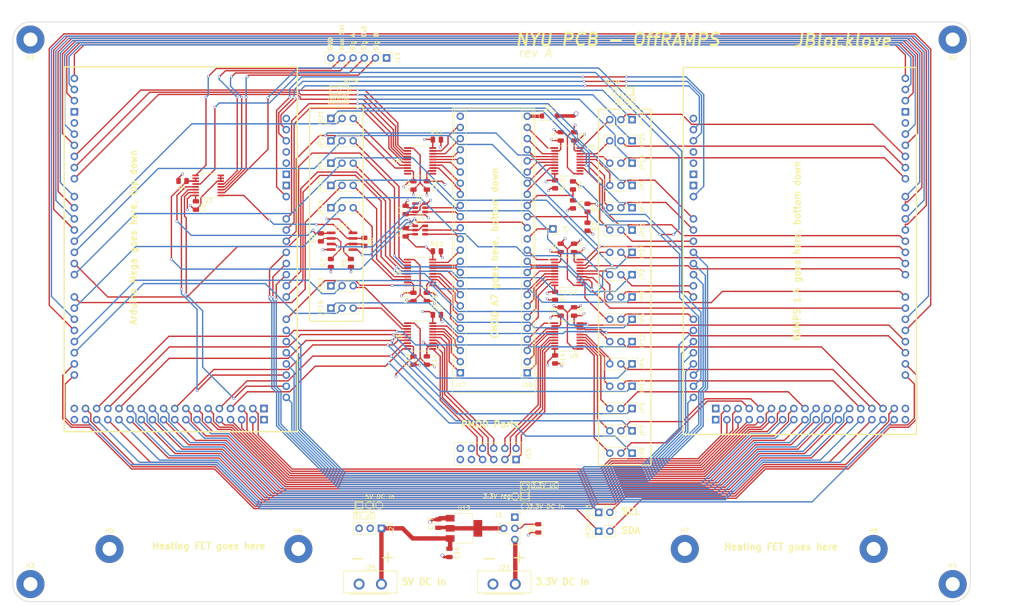
<source format=kicad_pcb>
(kicad_pcb (version 20221018) (generator pcbnew)
  (title_block (date "mar. 31 mars 2015"))
  (layers (0 "F.Cu" signal) (1 "In1.Cu" power) (2 "In2.Cu" power) (31 "B.Cu" signal) (34 "B.Paste" user) (35 "F.Paste" user) (36 "B.SilkS" user "B.Silkscreen") (37 "F.SilkS" user "F.Silkscreen") (38 "B.Mask" user) (39 "F.Mask" user) (44 "Edge.Cuts" user))
  (net 0 "")
  (net 1 "GND")
  (net 2 "/3p3V_sel")
  (net 3 "/53")
  (net 4 "/5V_sel")
  (net 5 "/5v_DC_in")
  (net 6 "/3p3V_reg")
  (net 7 "/49")
  (net 8 "/ls_jump_X-STEP")
  (net 9 "/47")
  (net 10 "/*44")
  (net 11 "/*45")
  (net 12 "/42")
  (net 13 "/43")
  (net 14 "/40")
  (net 15 "/41")
  (net 16 "/ls_jump_X-DIR")
  (net 17 "/39")
  (net 18 "/f_ls_X-DIR")
  (net 19 "/37")
  (net 20 "/f_ls_X-STEP")
  (net 21 "/35")
  (net 22 "/32")
  (net 23 "/33")
  (net 24 "/ls_jump_Z-STEP")
  (net 25 "/31")
  (net 26 "/ls_jump_Z-DIR")
  (net 27 "/29")
  (net 28 "/f_ls_Z-DIR")
  (net 29 "/27")
  (net 30 "/f_ls_Z-STEP")
  (net 31 "/25")
  (net 32 "/22")
  (net 33 "/23")
  (net 34 "/ls_jump_Z-MAX")
  (net 35 "/IOREF")
  (net 36 "/ls_jump_Z-MIN")
  (net 37 "/f_ls_Z-MIN")
  (net 38 "/f_ls_Z-MAX")
  (net 39 "/A3")
  (net 40 "/A4")
  (net 41 "/A5")
  (net 42 "/u_X-STEP")
  (net 43 "/u_X-DIR")
  (net 44 "/ls_f_X-DIR")
  (net 45 "/A9")
  (net 46 "/A10")
  (net 47 "/A11")
  (net 48 "/A12")
  (net 49 "/ls_f_X-STEP")
  (net 50 "/u_Z-STEP")
  (net 51 "/u_Z-DIR")
  (net 52 "/AREF")
  (net 53 "/ls_f_Z-DIR")
  (net 54 "/*12")
  (net 55 "/*11")
  (net 56 "/ls_f_Z-STEP")
  (net 57 "/r_Z-MAX")
  (net 58 "/r_Z-MIN")
  (net 59 "/*7")
  (net 60 "/*6")
  (net 61 "/*5")
  (net 62 "/*4")
  (net 63 "/ls_f_Z-MIN")
  (net 64 "/ls_f_Z-MAX")
  (net 65 "/u_Y-STEP")
  (net 66 "/u_Y-DIR")
  (net 67 "/ls_f_Y-DIR")
  (net 68 "/TX2{slash}16")
  (net 69 "/RX2{slash}17")
  (net 70 "/ls_f_Y-STEP")
  (net 71 "/u_E0-STEP")
  (net 72 "/SDA{slash}20")
  (net 73 "/SCL{slash}21")
  (net 74 "/u_E0-DIR")
  (net 75 "/ls_f_E0-DIR")
  (net 76 "/ls_f_E0-STEP")
  (net 77 "/r_Y-MAX")
  (net 78 "/r_Y-MIN")
  (net 79 "/ls_f_Y-MIN")
  (net 80 "/ls_f_Y-MAX")
  (net 81 "/ls_jump_Y-STEP")
  (net 82 "/ls_jump_Y-DIR")
  (net 83 "/f_ls_Y-DIR")
  (net 84 "/f_ls_Y-STEP")
  (net 85 "/ls_jump_E0-STEP")
  (net 86 "/ls_jump_E0-DIR")
  (net 87 "/f_ls_E0-DIR")
  (net 88 "/f_ls_E0-STEP")
  (net 89 "/ls_jump_Y-MAX")
  (net 90 "/ls_jump_Y-MIN")
  (net 91 "/f_ls_Y-MIN")
  (net 92 "/f_ls_Y-MAX")
  (net 93 "/u_X-EN")
  (net 94 "/u_Y-EN")
  (net 95 "/ls_f_Y-EN")
  (net 96 "/ls_f_X-EN")
  (net 97 "/r_X-MAX")
  (net 98 "/r_X-MIN")
  (net 99 "/ls_f_X-MIN")
  (net 100 "/ls_f_X-MAX")
  (net 101 "/u_Z-EN")
  (net 102 "/u_E0-EN")
  (net 103 "/ls_f_E0-EN")
  (net 104 "/ls_f_Z-EN")
  (net 105 "/ls_jump_X-EN")
  (net 106 "/ls_jump_Y-EN")
  (net 107 "/f_ls_Y-EN")
  (net 108 "/f_ls_X-EN")
  (net 109 "/ls_jump_Z-EN")
  (net 110 "/ls_jump_E0-EN")
  (net 111 "/f_ls_E0-EN")
  (net 112 "/f_ls_Z-EN")
  (net 113 "/ls_jump_X-MAX")
  (net 114 "/ls_jump_X-MIN")
  (net 115 "/f_ls_X-MIN")
  (net 116 "/f_ls_X-MAX")
  (net 117 "/r_UART_RX")
  (net 118 "/u_UART_TX")
  (net 119 "/ls_f_UART_TX")
  (net 120 "/ls_f_UART_RX")
  (net 121 "/u_D8")
  (net 122 "/u_D9")
  (net 123 "/ls_f_D9")
  (net 124 "/ls_f_D8")
  (net 125 "/u_D10")
  (net 126 "/ls_f_D10")
  (net 127 "/ls_jump_UART_RX")
  (net 128 "/ls_jump_UART_TX")
  (net 129 "/f_ls_UART_TX")
  (net 130 "/f_ls_UART_RX")
  (net 131 "/ls_jump_D8")
  (net 132 "/ls_jump_D9")
  (net 133 "/f_ls_D9")
  (net 134 "/f_ls_D8")
  (net 135 "/ls_jump_D10")
  (net 136 "/f_ls_D10")
  (net 137 "/u_LED")
  (net 138 "/u_X-MIN")
  (net 139 "/u_X-MAX")
  (net 140 "/u_UART_RX")
  (net 141 "/u_Y-MIN")
  (net 142 "/u_Y-MAX")
  (net 143 "/u_Z-MIN")
  (net 144 "/u_Z-MAX")
  (net 145 "/u_SDA")
  (net 146 "/u_SCL")
  (net 147 "/E1-STEP")
  (net 148 "/E1-DIR")
  (net 149 "/E1-EN")
  (net 150 "/5V_uC")
  (net 151 "/3p3V_uC")
  (net 152 "/Vin")
  (net 153 "/u_THERM0")
  (net 154 "/u_THERM1")
  (net 155 "/r_X-STEP")
  (net 156 "/r_X-DIR")
  (net 157 "/r_Y-EN")
  (net 158 "/r_Y-STEP")
  (net 159 "/r_Y-DIR")
  (net 160 "/r_Z-EN")
  (net 161 "/r_THERM0")
  (net 162 "/r_THERM1")
  (net 163 "/SCK")
  (net 164 "/MISO")
  (net 165 "/MOSI")
  (net 166 "/r_Z-DIR")
  (net 167 "/r_Z-STEP")
  (net 168 "/r_X-EN")
  (net 169 "/THERM2")
  (net 170 "/RESET")
  (net 171 "/r_E0-DIR")
  (net 172 "/r_E0-STEP")
  (net 173 "/r_E0-EN")
  (net 174 "/r_LED")
  (net 175 "/r_D10")
  (net 176 "/r_D9")
  (net 177 "/r_D8")
  (net 178 "/r_SDA")
  (net 179 "/r_SCL")
  (net 180 "/vd_f_THERM0")
  (net 181 "/vd_f_THERM1")
  (net 182 "/f_mux_FPGA-THERM_EN_n")
  (net 183 "/f_dac_THERM1-SDA")
  (net 184 "/f_dac_THERM1-SCL")
  (net 185 "/f_dac_THERM0-SDA")
  (net 186 "/f_dac_THERM0-SCL")
  (net 187 "/h_S3A")
  (net 188 "/h_S3B")
  (net 189 "/h_SEL3")
  (net 190 "/h_D3")
  (net 191 "/3p3V_DC_in")
  (net 192 "/r_UART_TX")
  (net 193 "/op_mux_THERM0")
  (net 194 "/op_mux_THERM1")
  (net 195 "/dac_op_THERM0")
  (net 196 "/dac_op_THERM1")
  (net 203 "Net-(J16-Pin_13)")
  (net 206 "Net-(U10-2IN-)")
  (net 207 "Net-(U10-1IN-)")
  (net 208 "Net-(D2-K)")
  (footprint "Connector_PinHeader_2.54mm:PinHeader_1x03_P2.54mm_Vertical" (layer "F.Cu") (at 330.996471 156.026 -90)
    (fp_text reference "JP5")
    (fp_text value "Jumper_3_Open")
  )
  (footprint "Connector_PinHeader_2.54mm:PinHeader_1x03_P2.54mm_Vertical" (layer "F.Cu") (at 330.996471 145.866 -90)
    (fp_text reference "JP4")
    (fp_text value "Jumper_3_Open")
  )
  (footprint "Connector_PinHeader_2.54mm:PinHeader_1x03_P2.54mm_Vertical" (layer "F.Cu") (at 262.416471 89.986 90)
    (fp_text reference "JP21")
    (fp_text value "Jumper_3_Open")
  )
  (footprint "external_footprints:SOP65P640X120-20N" (layer "F.Cu") (at 316.264471 139.516)
    (fp_text reference "U9")
    (fp_text value "TXB0108PWR")
  )
  (footprint "Diode_SMD:D_SOD-123" (layer "F.Cu") (at 312.174 89.408)
    (fp_text reference "D2")
    (fp_text value "B5819W")
  )
  (footprint "external_footprints:SOIC127P599X175-8N" (layer "F.Cu") (at 264.956471 117.926)
    (fp_text reference "U10")
    (fp_text value "LM358DR2G")
  )
  (footprint "Connector_PinHeader_2.54mm:PinHeader_1x03_P2.54mm_Vertical" (layer "F.Cu") (at 330.996471 150.946 -90)
    (fp_text reference "JP10")
    (fp_text value "Jumper_3_Open")
  )
  (footprint "Resistor_SMD:R_0805_2012Metric" (layer "F.Cu") (at 262.401351 122.894119 90)
    (fp_text reference "R7")
    (fp_text value "10k")
  )
  (footprint "Connector_PinHeader_2.54mm:PinHeader_1x03_P2.54mm_Vertical" (layer "F.Cu") (at 330.996471 95.066 -90)
    (fp_text reference "JP25")
    (fp_text value "Jumper_3_Open")
  )
  (footprint "Connector_PinHeader_2.54mm:PinHeader_1x03_P2.54mm_Vertical" (layer "F.Cu") (at 262.416471 95.066 90)
    (fp_text reference "JP14")
    (fp_text value "Jumper_3_Open")
  )
  (footprint "Resistor_SMD:R_0805_2012Metric" (layer "F.Cu") (at 228.634471 104.21 180)
    (fp_text reference "R1")
    (fp_text value "4.7k")
  )
  (footprint "Capacitor_SMD:C_0805_2012Metric" (layer "F.Cu") (at 281.212471 130.626 -90)
    (fp_text reference "C13")
    (fp_text value "0.1u")
  )
  (footprint "Capacitor_SMD:C_0805_2012Metric" (layer "F.Cu") (at 284.260471 145.104 -90)
    (fp_text reference "C14")
    (fp_text value "0.1u")
  )
  (footprint "Resistor_SMD:R_0805_2012Metric" (layer "F.Cu") (at 313.470471 144.85 -90)
    (fp_text reference "R14")
    (fp_text value "4.7k")
  )
  (footprint "Resistor_SMD:R_0805_2012Metric" (layer "F.Cu") (at 313.470471 104.972 -90)
    (fp_text reference "R10")
    (fp_text value "4.7k")
  )
  (footprint "MountingHole:MountingHole_3.2mm_M3_Pad" (layer "F.Cu") (at 386 188)
    (fp_text reference "H8")
    (fp_text value "MountingHole_Pad")
  )
  (footprint "Resistor_SMD:R_0805_2012Metric" (layer "F.Cu") (at 270.036471 118.068119 90)
    (fp_text reference "R8")
    (fp_text value "5k")
  )
  (footprint "external_footprints:SOP65P640X120-20N" (layer "F.Cu") (at 282.736471 99.638 180)
    (fp_text reference "U4")
    (fp_text value "TXB0108PWR")
  )
  (footprint "MountingHole:MountingHole_3.2mm_M3_Pad" (layer "F.Cu") (at 255 188)
    (fp_text reference "H6")
    (fp_text value "MountingHole_Pad")
  )
  (footprint "Package_TO_SOT_SMD:SOT-23-6" (layer "F.Cu") (at 282.736471 115.386)
    (fp_text reference "U2")
    (fp_text value "MCP4725xxx-xCH")
  )
  (footprint "Capacitor_SMD:C_0805_2012Metric" (layer "F.Cu") (at 281.212471 105.226 -90)
    (fp_text reference "C11")
    (fp_text value "0.1u")
  )
  (footprint "Package_TO_SOT_SMD:SOT-23-6" (layer "F.Cu") (at 282.736471 110.306)
    (fp_text reference "U1")
    (fp_text value "MCP4725xxx-xCH")
  )
  (footprint "Capacitor_SMD:C_0805_2012Metric" (layer "F.Cu") (at 286.872871 182.225447 90)
    (fp_text reference "C17")
    (fp_text value "22uf")
  )
  (footprint "Connector_PinHeader_2.54mm:PinHeader_1x03_P2.54mm_Vertical" (layer "F.Cu") (at 273.918871 183.307447 -90)
    (fp_text reference "J24")
    (fp_text value "Conn_01x03_Male")
  )
  (footprint "Connector_PinHeader_2.54mm:PinHeader_1x03_P2.54mm_Vertical" (layer "F.Cu") (at 262.416471 128.086 90)
    (fp_text reference "JP23")
    (fp_text value "Jumper_3_Open")
  )
  (footprint "Resistor_SMD:R_0805_2012Metric" (layer "F.Cu") (at 286.546471 120.212)
    (fp_text reference "R13")
    (fp_text value "4.7k")
  )
  (footprint "Resistor_SMD:R_0805_2012Metric" (layer "F.Cu") (at 266.973351 122.894119 90)
    (fp_text reference "R6")
    (fp_text value "10k")
  )
  (footprint "Connector_PinHeader_2.54mm:PinHeader_1x03_P2.54mm_Vertical" (layer "F.Cu") (at 330.996471 105.226 -90)
    (fp_text reference "JP1")
    (fp_text value "Jumper_3_Open")
  )
  (footprint "MountingHole:MountingHole_3.2mm_M3_Pad" (layer "F.Cu") (at 404 72)
    (fp_text reference "H2")
    (fp_text value "MountingHole_Pad")
  )
  (footprint "Capacitor_SMD:C_0805_2012Metric" (layer "F.Cu") (at 284.260471 130.626 -90)
    (fp_text reference "C12")
    (fp_text value "0.1u")
  )
  (footprint "Connector_PinHeader_2.54mm:PinHeader_1x03_P2.54mm_Vertical" (layer "F.Cu") (at 330.996471 166.186 -90)
    (fp_text reference "JP9")
    (fp_text value "Jumper_3_Open")
  )
  (footprint "Connector_PinSocket_2.54mm:PinSocket_2x06_P2.54mm_Vertical" (layer "F.Cu") (at 304.580471 167.64 -90)
    (fp_text reference "J15")
    (fp_text value "Conn_02x06_Odd_Even")
  )
  (footprint "Resistor_SMD:R_0805_2012Metric" (layer "F.Cu") (at 286.546471 94.812)
    (fp_text reference "R11")
    (fp_text value "4.7k")
  )
  (footprint "kiwih_kicad:WR-TBL-TermBlock-2Pos-90Deg-5.08mm" (layer "F.Cu") (at 304.398871 196.007447 180)
    (fp_text reference "J23")
    (fp_text value "Screw_Terminal_01x02")
  )
  (footprint "Connector_PinHeader_2.54mm:PinHeader_1x03_P2.54mm_Vertical" (layer "F.Cu") (at 330.996471 161.106 -90)
    (fp_text reference "JP3")
    (fp_text value "Jumper_3_Open")
  )
  (footprint "Resistor_SMD:R_0805_2012Metric" (layer "F.Cu") (at 286.546471 134.69)
    (fp_text reference "R15")
    (fp_text value "4.7k")
  )
  (footprint "Connector_PinHeader_2.54mm:PinHeader_1x03_P2.54mm_Vertical" (layer "F.Cu") (at 330.996471 125.546 -90)
    (fp_text reference "JP2")
    (fp_text value "Jumper_3_Open")
  )
  (footprint "Connector_PinHeader_2.54mm:PinHeader_1x03_P2.54mm_Vertical" (layer "F.Cu") (at 262.416471 133.166 90)
    (fp_text reference "JP16")
    (fp_text value "Jumper_3_Open")
  )
  (footprint "Capacitor_SMD:C_0805_2012Metric" (layer "F.Cu") (at 231.682471 109.798 -90)
    (fp_text reference "C3")
    (fp_text value "0.1u")
  )
  (footprint "Capacitor_SMD:C_0805_2012Metric" (layer "F.Cu") (at 284.260471 105.226 -90)
    (fp_text reference "C10")
    (fp_text value "0.1u")
  )
  (footprint "Connector_PinHeader_2.54mm:PinHeader_1x03_P2.54mm_Vertical" (layer "F.Cu") (at 262.416471 100.146 90)
    (fp_text reference "JP17")
    (fp_text value "Jumper_3_Open")
  )
  (footprint "jblocklove_kicad:arduino_mega_shield" (layer "F.Cu") (at 393.226471 80.842)
    (fp_text reference "J2" hide)
    (fp_text value "~")
  )
  (footprint "jblocklove_kicad:3-way_jumper" (layer "F.Cu") (at 304.3 180.767447)
    (fp_text reference "J3")
    (fp_text value "Conn_01x04_Pin")
  )
  (footprint "Connector_PinHeader_2.54mm:PinHeader_1x03_P2.54mm_Vertical" (layer "F.Cu") (at 262.416471 105.226 90)
    (fp_text reference "JP22")
    (fp_text value "Jumper_3_Open")
  )
  (footprint "external_footprints:SOP65P640X120-20N" (layer "F.Cu") (at 316.264471 99.638)
    (fp_text reference "U5" hide)
    (fp_text value "TXB0108PWR")
  )
  (footprint "jblocklove_kicad:arduino_mega_shield" (layer "F.Cu") (at 203.996471 80.842)
    (fp_text reference "J1" hide)
    (fp_text value "~")
  )
  (footprint "Capacitor_SMD:C_0805_2012Metric" (layer "F.Cu") (at 317.788471 119.45 90)
    (fp_text reference "C7")
    (fp_text value "0.1u")
  )
  (footprint "Capacitor_SMD:C_0805_2012Metric" (layer "F.Cu") (at 281.212471 145.104 -90)
    (fp_text reference "C15")
    (fp_text value "0.1u")
  )
  (footprint "MountingHole:MountingHole_3.2mm_M3_Pad" (layer "F.Cu") (at 194 196)
    (fp_text reference "H3")
    (fp_text value "MountingHole_Pad")
  )
  (footprint "Capacitor_SMD:C_0805_2012Metric" (layer "F.Cu") (at 317.788471 94.05 90)
    (fp_text reference "C5")
    (fp_text value "0.1u")
  )
  (footprint "Package_SO:TSSOP-16_4.4x5mm_P0.65mm" (layer "F.Cu") (at 234.476471 105.226 180)
    (fp_text reference "U3")
    (fp_text value "PTMUX4053PWR")
  )
  (footprint "Connector_PinHeader_2.54mm:PinHeader_1x03_P2.54mm_Vertical" (layer "F.Cu") (at 262.416471 110.306 90)
    (fp_text reference "JP15")
    (fp_text value "Jumper_3_Open")
  )
  (footprint "external_footprints:SOP65P640X120-20N" (layer "F.Cu") (at 282.736471 125.038 180)
    (fp_text reference "U6")
    (fp_text value "TXB0108PWR")
  )
  (footprint "Resistor_SMD:R_0805_2012Metric" (layer "F.Cu") (at 317.534471 109.544 -90)
    (fp_text reference "R5")
    (fp_text value "10k")
  )
  (footprint "Capacitor_SMD:C_0805_2012Metric" (layer "F.Cu") (at 317.788471 133.928 90)
    (fp_text reference "C9")
    (fp_text value "0.1u")
  )
  (footprint "MountingHole:MountingHole_3.2mm_M3_Pad" (layer "F.Cu") (at 404 196)
    (fp_text reference "H4")
    (fp_text value "MountingHole_Pad")
  )
  (footprint "Connector_PinHeader_2.54mm:PinHeader_1x03_P2.54mm_Vertical" (layer "F.Cu") (at 330.996471 120.466 -90)
    (fp_text reference "JP24")
    (fp_text value "Jumper_3_Open")
  )
  (footprint "Connector_PinSocket_2.54mm:PinSocket_1x24_P2.54mm_Vertical" (layer "F.Cu") (at 307.120471 147.898 180)
    (fp_text reference "J16")
    (fp_text value "Conn_01x24_Female")
  )
  (footprint "Resistor_SMD:R_0805_2012Metric" (layer "F.Cu") (at 260.130471 117.052119 90)
    (fp_text reference "R9")
    (fp_text value "5k")
  )
  (footprint "Connector_PinHeader_2.54mm:PinHeader_1x03_P2.54mm_Vertical" (layer "F.Cu") (at 330.996471 110.306 -90)
    (fp_text reference "JP7")
    (fp_text value "Jumper_3_Open")
  )
  (footprint "Connector_PinHeader_2.54mm:PinHeader_1x03_P2.54mm_Vertical" (layer "F.Cu") (at 330.996471 135.706 -90)
    (fp_text reference "JP6")
    (fp_text value "Jumper_3_Open")
  )
  (footprint "kiwih_kicad:WR-TBL-TermBlock-2Pos-90Deg-5.08mm" (layer "F.Cu") (at 273.918871 196.007447 180)
    (fp_text reference "J25")
    (fp_text value "Screw_Terminal_01x02")
  )
  (footprint "external_footprints:SOP65P640X120-20N" (layer "F.Cu") (at 316.264471 125.038)
    (fp_text reference "U7")
    (fp_text value "TXB0108PWR")
  )
  (footprint "MountingHole:MountingHole_3.2mm_M3_Pad" (layer "F.Cu") (at 212 188)
    (fp_text reference "H5")
    (fp_text value "MountingHole_Pad")
  )
  (footprint "Connector_PinHeader_2.54mm:PinHeader_1x03_P2.54mm_Vertical" (layer "F.Cu") (at 330.996471 130.626 -90)
    (fp_text reference "JP8")
    (fp_text value "Jumper_3_Open")
  )
  (footprint "Resistor_SMD:R_0805_2012Metric" (layer "F.Cu") (at 317.534471 105.226 -90)
    (fp_text reference "R4")
    (fp_text value "5k")
  )
  (footprint "Capacitor_SMD:C_0805_2012Metric" (layer "F.Cu") (at 279.434471 115.894 90)
    (fp_text reference "C2")
    (fp_text value "0.1u")
  )
  (footprint "Resistor_SMD:R_0805_2012Metric" (layer "F.Cu") (at 320.836471 110.306 -90)
    (fp_text reference "R2")
    (fp_text value "5k")
  )
  (footprint "Connector_PinSocket_2.54mm:PinSocket_1x01_P2.54mm_Vertical" (layer "F.Cu") (at 312.962471 115.132 -90)
    (fp_text reference "J4")
    (fp_text value "Conn_01x01")
  )
  (footprint "LED_SMD:LED_0805_2012Metric" (layer "F.Cu") (at 309.634 183.3095 90)
    (fp_text reference "D1")
    (fp_text value "LED")
  )
  (footprint "Resistor_SMD:R_0805_2012Metric" (layer "F.Cu") (at 313.470471 130.372 -90)
    (fp_text reference "R12")
    (fp_text value "4.7k")
  )
  (footprint "Capacitor_SMD:C_0805_2012Metric" (layer "F.Cu") (at 289.412871 188.895447 -90)
    (fp_text reference "C16")
    (fp_text value "22uf")
  )
  (footprint "MountingHole:MountingHole_3.2mm_M3_Pad" (layer "F.Cu") (at 343 188)
    (fp_text reference "H7")
    (fp_text value "MountingHole_Pad")
  )
  (footprint "Capacitor_SMD:C_0805_2012Metric" (layer "F.Cu") (at 314.740471 94.05 90)
    (fp_text reference "C4")
    (fp_text value "0.1u")
  )
  (footprint "external_footprints:SOP65P640X120-20N" (layer "F.Cu") (at 282.736471 139.516 180)
    (fp_text reference "U8")
    (fp_text value "TXB0108PWR")
  )
  (footprint "Connector_PinHeader_2.54mm:PinHeader_1x03_P2.54mm_Vertical" (layer "F.Cu") (at 330.996471 90.24 -90)
    (fp_text reference "JP19")
    (fp_text value "Jumper_3_Open")
  )
  (footprint "Capacitor_SMD:C_0805_2012Metric" (layer "F.Cu") (at 314.740471 119.45 90)
    (fp_text reference "C6")
    (fp_text value "0.1u")
  )
  (footprint "Package_TO_SOT_SMD:SOT-223-3_TabPin2" (layer "F.Cu") (at 292.714871 183.307447)
    (fp_text reference "U12")
    (fp_text value "AMS1117-3.3")
  )
  (footprint "Connector_PinHeader_2.54mm:PinHeader_1x03_P2.54mm_Vertical" (layer "F.Cu") (at 330.996471 115.386 -90)
    (fp_text reference "JP11")
    (fp_text value "Jumper_3_Open")
  )
  (footprint "Capacitor_SMD:C_0805_2012Metric" (layer "F.Cu") (at 314.740471 133.928 90)
    (fp_text reference "C8")
    (fp_text value "0.1u")
  )
  (footprint "Connector_PinHeader_2.54mm:PinHeader_1x06_P2.54mm_Vertical" (layer "F.Cu") (at 275.09 76.2 -90)
    (fp_text reference "J19")
    (fp_text value "Conn_01x06_Male")
  )
  (footprint "Connector_PinHeader_2.54mm:PinHeader_1x02_P2.54mm_Vertical" (layer "F.Cu") (at 323.391471 183.966 90)
    (fp_text reference "JP20")
    (fp_text value "Jumper_2_Open")
  )
  (footprint "Connector_PinSocket_2.54mm:PinSocket_1x24_P2.54mm_Vertical" (layer "F.Cu") (at 291.880471 147.898 180)
    (fp_text reference "J17")
    (fp_text value "Conn_01x24_Female")
  )
  (footprint "Connector_PinHeader_2.54mm:PinHeader_1x02_P2.54mm_Vertical" (layer "F.Cu") (at 323.391471 179.68 90)
    (fp_text reference "JP13")
    (fp_text value "Jumper_2_Open")
  )
  (footprint "Connector_PinHeader_2.54mm:PinHeader_1x03_P2.54mm_Vertical" (layer "F.Cu") (at 330.996471 100.146 -90)
    (fp_text reference "JP18")
    (fp_text value "Jumper_3_Open")
  )
  (footprint "Capacitor_SMD:C_0805_2012Metric" (layer "F.Cu") (at 279.434471 110.814 90)
    (fp_text reference "C1")
    (fp_text value "0.1u")
  )
  (footprint "Connector_PinHeader_2.54mm:PinHeader_1x03_P2.54mm_Vertical" (layer "F.Cu") (at 330.996471 140.786 -90)
    (fp_text reference "JP12")
    (fp_text value "Jumper_3_Open")
  )
  (footprint "MountingHole:MountingHole_3.2mm_M3_Pad" (layer "F.Cu") (at 194 72)
    (fp_text reference "H1")
    (fp_text value "MountingHole_Pad")
  )
  (footprint "Resistor_SMD:R_0805_2012Metric" (layer "F.Cu") (at 320.836471 114.624 -90)
    (fp_text reference "R3")
    (fp_text value "10k")
  )
  (gr_line (start 331.478 86.868) (end 331.732 86.868) (stroke (width 0.15)) (layer "F.SilkS"))
  (gr_line (start 268.136 177.292) (end 268.136 178.816) (stroke (width 0.15)) (layer "F.SilkS"))
  (gr_line (start 305.824 176.663218) (end 305.824 175.139218) (stroke (width 0.15)) (layer "F.SilkS"))
  (gr_circle (center 306.586 178.308) (end 305.824 178.054) (stroke (width 0.15)) (fill none) (layer "F.SilkS"))
  (gr_rect (start 323.35 87.884) (end 335.288 168.91) (stroke (width 0.25)) (fill none) (layer "F.SilkS"))
  (gr_line (start 267.882 177.038) (end 267.882 179.07) (stroke (width 0.15)) (layer "F.SilkS"))
  (gr_line (start 269.66 177.292) (end 268.136 177.292) (stroke (width 0.15)) (layer "F.SilkS"))
  (gr_circle (center 265.438 83.566) (end 265.184 84.328) (stroke (width 0.15)) (fill none) (layer "F.SilkS"))
  (gr_line (start 262.136 82.55) (end 262.136 84.582) (stroke (width 0.15)) (layer "F.SilkS"))
  (gr_line (start 307.602 172.761218) (end 305.57 172.761218) (stroke (width 0.15)) (layer "F.SilkS"))
  (gr_line (start 263.914 82.804) (end 262.39 82.804) (stroke (width 0.15)) (layer "F.SilkS"))
  (gr_line (start 331.732 86.868) (end 331.732 85.344) (stroke (width 0.15)) (layer "F.SilkS"))
  (gr_line (start 329.7 83.058) (end 329.7 84.582) (stroke (width 0.15)) (layer "F.SilkS"))
  (gr_line (start 272.2 177.038) (end 267.882 177.038) (stroke (width 0.15)) (layer "F.SilkS"))
  (gr_line (start 327.16 85.344) (end 327.16 86.868) (stroke (width 0.15)) (layer "F.SilkS"))
  (gr_line (start 305.57 172.761218) (end 305.57 177.079218) (stroke (width 0.15)) (layer "F.SilkS"))
  (gr_line (start 305.824 176.663218) (end 307.348 176.663218) (stroke (width 0.15)) (layer "F.SilkS"))
  (gr_line (start 331.224 83.058) (end 331.224 84.582) (stroke (width 0.15)) (layer "F.SilkS"))
  (gr_line (start 266.454 86.614) (end 266.454 85.09) (stroke (width 0.15)) (layer "F.SilkS"))
  (gr_line (start 262.39 82.804) (end 262.39 84.328) (stroke (width 0.15)) (layer "F.SilkS"))
  (gr_line (start 263.914 84.328) (end 262.39 84.328) (stroke (width 0.15)) (layer "F.SilkS"))
  (gr_line (start 272.2 179.07) (end 272.2 177.038) (stroke (width 0.15)) (layer "F.SilkS"))
  (gr_line (start 266.454 82.55) (end 262.136 82.55) (stroke (width 0.15)) (layer "F.SilkS"))
  (gr_line (start 266.2 86.614) (end 266.454 86.614) (stroke (width 0.15)) (layer "F.SilkS"))
  (gr_line (start 261.882 85.09) (end 261.882 86.614) (stroke (width 0.15)) (layer "F.SilkS"))
  (gr_line (start 269.66 178.816) (end 268.136 178.816) (stroke (width 0.15)) (layer "F.SilkS"))
  (gr_circle (center 306.586 173.866436) (end 305.824 173.612436) (stroke (width 0.15)) (fill none) (layer "F.SilkS"))
  (gr_line (start 262.136 84.582) (end 266.454 84.582) (stroke (width 0.15)) (layer "F.SilkS"))
  (gr_line (start 327.16 86.868) (end 331.478 86.868) (stroke (width 0.15)) (layer "F.SilkS"))
  (gr_circle (center 325.89 83.82) (end 325.636 84.582) (stroke (width 0.15)) (fill none) (layer "F.SilkS"))
  (gr_line (start 266.454 85.09) (end 261.882 85.09) (stroke (width 0.15)) (layer "F.SilkS"))
  (gr_line (start 305.57 177.079218) (end 307.602 177.079218) (stroke (width 0.15)) (layer "F.SilkS"))
  (gr_line (start 331.224 83.058) (end 329.7 83.058) (stroke (width 0.15)) (layer "F.SilkS"))
  (gr_rect (start 201.684 78.232) (end 254.77 161.29) (stroke (width 0.3)) (fill none) (layer "F.SilkS"))
  (gr_line (start 331.478 82.804) (end 327.16 82.804) (stroke (width 0.15)) (layer "F.SilkS"))
  (gr_line (start 266.454 84.582) (end 266.454 82.55) (stroke (width 0.15)) (layer "F.SilkS"))
  (gr_circle (center 273.428782 178.054) (end 273.174782 178.816) (stroke (width 0.15)) (fill none) (layer "F.SilkS"))
  (gr_line (start 331.732 85.344) (end 327.16 85.344) (stroke (width 0.15)) (layer "F.SilkS"))
  (gr_line (start 307.348 176.663218) (end 307.348 175.139218) (stroke (width 0.15)) (layer "F.SilkS"))
  (gr_line (start 331.478 84.836) (end 331.478 82.804) (stroke (width 0.15)) (layer "F.SilkS"))
  (gr_rect (start 342.654 78.359) (end 395.74 161.925) (stroke (width 0.3)) (fill none) (layer "F.SilkS"))
  (gr_line (start 327.16 84.836) (end 331.478 84.836) (stroke (width 0.15)) (layer "F.SilkS"))
  (gr_line (start 331.224 84.582) (end 331.224 83.058) (stroke (width 0.15)) (layer "F.SilkS"))
  (gr_line (start 307.602 177.079218) (end 307.602 172.761218) (stroke (width 0.15)) (layer "F.SilkS"))
  (gr_line (start 261.882 86.614) (end 266.2 86.614) (stroke (width 0.15)) (layer "F.SilkS"))
  (gr_line (start 327.16 82.804) (end 327.16 84.836) (stroke (width 0.15)) (layer "F.SilkS"))
  (gr_line (start 263.914 84.328) (end 263.914 82.804) (stroke (width 0.15)) (layer "F.SilkS"))
  (gr_circle (center 271.184 178.054) (end 270.93 178.816) (stroke (width 0.15)) (fill none) (layer "F.SilkS"))
  (gr_rect (start 267.6 179.602) (end 272.372 181.126) (stroke (width 0.15)) (fill none) (layer "F.SilkS"))
  (gr_rect (start 290.076 87.63) (end 308.872 152.4) (stroke (width 0.15)) (fill none) (layer "F.SilkS"))
  (gr_line (start 307.348 175.139218) (end 305.824 175.139218) (stroke (width 0.15)) (layer "F.SilkS"))
  (gr_circle (center 328.176 83.82) (end 327.922 84.582) (stroke (width 0.15)) (fill none) (layer "F.SilkS"))
  (gr_rect (start 257.564 87.376) (end 269.756 136.144) (stroke (width 0.25)) (fill none) (layer "F.SilkS"))
  (gr_circle (center 267.682782 83.566) (end 267.428782 84.328) (stroke (width 0.15)) (fill none) (layer "F.SilkS"))
  (gr_line (start 331.224 84.582) (end 329.7 84.582) (stroke (width 0.15)) (layer "F.SilkS"))
  (gr_circle (center 304.386 176.063218) (end 303.624 175.809218) (stroke (width 0.15)) (fill none) (layer "F.SilkS"))
  (gr_rect (start 308.08 172.739218) (end 314.152 174.263218) (stroke (width 0.15)) (fill none) (layer "F.SilkS"))
  (gr_line (start 267.882 179.07) (end 272.2 179.07) (stroke (width 0.15)) (layer "F.SilkS"))
  (gr_line (start 269.66 178.816) (end 269.66 177.292) (stroke (width 0.15)) (layer "F.SilkS"))
  (gr_arc (start 408 196) (mid 406.828427 198.828427) (end 404 200) (stroke (width 0.15)) (layer "Edge.Cuts"))
  (gr_arc (start 194 200) (mid 191.171573 198.828427) (end 190 196) (stroke (width 0.15)) (layer "Edge.Cuts"))
  (gr_arc (start 190 72) (mid 191.171573 69.171573) (end 194 68) (stroke (width 0.15)) (layer "Edge.Cuts"))
  (gr_line (start 194 200) (end 404 200) (stroke (width 0.15)) (layer "Edge.Cuts"))
  (gr_line (start 404 68) (end 194 68) (stroke (width 0.15)) (layer "Edge.Cuts"))
  (gr_line (start 190 72) (end 190 196) (stroke (width 0.15)) (layer "Edge.Cuts"))
  (gr_line (start 408 196) (end 408 72) (stroke (width 0.15)) (layer "Edge.Cuts"))
  (gr_arc (start 404 68) (mid 406.828427 69.171573) (end 408 72) (stroke (width 0.15)) (layer "Edge.Cuts"))
  (gr_text "NYU PCB - OffRAMPS" (at 327.8 72) (layer "F.SilkS") (effects (font (size 2.8 2.8) (thickness 0.5) italic)))
  (gr_text "Mux Sel" (at 265.438 74.676 90) (layer "F.SilkS") (effects (font (size 1 1) (thickness 0.2) bold) (justify left bottom)))
  (gr_text "Arduino Mega goes here, top down" (at 217.432 117.094 90) (layer "F.SilkS") (effects (font (size 1.5 1.5) (thickness 0.3))))
  (gr_text "NORM" (at 329.446 86.106) (layer "F.SilkS") (effects (font (size 1 1) (thickness 0.15) italic)))
  (gr_text "Heating FET goes here" (at 221.5 188.2) (layer "F.SilkS") (effects (font (size 1.5 1.5) (thickness 0.3) bold) (justify left bottom)))
  (gr_text "CMOD A7 goes here, bottom down" (at 299.728 120.65 90) (layer "F.SilkS") (effects (font (size 1.5 1.5) (thickness 0.3))))
  (gr_text "JBlocklove" (at 367.6 73.9) (layer "F.SilkS") (effects (font (size 2.8 2.8) (thickness 0.5) bold italic) (justify left bottom)))
  (gr_text "Heating FET goes here" (at 351.8 188.4) (layer "F.SilkS") (effects (font (size 1.5 1.5) (thickness 0.3) bold) (justify left bottom)))
  (gr_text "3.3V uC" (at 311.034 173.501218) (layer "F.SilkS") (effects (font (size 1 1) (thickness 0.15) italic)))
  (gr_text "3.3V reg" (at 300.186 175.963218) (layer "F.SilkS") (effects (font (size 1 1) (thickness 0.15) italic)))
  (gr_text "3.3V DC in" (at 311.486 178.363218) (layer "F.SilkS") (effects (font (size 1 1) (thickness 0.15) italic)))
  (gr_text "rev A" (at 304.9 76.2) (layer "F.SilkS") (effects (font (size 2 2) (thickness 0.2) bold italic) (justify left bottom)))
  (gr_text "MITM" (at 266.962 81.534) (layer "F.SilkS") (effects (font (size 1 1) (thickness 0.15) italic)))
  (gr_text "SCL" (at 328.43 180.34) (layer "F.SilkS") (effects (font (size 1.5 1.5) (thickness 0.3) bold) (justify left bottom)))
  (gr_text "Sig A" (at 267.978 74.676 90) (layer "F.SilkS") (effects (font (size 1 1) (thickness 0.2) bold) (justify left bottom)))
  (gr_text "NORM" (at 264.168 85.852) (layer "F.SilkS") (effects (font (size 1 1) (thickness 0.15) italic)))
  (gr_text "+" (at 303.284 191.516) (layer "F.SilkS") (effects (font (size 3 3) (thickness 0.3)) (justify left bottom)))
  (gr_text "5V uC" (at 269.914 180.34) (layer "F.SilkS") (effects (font (size 1 1) (thickness 0.15) italic)))
  (gr_text "GND" (at 262.898 74.676 90) (layer "F.SilkS") (effects (font (size 1 1) (thickness 0.2) bold) (justify left bottom)))
  (gr_text "5V DC In" (at 278.392 196.342) (layer "F.SilkS") (effects (font (size 1.5 1.5) (thickness 0.3) bold) (justify left bottom)))
  (gr_text "Sig B" (at 273.312 74.676 90) (layer "F.SilkS") (effects (font (size 1 1) (thickness 0.2) bold) (justify left bottom)))
  (gr_text "-" (at 266.454 191.77) (layer "F.SilkS") (effects (font (size 3 3) (thickness 0.3)) (justify left bottom)))
  (gr_text "RAMPS 1.4 goes here, bottom down" (at 368.562 120.142 90) (layer "F.SilkS") (effects (font (size 1.5 1.5) (thickness 0.3))))
  (gr_text "Sig Out" (at 270.518 74.676 90) (layer "F.SilkS") (effects (font (size 1 1) (thickness 0.2) bold) (justify left bottom)))
  (gr_text "-" (at 296.426 191.77) (layer "F.SilkS") (effects (font (size 3 3) (thickness 0.3)) (justify left bottom)))
  (gr_text "MITM" (at 326.398 81.788) (layer "F.SilkS") (effects (font (size 1 1) (thickness 0.15) italic)))
  (gr_text "SDA" (at 328.43 184.658) (layer "F.SilkS") (effects (font (size 1.5 1.5) (thickness 0.3) bold) (justify left bottom)))
  (gr_text "5V DC in" (at 273.5 176.102) (layer "F.SilkS") (effects (font (size 1 1) (thickness 0.15) italic)))
  (gr_text "U5" (at 321.572 96.52) (layer "F.SilkS") (effects (font (size 1 1))))
  (gr_text "+" (at 273.312 191.516) (layer "F.SilkS") (effects (font (size 3 3) (thickness 0.3)) (justify left bottom)))
  (gr_text "3.3V DC In" (at 308.872 196.342) (layer "F.SilkS") (effects (font (size 1.5 1.5) (thickness 0.3) bold) (justify left bottom)))
  (gr_text "PMOD Ports" (at 291.854 160.528) (layer "F.SilkS") (effects (font (size 1.5 1.5) (thickness 0.3) bold) (justify left bottom)))
  (segment (start 279.876471 110.306) (end 279.434471 109.864) (width 0.3) (layer "F.Cu") (net 1))
  (segment (start 283.873971 114.436) (end 283.336 114.436) (width 0.3) (layer "F.Cu") (net 1))
  (segment (start 285.508 146.054) (end 286.012 146.558) (width 0.3) (layer "F.Cu") (net 1))
  (segment (start 309.38 184.2535) (end 307.9345 184.2535) (width 0.3) (layer "F.Cu") (net 1))
  (segment (start 317.788471 91.764) (end 318.042471 91.51) (width 0.3) (layer "F.Cu") (net 1))
  (segment (start 287.458971 96.343029) (end 287.282 96.52) (width 0.3) (layer "F.Cu") (net 1))
  (segment (start 317.788471 118.5) (end 318.388 118.5) (width 0.3) (layer "F.Cu") (net 1))
  (segment (start 319.134471 142.441) (end 317.709 142.441) (width 0.3) (layer "F.Cu") (net 1))
  (segment (start 319.134471 127.963) (end 317.709 127.963) (width 0.3) (layer "F.Cu") (net 1))
  (segment (start 281.379 122.113) (end 282.736471 123.470471) (width 0.3) (layer "F.Cu") (net 1))
  (segment (start 321.2845 115.5365) (end 322.08 116.332) (width 0.3) (layer "F.Cu") (net 1))
  (segment (start 282.386 115.386) (end 281.598971 115.386) (width 0.3) (layer "F.Cu") (net 1))
  (segment (start 287.206871 181.007447) (end 286.872871 181.341447) (width 0.3) (layer "F.Cu") (net 1))
  (segment (start 262.090351 119.846119) (end 262.217351 119.973119) (width 0.3) (layer "F.Cu") (net 1))
  (segment (start 231.682471 110.748) (end 231.336 110.748) (width 0.3) (layer "F.Cu") (net 1))
  (segment (start 287.458971 120.212) (end 287.458971 121.334971) (width 0.3) (layer "F.Cu") (net 1))
  (segment (start 312.4615 105.8845) (end 311.92 106.426) (width 0.3) (layer "F.Cu") (net 1))
  (segment (start 314.740471 132.978) (end 313.58 132.978) (width 0.3) (layer "F.Cu") (net 1))
  (segment (start 287.458971 135.932089) (end 287.730441 136.203559) (width 0.3) (layer "F.Cu") (net 1))
  (segment (start 282.736471 130.118) (end 282.670471 130.118) (width 0.3) (layer "F.Cu") (net 1))
  (segment (start 286.872871 181.341447) (end 285.518553 181.341447) (width 0.6) (layer "F.Cu") (net 1))
  (segment (start 283.336 114.436) (end 282.386 115.386) (width 0.3) (layer "F.Cu") (net 1))
  (segment (start 281.379 136.591) (end 282.736471 137.948471) (width 0.3) (layer "F.Cu") (net 1))
  (segment (start 317.214471 93.1) (end 317.788471 93.1) (width 0.3) (layer "F.Cu") (net 1))
  (segment (start 282.736471 104.718) (end 282.670471 104.718) (width 0.3) (layer "F.Cu") (net 1))
  (segment (start 284.260471 106.176) (end 284.260471 107.442) (width 0.3) (layer "F.Cu") (net 1))
  (segment (start 281.212471 146.054) (end 282.736471 144.53) (width 0.3) (layer "F.Cu") (net 1))
  (segment (start 314.4265 145.7625) (end 314.968 146.304) (width 0.3) (layer "F.Cu") (net 1))
  (segment (start 316.264471 101.118471) (end 316.264471 94.05) (width 0.3) (layer "F.Cu") (net 1))
  (segment (start 279.822471 114.944) (end 279.434471 114.944) (width 0.3) (layer "F.Cu") (net 1))
  (segment (start 317.788471 132.978) (end 318.896 132.978) (width 0.3) (layer "F.Cu") (net 1))
  (segment (start 281.598971 110.306) (end 279.876471 110.306) (width 0.3) (layer "F.Cu") (net 1))
  (segment (start 316.264471 126.518471) (end 316.264471 119.704) (width 0.3) (layer "F.Cu") (net 1))
  (segment (start 282.670471 104.718) (end 281.212471 106.176) (width 0.3) (layer "F.Cu") (net 1))
  (segment (start 311.8865 131.2845) (end 311.666 131.064) (width 0.3) (layer "F.Cu") (net 1))
  (segment (start 282.802471 130.118) (end 284.260471 131.576) (width 0.3) (layer "F.Cu") (net 1))
  (segment (start 318.388 118.5) (end 319.286 117.602) (width 0.3) (layer "F.Cu") (net 1))
  (segment (start 287.458971 94.812) (end 287.458971 96.343029) (width 0.3) (layer "F.Cu") (net 1))
  (segment (start 317.468471 132.978) (end 317.788471 132.978) (width 0.3) (layer "F.Cu") (net 1))
  (segment (start 317.709 127.963) (end 316.264471 126.518471) (width 0.3) (layer "F.Cu") (net 1))
  (segment (start 279.866471 122.113) (end 281.379 122.113) (width 0.3) (layer "F.Cu") (net 1))
  (segment (start 282.736471 144.53) (end 284.260471 146.054) (width 0.3) (layer "F.Cu") (net 1))
  (segment (start 288.151447 189.845447) (end 287.79 189.484) (width 0.6) (layer "F.Cu") (net 1))
  (segment (start 317.534471 110.4565) (end 316.7795 110.4565) (width 0.3) (layer "F.Cu") (net 1))
  (segment (start 317.468471 118.5) (end 317.788471 118.5) (width 0.3) (layer "F.Cu") (net 1))
  (segment (start 227.721971 104.21) (end 227.721971 103.5285) (width 0.3) (layer "F.Cu") (net 1))
  (segment (start 282.736471 123.470471) (end 282.736471 130.118) (width 0.3) (layer "F.Cu") (net 1))
  (segment (start 316.7795 110.4565) (end 316.238 110.998) (width 0.3) (layer "F.Cu") (net 1))
  (segment (start 317.788471 93.1) (end 317.788471 91.764) (width 0.3) (layer "F.Cu") (net 1))
  (segment (start 262.401351 123.806619) (end 262.401351 124.926119) (width 0.3) (layer "F.Cu") (net 1))
  (segment (start 282.736471 98.324471) (end 282.736471 104.718) (width 0.3) (layer "F.Cu") (net 1))
  (segment (start 284.260471 131.576) (end 285.508 131.576) (width 0.3) (layer "F.Cu") (net 1))
  (segment (start 313.470471 145.7625) (end 314.4265 145.7625) (width 0.3) (layer "F.Cu") (net 1))
  (segment (start 284.260471 146.054) (end 285.508 146.054) (width 0.3) (layer "F.Cu") (net 1))
  (segment (start 279.434471 109.151029) (end 279.916 108.6695) (width 0.3) (layer "F.Cu") (net 1))
  (segment (start 266.973351 123.806619) (end 266.973351 124.926119) (width 0.3) (layer "F.Cu") (net 1))
  (segment (start 282.670471 130.118) (end 281.212471 131.576) (width 0.3) (layer "F.Cu") (net 1))
  (segment (start 313.470471 131.2845) (end 311.8865 131.2845) (width 0.3) (layer "F.Cu") (net 1))
  (segment (start 313.834 93.1) (end 313.19 92.456) (width 0.3) (layer "F.Cu") (net 1))
  (segment (start 231.336 110.748) (end 230.386 109.798) (width 0.3) (layer "F.Cu") (net 1))
  (segment (start 282.736471 104.718) (end 282.802471 104.718) (width 0.3) (layer "F.Cu") (net 1))
  (segment (start 232.807471 107.987893) (end 232.807471 109.623) (width 0.3) (layer "F.Cu") (net 1))
  (segment (start 280.436971 114.3295) (end 279.822471 114.944) (width 0.3) (layer "F.Cu") (net 1))
  (segment (start 289.564871 181.007447) (end 287.206871 181.007447) (width 1) (layer "F.Cu") (net 1))
  (segment (start 316.264471 134.182) (end 315.060471 132.978) (width 0.3) (layer "F.Cu") (net 1))
  (segment (start 287.458971 134.69) (end 287.458971 135.932089) (width 0.3) (layer "F.Cu") (net 1))
  (segment (start 316.264471 134.182) (end 317.468471 132.978) (width 0.3) (layer "F.Cu") (net 1))
  (segment (start 232.807471 109.623) (end 231.682471 110.748) (width 0.3) (layer "F.Cu") (net 1))
  (segment (start 281.212471 131.576) (end 279.9215 131.576) (width 0.3) (layer "F.Cu") (net 1))
  (segment (start 316.264471 140.996471) (end 316.264471 134.182) (width 0.3) (layer "F.Cu") (net 1))
  (segment (start 316.264471 119.704) (end 315.060471 118.5) (width 0.3) (layer "F.Cu") (net 1))
  (segment (start 317.709 142.441) (end 316.264471 140.996471) (width 0.3) (layer "F.Cu") (net 1))
  (segment (start 313.470471 105.8845) (end 312.4615 105.8845) (width 0.3) (layer "F.Cu") (net 1))
  (segment (start 260.623351 119.846119) (end 262.090351 119.846119) (width 0.3) (layer "F.Cu") (net 1))
  (segment (start 227.721971 103.5285) (end 228.634471 102.616) (width 0.3) (layer "F.Cu") (net 1))
  (segment (start 307.9345 184.2535) (end 307.348 184.84) (width 0.3) (layer "F.Cu") (net 1))
  (segment (start 289.412871 189.845447) (end 288.151447 189.845447) (width 0.6) (layer "F.Cu") (net 1))
  (segment (start 237.338971 102.951) (end 237.338971 104.251) (width 0.3) (layer "F.Cu") (net 1))
  (segment (start 315.060471 132.978) (end 314.740471 132.978) (width 0.3) (layer "F.Cu") (net 1))
  (segment (start 287.458971 121.334971) (end 287.79 121.666) (width 0.3) (layer "F.Cu") (net 1))
  (segment (start 317.709 102.563) (end 316.264471 101.118471) (width 0.3) (layer "F.Cu") (net 1))
  (segment (start 282.736471 130.118) (end 282.802471 130.118) (width 0.3) (layer "F.Cu") (net 1))
  (segment (start 314.740471 118.5) (end 314.740471 118.337529) (width 0.3) (layer "F.Cu") (net 1))
  (segment (start 318.896 132.978) (end 319.286 132.588) (width 0.3) (layer "F.Cu") (net 1))
  (segment (start 285.508 131.576) (end 286.012 132.08) (width 0.3) (layer "F.Cu") (net 1))
  (segment (start 236.544364 104.251) (end 232.807471 107.987893) (width 0.3) (layer "F.Cu") (net 1))
  (segment (start 314.740471 93.1) (end 313.834 93.1) (width 0.3) (layer "F.Cu") (net 1))
  (segment (start 279.866471 96.713) (end 281.125 96.713) (width 0.3) (layer "F.Cu") (net 1))
  (segment (start 282.802471 104.718) (end 284.260471 106.176) (width 0.3) (layer "F.Cu") (net 1))
  (segment (start 313.58 132.978) (end 313.19 132.588) (width 0.3) (layer "F.Cu") (net 1))
  (segment (start 281.598971 115.386) (end 279.876471 115.386) (width 0.3) (layer "F.Cu") (net 1))
  (segment (start 279.434471 109.864) (end 279.434471 109.151029) (width 0.3) (layer "F.Cu") (net 1))
  (segment (start 282.513938 146.054) (end 282.609969 146.150031) (width 0.3) (layer "F.Cu") (net 1))
  (segment (start 281.125 96.713) (end 282.736471 98.324471) (width 0.3) (layer "F.Cu") (net 1))
  (segment (start 319.134471 102.563) (end 317.709 102.563) (width 0.3) (layer "F.Cu") (net 1))
  (segment (start 314.740471 118.337529) (end 315.73 117.348) (width 0.3) (layer "F.Cu") (net 1))
  (segment (start 316.264471 94.05) (end 315.314471 93.1) (width 0.3) (layer "F.Cu") (net 1))
  (segment (start 315.060471 118.5) (end 314.740471 118.5) (width 0.3) (layer "F.Cu") (net 1))
  (segment (start 320.836471 115.5365) (end 321.2845 115.5365) (width 0.3) (layer "F.Cu") (net 1))
  (segment (start 279.9215 131.576) (end 279.662 131.3165) (width 0.3) (layer "F.Cu") (net 1))
  (segment (start 285.518553 181.341447) (end 284.996 181.864) (width 0.6) (layer "F.Cu") (net 1))
  (segment (start 316.264471 94.05) (end 317.214471 93.1) (width 0.3) (layer "F.Cu") (net 1))
  (segment (start 282.736471 137.948471) (end 282.736471 144.53) (width 0.3) (layer "F.Cu") (net 1))
  (segment (start 237.338971 104.251) (end 236.544364 104.251) (width 0.3) (layer "F.Cu") (net 1))
  (segment (start 316.264471 119.704) (end 317.468471 118.5) (width 0.3) (layer "F.Cu") (net 1))
  (segment (start 281.212471 106.176) (end 281.212471 107.3705) (width 0.3) (layer "F.Cu") (net 1))
  (segment (start 315.314471 93.1) (end 314.740471 93.1) (width 0.3) (layer "F.Cu") (net 1))
  (segment (start 279.876471 115.386) (end 279.434471 114.944) (width 0.3) (layer "F.Cu") (net 1))
  (segment (start 279.866471 136.591) (end 281.379 136.591) (width 0.3) (layer "F.Cu") (net 1))
  (segment (start 281.212471 146.054) (end 282.513938 146.054) (width 0.3) (layer "F.Cu") (net 1))
  (via (at 281.212471 107.3705) (size 0.6) (drill 0.4) (layers "F.Cu" "B.Cu") (net 1))
  (via (at 316.238 110.998) (size 0.6) (drill 0.4) (layers "F.Cu" "B.Cu") (net 1))
  (via (at 314.968 146.304) (size 0.6) (drill 0.4) (layers "F.Cu" "B.Cu") (net 1))
  (via (at 286.012 146.558) (size 0.6) (drill 0.4) (layers "F.Cu" "B.Cu") (net 1))
  (via (at 313.19 92.456) (size 0.6) (drill 0.4) (layers "F.Cu" "B.Cu") (net 1))
  (via (at 319.286 117.602) (size 0.6) (drill 0.4) (layers "F.Cu" "B.Cu") (net 1))
  (via (at 282.609969 146.150031) (size 0.6) (drill 0.4) (layers "F.Cu" "B.Cu") (net 1))
  (via (at 311.666 131.064) (size 0.6) (drill 0.4) (layers "F.Cu" "B.Cu") (net 1))
  (via (at 280.436971 114.3295) (size 0.6) (drill 0.4) (layers "F.Cu" "B.Cu") (net 1))
  (via (at 228.634471 102.616) (size 0.6) (drill 0.4) (layers "F.Cu" "B.Cu") (net 1))
  (via (at 230.386 109.798) (size 0.6) (drill 0.4) (layers "F.Cu" "B.Cu") (net 1))
  (via (at 307.348 184.84) (size 0.6) (drill 0.4) (layers "F.Cu" "B.Cu") (net 1))
  (via (at 287.730441 136.203559) (size 0.6) (drill 0.4) (layers "F.Cu" "B.Cu") (net 1))
  (via (at 279.916 108.6695) (size 0.6) (drill 0.4) (layers "F.Cu" "B.Cu") (net 1))
  (via (at 286.012 132.08) (size 0.6) (drill 0.4) (layers "F.Cu" "B.Cu") (net 1))
  (via (at 284.996 181.864) (size 0.8) (drill 0.6) (layers "F.Cu" "B.Cu") (net 1))
  (via (at 266.973351 124.926119) (size 0.6) (drill 0.4) (layers "F.Cu" "B.Cu") (net 1))
  (via (at 311.92 106.426) (size 0.6) (drill 0.4) (layers "F.Cu" "B.Cu") (net 1))
  (via (at 284.260471 107.442) (size 0.6) (drill 0.4) (layers "F.Cu" "B.Cu") (net 1))
  (via (at 287.79 189.484) (size 0.8) (drill 0.6) (layers "F.Cu" "B.Cu") (net 1))
  (via (at 287.282 96.52) (size 0.6) (drill 0.4) (layers "F.Cu" "B.Cu") (net 1))
  (via (at 287.79 121.666) (size 0.6) (drill 0.4) (layers "F.Cu" "B.Cu") (net 1))
  (via (at 260.623351 119.846119) (size 0.6) (drill 0.4) (layers "F.Cu" "B.Cu") (net 1))
  (via (at 322.08 116.332) (size 0.6) (drill 0.4) (layers "F.Cu" "B.Cu") (net 1))
  (via (at 318.042471 91.51) (size 0.6) (drill 0.4) (layers "F.Cu" "B.Cu") (net 1))
  (via (at 262.401351 124.926119) (size 0.6) (drill 0.4) (layers "F.Cu" "B.Cu") (net 1))
  (via (at 279.662 131.3165) (size 0.6) (drill 0.4) (layers "F.Cu" "B.Cu") (net 1))
  (via (at 315.73 117.348) (size 0.6) (drill 0.4) (layers "F.Cu" "B.Cu") (net 1))
  (via (at 319.286 132.588) (size 0.6) (drill 0.4) (layers "F.Cu" "B.Cu") (net 1))
  (via (at 313.19 132.588) (size 0.6) (drill 0.4) (layers "F.Cu" "B.Cu") (net 1))
  (segment (start 313.470471 129.4595) (end 312.0005 129.4595) (width 0.3) (layer "F.Cu") (net 2))
  (segment (start 313.394471 142.441) (end 313.394471 143.8615) (width 0.3) (layer "F.Cu") (net 2))
  (segment (start 312.94 95) (end 312.682 94.742) (width 0.3) (layer "F.Cu") (net 2))
  (segment (start 314.379 122.763) (end 314.740471 122.401529) (width 0.3) (layer "F.Cu") (net 2))
  (segment (start 314.740471 136.879529) (end 314.740471 134.878) (width 0.3) (layer "F.Cu") (net 2))
  (segment (start 284.260471 104.276) (end 284.260471 102.335529) (width 0.3) (layer "F.Cu") (net 2))
  (segment (start 284.260471 144.154) (end 284.260471 142.314034) (width 0.3) (layer "F.Cu") (net 2))
  (segment (start 313.394471 129.3835) (end 313.470471 129.4595) (width 0.3) (layer "F.Cu") (net 2))
  (segment (start 285.641424 129.676) (end 286.364871 130.399447) (width 0.3) (layer "F.Cu") (net 2))
  (segment (start 313.394471 127.963) (end 313.394471 129.3835) (width 0.3) (layer "F.Cu") (net 2))
  (segment (start 313.394471 103.9835) (end 313.470471 104.0595) (width 0.3) (layer "F.Cu") (net 2))
  (segment (start 305.578553 183.307447) (end 306.5075 182.3785) (width 0.3) (layer "F.Cu") (net 2))
  (segment (start 284.260471 102.335529) (end 284.683 101.913) (width 0.3) (layer "F.Cu") (net 2))
  (segment (start 284.260471 129.676) (end 285.641424 129.676) (width 0.3) (layer "F.Cu") (net 2))
  (segment (start 284.294318 109.356) (end 285.094871 108.555447) (width 0.3) (layer "F.Cu") (net 2))
  (segment (start 314.379 97.363) (end 314.740471 97.001529) (width 0.3) (layer "F.Cu") (net 2))
  (segment (start 313.394471 102.563) (end 313.394471 103.9835) (width 0.3) (layer "F.Cu") (net 2))
  (segment (start 313.394471 137.241) (end 314.379 137.241) (width 0.3) (layer "F.Cu") (net 2))
  (segment (start 284.260471 127.805389) (end 284.260471 129.61) (width 0.3) (layer "F.Cu") (net 2))
  (segment (start 283.873971 109.356) (end 284.294318 109.356) (width 0.3) (layer "F.Cu") (net 2))
  (segment (start 285.606471 122.113) (end 285.606471 120.2395) (width 0.3) (layer "F.Cu") (net 2))
  (segment (start 281.813918 119.223447) (end 284.078871 119.223447) (width 0.3) (layer "F.Cu") (net 2))
  (segment (start 311.764871 145.385447) (end 311.764871 146.147447) (width 0.3) (layer "F.Cu") (net 2))
  (segment (start 314.740471 122.401529) (end 314.740471 120.4) (width 0.3) (layer "F.Cu") (net 2))
  (segment (start 285.606471 141.791) (end 284.3645 141.791) (width 0.3) (layer "F.Cu") (net 2))
  (segment (start 314.740471 95) (end 312.94 95) (width 0.3) (layer "F.Cu") (net 2))
  (segment (start 283.432471 109.356) (end 282.71 110.078471) (width 0.3) (layer "F.Cu") (net 2))
  (segment (start 282.71 110.744) (end 282.198 111.256) (width 0.3) (layer "F.Cu") (net 2))
  (segment (start 313.470471 104.0595) (end 311.7465 104.0595) (width 0.3) (layer "F.Cu") (net 2))
  (segment (start 285.633971 94.812) (end 285.563971 94.742) (width 0.3) (layer "F.Cu") (net 2))
  (segment (start 285.606471 120.2395) (end 285.633971 120.212) (width 0.3) (layer "F.Cu") (net 2))
  (segment (start 312.686 120.4) (end 312.428 120.142) (width 0.3) (layer "F.Cu") (net 2))
  (segment (start 312.932 134.878) (end 312.428 135.382) (width 0.3) (layer "F.Cu") (net 2))
  (segment (start 285.633971 134.69) (end 284.899418 133.955447) (width 0.3) (layer "F.Cu") (net 2))
  (segment (start 284.260471 104.276) (end 287.673424 104.276) (width 0.3) (layer "F.Cu") (net 2))
  (segment (start 311.7465 104.0595) (end 311.412 104.394) (width 0.3) (layer "F.Cu") (net 2))
  (segment (start 313.470471 143.9375) (end 313.212818 143.9375) (width 0.3) (layer "F.Cu") (net 2))
  (segment (start 314.740471 97.001529) (end 314.740471 95) (width 0.3) (layer "F.Cu") (net 2))
  (segment (start 312.0005 129.4595) (end 311.666 129.794) (width 0.3) (layer "F.Cu") (net 2))
  (segment (start 283.873424 111.906) (end 284.586871 112.619447) (width 0.3) (layer "F.Cu") (net 2))
  (segment (start 285.606471 134.7175) (end 285.633971 134.69) (width 0.3) (layer "F.Cu") (net 2))
  (segment (start 314.379 137.241) (end 314.740471 136.879529) (width 0.3) (layer "F.Cu") (net 2))
  (segment (start 284.783505 141.791) (end 285.606471 141.791) (width 0.3) (layer "F.Cu") (net 2))
  (segment (start 284.3645 141.791) (end 283.472 140.8985) (width 0.3) (layer "F.Cu") (net 2))
  (segment (start 284.683 101.913) (end 285.606471 101.913) (width 0.3) (layer "F.Cu") (net 2))
  (segment (start 285.633971 120.212) (end 285.067424 120.212) (width 0.3) (layer "F.Cu") (net 2))
  (segment (start 285.563971 94.742) (end 283.726 94.742) (width 0.3) (layer "F.Cu") (net 2))
  (segment (start 282.71 110.078471) (end 282.71 110.744) (width 0.3) (layer "F.Cu") (net 2))
  (segment (start 314.740471 134.878) (end 312.932 134.878) (width 0.3) (layer "F.Cu") (net 2))
  (segment (start 285.606471 96.713) (end 285.606471 94.8395) (width 0.3) (layer "F.Cu") (net 2))
  (segment (start 314.740471 120.4) (end 312.686 120.4) (width 0.3) (layer "F.Cu") (net 2))
  (segment (start 285.606471 94.8395) (end 285.633971 94.812) (width 0.3) (layer "F.Cu") (net 2))
  (segment (start 279.434471 111.764) (end 279.576471 111.906) (width 0.3) (layer "F.Cu") (net 2))
  (segment (start 281.598971 111.256) (end 279.942471 111.256) (width 0.3) (layer "F.Cu") (net 2))
  (segment (start 285.067424 120.212) (end 284.078871 119.223447) (width 0.3) (layer "F.Cu") (net 2))
  (segment (start 281.598971 116.336) (end 279.942471 116.336) (width 0.3) (layer "F.Cu") (net 2))
  (segment (start 283.873971 109.356) (end 283.432471 109.356) (width 0.3) (layer "F.Cu") (net 2))
  (segment (start 313.394471 122.763) (end 314.379 122.763) (width 0.3) (layer "F.Cu") (net 2))
  (segment (start 304.398871 183.307447) (end 305.578553 183.307447) (width 0.3) (layer "F.Cu") (net 2))
  (segment (start 311.412 104.394) (end 311.666 104.14) (width 0.3) (layer "F.Cu") (net 2))
  (segment (start 279.942471 111.256) (end 279.434471 111.764) (width 0.3) (layer "F.Cu") (net 2))
  (segment (start 313.394471 143.8615) (end 313.470471 143.9375) (width 0.3) (layer "F.Cu") (net 2))
  (segment (start 282.198 111.256) (end 281.598971 111.256) (width 0.3) (layer "F.Cu") (net 2))
  (segment (start 284.899418 133.955447) (end 283.316871 133.955447) (width 0.3) (layer "F.Cu") (net 2))
  (segment (start 285.606471 127.247) (end 284.81886 127.247) (width 0.3) (layer "F.Cu") (net 2))
  (segment (start 279.942471 116.336) (end 279.434471 116.844) (width 0.3) (layer "F.Cu") (net 2))
  (segment (start 284.260471 142.314034) (end 284.783505 141.791) (width 0.3) (layer "F.Cu") (net 2))
  (segment (start 279.576471 111.906) (end 283.873424 111.906) (width 0.3) (layer "F.Cu") (net 2))
  (segment (start 284.81886 127.247) (end 284.260471 127.805389) (width 0.3) (layer "F.Cu") (net 2))
  (segment (start 287.673424 104.276) (end 288.396871 104.999447) (width 0.3) (layer "F.Cu") (net 2))
  (segment (start 279.434471 116.844) (end 281.813918 119.223447) (width 0.3) (layer "F.Cu") (net 2))
  (segment (start 313.212818 143.9375) (end 311.764871 145.385447) (width 0.3) (layer "F.Cu") (net 2))
  (segment (start 285.606471 136.591) (end 285.606471 134.7175) (width 0.3) (layer "F.Cu") (net 2))
  (segment (start 306.5075 182.3785) (end 309.38 182.3785) (width 0.3) (layer "F.Cu") (net 2))
  (segment (start 313.394471 97.363) (end 314.379 97.363) (width 0.3) (layer "F.Cu") (net 2))
  (via (at 311.666 129.794) (size 0.6) (drill 0.4) (layers "F.Cu" "B.Cu") (net 2))
  (via (at 284.586871 112.619447) (size 0.6) (drill 0.4) (layers "F.Cu" "B.Cu") (net 2))
  (via (at 311.412 104.394) (size 0.6) (drill 0.4) (layers "F.Cu" "B.Cu") (net 2))
  (via (at 312.682 94.742) (size 0.6) (drill 0.4) (layers "F.Cu" "B.Cu") (net 2))
  (via (at 284.078871 119.223447) (size 0.6) (drill 0.4) (layers "F.Cu" "B.Cu") (net 2))
  (via (at 285.094871 108.555447) (size 0.6) (drill 0.4) (layers "F.Cu" "B.Cu") (net 2))
  (via (at 312.428 135.382) (size 0.6) (drill 0.4) (layers "F.Cu" "B.Cu") (net 2))
  (via (at 311.764871 146.147447) (size 0.6) (drill 0.4) (layers "F.Cu" "B.Cu") (net 2))
  (via (at 283.472 140.8985) (size 0.6) (drill 0.4) (layers "F.Cu" "B.Cu") (net 2))
  (via (at 286.364871 130.399447) (size 0.6) (drill 0.4) (layers "F.Cu" "B.Cu") (net 2))
  (via (at 283.726 94.742) (size 0.6) (drill 0.4) (layers "F.Cu" "B.Cu") (net 2))
  (via (at 288.396871 104.999447) (size 0.6) (drill 0.4) (layers "F.Cu" "B.Cu") (net 2))
  (via (at 283.316871 133.955447) (size 0.6) (drill 0.4) (layers "F.Cu" "B.Cu") (net 2))
  (via (at 312.428 120.142) (size 0.6) (drill 0.4) (layers "F.Cu" "B.Cu") (net 2))
  (segment (start 352.586471 161.580943) (end 352.586471 158.566) (width 0.3) (layer "F.Cu") (net 3))
  (segment (start 244.636471 161.559106) (end 253.393365 170.316) (width 0.3) (layer "F.Cu") (net 3))
  (segment (start 326.341767 167.956) (end 346.211414 167.956) (width 0.3) (layer "F.Cu") (net 3))
  (segment (start 346.211414 167.956) (end 352.586471 161.580943) (width 0.3) (layer "F.Cu") (net 3))
  (segment (start 244.636471 158.566) (end 244.636471 161.559106) (width 0.3) (layer "F.Cu") (net 3))
  (segment (start 253.393365 170.316) (end 323.981769 170.316) (width 0.3) (layer "F.Cu") (net 3))
  (segment (start 323.981769 170.316) (end 326.341767 167.956) (width 0.3) (layer "F.Cu") (net 3))
  (segment (start 318.716318 95) (end 320.146871 93.569447) (width 0.3) (layer "F.Cu") (net 4))
  (segment (start 279.214318 129.676) (end 278.490871 130.399447) (width 0.3) (layer "F.Cu") (net 4))
  (segment (start 317.788471 136.932471) (end 317.788471 134.878) (width 0.3) (layer "F.Cu") (net 4))
  (segment (start 318.097 97.363) (end 317.788471 97.054471) (width 0.3) (layer "F.Cu") (net 4))
  (segment (start 319.536 134.878) (end 320.048 134.366) (width 0.3) (layer "F.Cu") (net 4))
  (segment (start 281.212471 104.276) (end 280.230318 104.276) (width 0.3) (layer "F.Cu") (net 4))
  (segment (start 281.212471 142.012471) (end 281.212471 144.154) (width 0.3) (layer "F.Cu") (net 4))
  (segment (start 317.788471 97.054471) (end 317.788471 95) (width 0.3) (layer "F.Cu") (net 4))
  (segment (start 281.212471 127.805389) (end 281.212471 129.61) (width 0.3) (layer "F.Cu") (net 4))
  (segment (start 317.762 89.408) (end 318.27 88.9) (width 0.8) (layer "F.Cu") (net 4))
  (segment (start 277.220871 148.1456) (end 277.220871 148.687447) (width 0.3) (layer "F.Cu") (net 4))
  (segment (start 281.212471 102.134471) (end 281.212471 104.276) (width 0.3) (layer "F.Cu") (net 4))
  (segment (start 264.277727 112.872256) (end 267.426471 116.021) (width 0.3) (layer "F.Cu") (net 4))
  (segment (start 317.788471 95) (end 318.716318 95) (width 0.3) (layer "F.Cu") (net 4))
  (segment (start 280.991 101.913) (end 281.212471 102.134471) (width 0.3) (layer "F.Cu") (net 4))
  (segment (start 280.654082 127.247) (end 281.212471 127.805389) (width 0.3) (layer "F.Cu") (net 4))
  (segment (start 280.991 141.791) (end 281.212471 142.012471) (width 0.3) (layer "F.Cu") (net 4))
  (segment (start 313.824 89.408) (end 317.762 89.408) (width 0.8) (layer "F.Cu") (net 4))
  (segment (start 317.788471 120.4) (end 319.282 120.4) (width 0.3) (layer "F.Cu") (net 4))
  (segment (start 280.230318 104.276) (end 278.998871 105.507447) (width 0.3) (layer "F.Cu") (net 4))
  (segment (start 279.866471 127.247) (end 280.654082 127.247) (width 0.3) (layer "F.Cu") (net 4))
  (segment (start 281.212471 144.154) (end 277.220871 148.1456) (width 0.3) (layer "F.Cu") (net 4))
  (segment (start 319.134471 97.363) (end 318.097 97.363) (width 0.3) (layer "F.Cu") (net 4))
  (segment (start 317.788471 134.878) (end 319.536 134.878) (width 0.3) (layer "F.Cu") (net 4))
  (segment (start 231.613971 108.7795) (end 231.682471 108.848) (width 0.3) (layer "F.Cu") (net 4))
  (segment (start 318.097 122.763) (end 317.788471 122.454471) (width 0.3) (layer "F.Cu") (net 4))
  (segment (start 281.212471 129.676) (end 279.214318 129.676) (width 0.3) (layer "F.Cu") (net 4))
  (segment (start 279.866471 101.913) (end 280.991 101.913) (width 0.3) (layer "F.Cu") (net 4))
  (segment (start 261.471682 112.872256) (end 264.277727 112.872256) (width 0.3) (layer "F.Cu") (net 4))
  (segment (start 318.097 137.241) (end 317.788471 136.932471) (width 0.3) (layer "F.Cu") (net 4))
  (segment (start 231.613971 107.501) (end 231.613971 108.7795) (width 0.3) (layer "F.Cu") (net 4))
  (segment (start 319.282 120.4) (end 320.048 119.634) (width 0.3) (layer "F.Cu") (net 4))
  (segment (start 317.788471 122.454471) (end 317.788471 120.4) (width 0.3) (layer "F.Cu") (net 4))
  (segment (start 319.134471 137.241) (end 318.097 137.241) (width 0.3) (layer "F.Cu") (net 4))
  (segment (start 319.134471 122.763) (end 318.097 122.763) (width 0.3) (layer "F.Cu") (net 4))
  (segment (start 230.523318 107.501) (end 231.613971 107.501) (width 0.3) (layer "F.Cu") (net 4))
  (segment (start 229.722871 108.301447) (end 230.523318 107.501) (width 0.3) (layer "F.Cu") (net 4))
  (segment (start 229.722871 110.744) (end 229.722871 108.301447) (width 0.3) (layer "F.Cu") (net 4))
  (segment (start 279.866471 141.791) (end 280.991 141.791) (width 0.3) (layer "F.Cu") (net 4))
  (via (at 277.220871 148.687447) (size 0.6) (drill 0.4) (layers "F.Cu" "B.Cu") (net 4))
  (via (at 320.146871 93.569447) (size 0.6) (drill 0.4) (layers "F.Cu" "B.Cu") (net 4))
  (via (at 318.27 88.9) (size 1) (drill 0.8) (layers "F.Cu" "B.Cu") (net 4))
  (via (at 229.722871 110.744) (size 0.6) (drill 0.4) (layers "F.Cu" "B.Cu") (net 4))
  (via (at 278.998871 105.507447) (size 0.6) (drill 0.4) (layers "F.Cu" "B.Cu") (net 4))
  (via (at 261.471682 112.872256) (size 0.6) (drill 0.4) (layers "F.Cu" "B.Cu") (net 4))
  (via (at 320.048 134.366) (size 0.6) (drill 0.4) (layers "F.Cu" "B.Cu") (net 4))
  (via (at 320.048 119.634) (size 0.6) (drill 0.4) (layers "F.Cu" "B.Cu") (net 4))
  (via (at 278.490871 130.399447) (size 0.6) (drill 0.4) (layers "F.Cu" "B.Cu") (net 4))
  (segment (start 278.744871 183.307447) (end 281.044871 185.607447) (width 1) (layer "F.Cu") (net 5))
  (segment (start 289.564871 185.607447) (end 289.564871 187.793447) (width 1) (layer "F.Cu") (net 5))
  (segment (start 273.918871 196.007447) (end 273.918871 183.307447) (width 1) (layer "F.Cu") (net 5))
  (segment (start 273.918871 183.307447) (end 278.744871 183.307447) (width 1) (layer "F.Cu") (net 5))
  (segment (start 281.044871 185.607447) (end 289.564871 185.607447) (width 1) (layer "F.Cu") (net 5))
  (segment (start 289.564871 187.793447) (end 289.412871 187.945447) (width 0.3) (layer "F.Cu") (net 5))
  (segment (start 286.938871 183.307447) (end 286.872871 183.241447) (width 0.3) (layer "F.Cu") (net 6))
  (segment (start 289.564871 183.307447) (end 295.864871 183.307447) (width 1) (layer "F.Cu") (net 6))
  (segment (start 295.864871 183.307447) (end 301.858871 183.307447) (width 1) (layer "F.Cu") (net 6))
  (segment (start 289.391424 183.134) (end 287.112318 183.134) (width 0.8) (layer "F.Cu") (net 6))
  (segment (start 239.556471 158.600424) (end 252.772047 171.816) (width 0.3) (layer "F.Cu") (net 7))
  (segment (start 324.60309 171.816) (end 326.963088 169.456) (width 0.3) (layer "F.Cu") (net 7))
  (segment (start 252.772047 171.816) (end 324.60309 171.816) (width 0.3) (layer "F.Cu") (net 7))
  (segment (start 346.832733 169.456) (end 357.666471 158.622262) (width 0.3) (layer "F.Cu") (net 7))
  (segment (start 357.666471 158.622262) (end 357.666471 158.566) (width 0.3) (layer "F.Cu") (net 7))
  (segment (start 326.963088 169.456) (end 346.832733 169.456) (width 0.3) (layer "F.Cu") (net 7))
  (segment (start 239.556471 158.566) (end 239.556471 158.600424) (width 0.3) (layer "F.Cu") (net 7))
  (segment (start 319.134471 99.313) (end 322.797471 99.313) (width 0.3) (layer "F.Cu") (net 8))
  (segment (start 322.797471 99.313) (end 325.916471 102.432) (width 0.3) (layer "F.Cu") (net 8))
  (segment (start 325.916471 102.432) (end 325.916471 105.226) (width 0.3) (layer "F.Cu") (net 8))
  (segment (start 252.564941 172.316) (end 240.028541 159.7796) (width 0.3) (layer "F.Cu") (net 9))
  (segment (start 347.039839 169.956) (end 327.170195 169.956) (width 0.3) (layer "F.Cu") (net 9))
  (segment (start 360.206471 158.566) (end 358.992871 159.7796) (width 0.3) (layer "F.Cu") (net 9))
  (segment (start 238.230071 159.7796) (end 237.016471 158.566) (width 0.3) (layer "F.Cu") (net 9))
  (segment (start 240.028541 159.7796) (end 238.230071 159.7796) (width 0.3) (layer "F.Cu") (net 9))
  (segment (start 358.992871 159.7796) (end 357.216239 159.7796) (width 0.3) (layer "F.Cu") (net 9))
  (segment (start 324.810197 172.316) (end 252.564941 172.316) (width 0.3) (layer "F.Cu") (net 9))
  (segment (start 327.170195 169.956) (end 324.810197 172.316) (width 0.3) (layer "F.Cu") (net 9))
  (segment (start 357.216239 159.7796) (end 347.039839 169.956) (width 0.3) (layer "F.Cu") (net 9))
  (segment (start 252.357835 172.816) (end 325.017304 172.816) (width 0.3) (layer "F.Cu") (net 10))
  (segment (start 235.690071 158.95589) (end 237.013781 160.2796) (width 0.3) (layer "F.Cu") (net 10))
  (segment (start 237.013781 160.2796) (end 239.821435 160.2796) (width 0.3) (layer "F.Cu") (net 10))
  (segment (start 347.246945 170.456) (end 357.423345 160.2796) (width 0.3) (layer "F.Cu") (net 10))
  (segment (start 360.209161 160.2796) (end 361.532871 158.95589) (width 0.3) (layer "F.Cu") (net 10))
  (segment (start 234.476471 156.026) (end 235.690071 157.2396) (width 0.3) (layer "F.Cu") (net 10))
  (segment (start 239.821435 160.2796) (end 252.357835 172.816) (width 0.3) (layer "F.Cu") (net 10))
  (segment (start 235.690071 157.2396) (end 235.690071 158.95589) (width 0.3) (layer "F.Cu") (net 10))
  (segment (start 361.532871 157.2396) (end 362.746471 156.026) (width 0.3) (layer "F.Cu") (net 10))
  (segment (start 357.423345 160.2796) (end 360.209161 160.2796) (width 0.3) (layer "F.Cu") (net 10))
  (segment (start 327.377302 170.456) (end 347.246945 170.456) (width 0.3) (layer "F.Cu") (net 10))
  (segment (start 325.017304 172.816) (end 327.377302 170.456) (width 0.3) (layer "F.Cu") (net 10))
  (segment (start 361.532871 158.95589) (end 361.532871 157.2396) (width 0.3) (layer "F.Cu") (net 10))
  (segment (start 252.150729 173.316) (end 239.614329 160.7796) (width 0.3) (layer "F.Cu") (net 11))
  (segment (start 360.532871 160.7796) (end 357.630451 160.7796) (width 0.3) (layer "F.Cu") (net 11))
  (segment (start 327.584409 170.956) (end 325.224411 173.316) (width 0.3) (layer "F.Cu") (net 11))
  (segment (start 325.224411 173.316) (end 252.150729 173.316) (width 0.3) (layer "F.Cu") (net 11))
  (segment (start 357.630451 160.7796) (end 347.454051 170.956) (width 0.3) (layer "F.Cu") (net 11))
  (segment (start 236.690071 160.7796) (end 234.476471 158.566) (width 0.3) (layer "F.Cu") (net 11))
  (segment (start 362.746471 158.566) (end 360.532871 160.7796) (width 0.3) (layer "F.Cu") (net 11))
  (segment (start 239.614329 160.7796) (end 236.690071 160.7796) (width 0.3) (layer "F.Cu") (net 11))
  (segment (start 347.454051 170.956) (end 327.584409 170.956) (width 0.3) (layer "F.Cu") (net 11))
  (segment (start 361.749161 161.2796) (end 364.072871 158.95589) (width 0.3) (layer "F.Cu") (net 12))
  (segment (start 325.431517 173.816) (end 327.791516 171.456) (width 0.3) (layer "F.Cu") (net 12))
  (segment (start 364.072871 157.2396) (end 365.286471 156.026) (width 0.3) (layer "F.Cu") (net 12))
  (segment (start 364.072871 158.95589) (end 364.072871 157.2396) (width 0.3) (layer "F.Cu") (net 12))
  (segment (start 327.791516 171.456) (end 347.661157 171.456) (width 0.3) (layer "F.Cu") (net 12))
  (segment (start 235.473781 161.2796) (end 239.407223 161.2796) (width 0.3) (layer "F.Cu") (net 12))
  (segment (start 239.407223 161.2796) (end 251.943623 173.816) (width 0.3) (layer "F.Cu") (net 12))
  (segment (start 347.661157 171.456) (end 357.837557 161.2796) (width 0.3) (layer "F.Cu") (net 12))
  (segment (start 233.150071 158.95589) (end 235.473781 161.2796) (width 0.3) (layer "F.Cu") (net 12))
  (segment (start 251.943623 173.816) (end 325.431517 173.816) (width 0.3) (layer "F.Cu") (net 12))
  (segment (start 357.837557 161.2796) (end 361.749161 161.2796) (width 0.3) (layer "F.Cu") (net 12))
  (segment (start 231.936471 156.026) (end 233.150071 157.2396) (width 0.3) (layer "F.Cu") (net 12))
  (segment (start 233.150071 157.2396) (end 233.150071 158.95589) (width 0.3) (layer "F.Cu") (net 12))
  (segment (start 362.072871 161.7796) (end 358.044663 161.7796) (width 0.3) (layer "B.Cu") (net 13))
  (segment (start 321.730622 173.284) (end 320.198623 174.816) (width 0.3) (layer "B.Cu") (net 13))
  (segment (start 252.236517 174.816) (end 239.200117 161.7796) (width 0.3) (layer "B.Cu") (net 13))
  (segment (start 365.286471 158.566) (end 362.072871 161.7796) (width 0.3) (layer "B.Cu") (net 13))
  (segment (start 235.150071 161.7796) (end 231.936471 158.566) (width 0.3) (layer "B.Cu") (net 13))
  (segment (start 320.198623 174.816) (end 252.236517 174.816) (width 0.3) (layer "B.Cu") (net 13))
  (segment (start 346.540263 173.284) (end 321.730622 173.284) (width 0.3) (layer "B.Cu") (net 13))
  (segment (start 239.200117 161.7796) (end 235.150071 161.7796) (width 0.3) (layer "B.Cu") (net 13))
  (segment (start 358.044663 161.7796) (end 346.540263 173.284) (width 0.3) (layer "B.Cu") (net 13))
  (segment (start 358.251769 162.2796) (end 363.289161 162.2796) (width 0.3) (layer "F.Cu") (net 14))
  (segment (start 230.610071 158.95589) (end 233.933781 162.2796) (width 0.3) (layer "F.Cu") (net 14))
  (segment (start 325.638623 174.316) (end 327.998622 171.956) (width 0.3) (layer "F.Cu") (net 14))
  (segment (start 348.575369 171.956) (end 358.251769 162.2796) (width 0.3) (layer "F.Cu") (net 14))
  (segment (start 229.396471 156.026) (end 230.610071 157.2396) (width 0.3) (layer "F.Cu") (net 14))
  (segment (start 251.029411 174.316) (end 325.638623 174.316) (width 0.3) (layer "F.Cu") (net 14))
  (segment (start 238.993011 162.2796) (end 251.029411 174.316) (width 0.3) (layer "F.Cu") (net 14))
  (segment (start 230.610071 157.2396) (end 230.610071 158.95589) (width 0.3) (layer "F.Cu") (net 14))
  (segment (start 363.289161 162.2796) (end 366.612871 158.95589) (width 0.3) (layer "F.Cu") (net 14))
  (segment (start 366.612871 158.95589) (end 366.612871 157.2396) (width 0.3) (layer "F.Cu") (net 14))
  (segment (start 233.933781 162.2796) (end 238.993011 162.2796) (width 0.3) (layer "F.Cu") (net 14))
  (segment (start 366.612871 157.2396) (end 367.826471 156.026) (width 0.3) (layer "F.Cu") (net 14))
  (segment (start 327.998622 171.956) (end 348.575369 171.956) (width 0.3) (layer "F.Cu") (net 14))
  (segment (start 347.454475 173.784) (end 358.458875 162.7796) (width 0.3) (layer "B.Cu") (net 15))
  (segment (start 251.322305 175.316) (end 320.405729 175.316) (width 0.3) (layer "B.Cu") (net 15))
  (segment (start 229.396471 158.566) (end 233.610071 162.7796) (width 0.3) (layer "B.Cu") (net 15))
  (segment (start 321.937729 173.784) (end 347.454475 173.784) (width 0.3) (layer "B.Cu") (net 15))
  (segment (start 238.785905 162.7796) (end 251.322305 175.316) (width 0.3) (layer "B.Cu") (net 15))
  (segment (start 363.612871 162.7796) (end 367.826471 158.566) (width 0.3) (layer "B.Cu") (net 15))
  (segment (start 233.610071 162.7796) (end 238.785905 162.7796) (width 0.3) (layer "B.Cu") (net 15))
  (segment (start 358.458875 162.7796) (end 363.612871 162.7796) (width 0.3) (layer "B.Cu") (net 15))
  (segment (start 320.405729 175.316) (end 321.937729 173.784) (width 0.3) (layer "B.Cu") (net 15))
  (segment (start 319.134471 99.963) (end 321.669471 99.963) (width 0.3) (layer "F.Cu") (net 16))
  (segment (start 324.716471 109.106) (end 325.916471 110.306) (width 0.3) (layer "F.Cu") (net 16))
  (segment (start 321.669471 99.963) (end 324.716471 103.01) (width 0.3) (layer "F.Cu") (net 16))
  (segment (start 324.716471 103.01) (end 324.716471 109.106) (width 0.3) (layer "F.Cu") (net 16))
  (segment (start 328.205728 172.456) (end 325.845729 174.816) (width 0.3) (layer "F.Cu") (net 17))
  (segment (start 250.115199 174.816) (end 238.578799 163.2796) (width 0.3) (layer "F.Cu") (net 17))
  (segment (start 370.366471 158.566) (end 365.652871 163.2796) (width 0.3) (layer "F.Cu") (net 17))
  (segment (start 349.489581 172.456) (end 328.205728 172.456) (width 0.3) (layer "F.Cu") (net 17))
  (segment (start 231.570071 163.2796) (end 226.856471 158.566) (width 0.3) (layer "F.Cu") (net 17))
  (segment (start 358.665981 163.2796) (end 349.489581 172.456) (width 0.3) (layer "F.Cu") (net 17))
  (segment (start 325.845729 174.816) (end 250.115199 174.816) (width 0.3) (layer "F.Cu") (net 17))
  (segment (start 365.652871 163.2796) (end 358.665981 163.2796) (width 0.3) (layer "F.Cu") (net 17))
  (segment (start 238.578799 163.2796) (end 231.570071 163.2796) (width 0.3) (layer "F.Cu") (net 17))
  (segment (start 313.394471 99.963) (end 309.335471 99.963) (width 0.3) (layer "F.Cu") (net 18))
  (segment (start 309.335471 99.963) (end 307.120471 102.178) (width 0.3) (layer "F.Cu") (net 18))
  (segment (start 328.412834 172.956) (end 326.052835 175.316) (width 0.3) (layer "F.Cu") (net 19))
  (segment (start 326.052835 175.316) (end 249.200987 175.316) (width 0.3) (layer "F.Cu") (net 19))
  (segment (start 249.200987 175.316) (end 238.164587 164.2796) (width 0.3) (layer "F.Cu") (net 19))
  (segment (start 238.164587 164.2796) (end 230.030071 164.2796) (width 0.3) (layer "F.Cu") (net 19))
  (segment (start 372.906471 158.566) (end 367.192871 164.2796) (width 0.3) (layer "F.Cu") (net 19))
  (segment (start 367.192871 164.2796) (end 359.080193 164.2796) (width 0.3) (layer "F.Cu") (net 19))
  (segment (start 230.030071 164.2796) (end 224.316471 158.566) (width 0.3) (layer "F.Cu") (net 19))
  (segment (start 350.403793 172.956) (end 328.412834 172.956) (width 0.3) (layer "F.Cu") (net 19))
  (segment (start 359.080193 164.2796) (end 350.403793 172.956) (width 0.3) (layer "F.Cu") (net 19))
  (segment (start 307.445471 99.313) (end 307.120471 99.638) (width 0.3) (layer "F.Cu") (net 20))
  (segment (start 313.394471 99.313) (end 307.445471 99.313) (width 0.3) (layer "F.Cu") (net 20))
  (segment (start 375.446471 158.566) (end 368.732871 165.2796) (width 0.3) (layer "F.Cu") (net 21))
  (segment (start 359.494405 165.2796) (end 351.318005 173.456) (width 0.3) (layer "F.Cu") (net 21))
  (segment (start 368.732871 165.2796) (end 359.494405 165.2796) (width 0.3) (layer "F.Cu") (net 21))
  (segment (start 228.490071 165.2796) (end 221.776471 158.566) (width 0.3) (layer "F.Cu") (net 21))
  (segment (start 328.61994 173.456) (end 326.259941 175.816) (width 0.3) (layer "F.Cu") (net 21))
  (segment (start 351.318005 173.456) (end 328.61994 173.456) (width 0.3) (layer "F.Cu") (net 21))
  (segment (start 248.286775 175.816) (end 237.750375 165.2796) (width 0.3) (layer "F.Cu") (net 21))
  (segment (start 326.259941 175.816) (end 248.286775 175.816) (width 0.3) (layer "F.Cu") (net 21))
  (segment (start 237.750375 165.2796) (end 228.490071 165.2796) (width 0.3) (layer "F.Cu") (net 21))
  (segment (start 237.543269 165.7796) (end 248.579669 176.816) (width 0.3) (layer "B.Cu") (net 22))
  (segment (start 369.949161 165.7796) (end 376.660071 159.06869) (width 0.3) (layer "B.Cu") (net 22))
  (segment (start 376.660071 157.3524) (end 377.986471 156.026) (width 0.3) (layer "B.Cu") (net 22))
  (segment (start 227.273781 165.7796) (end 237.543269 165.7796) (width 0.3) (layer "B.Cu") (net 22))
  (segment (start 359.701511 165.7796) (end 369.949161 165.7796) (width 0.3) (layer "B.Cu") (net 22))
  (segment (start 220.562871 157.3524) (end 220.562871 159.06869) (width 0.3) (layer "B.Cu") (net 22))
  (segment (start 220.562871 159.06869) (end 227.273781 165.7796) (width 0.3) (layer "B.Cu") (net 22))
  (segment (start 219.236471 156.026) (end 220.562871 157.3524) (width 0.3) (layer "B.Cu") (net 22))
  (segment (start 322.559047 175.284) (end 350.197111 175.284) (width 0.3) (layer "B.Cu") (net 22))
  (segment (start 350.197111 175.284) (end 359.701511 165.7796) (width 0.3) (layer "B.Cu") (net 22))
  (segment (start 376.660071 159.06869) (end 376.660071 157.3524) (width 0.3) (layer "B.Cu") (net 22))
  (segment (start 248.579669 176.816) (end 321.027047 176.816) (width 0.3) (layer "B.Cu") (net 22))
  (segment (start 321.027047 176.816) (end 322.559047 175.284) (width 0.3) (layer "B.Cu") (net 22))
  (segment (start 237.336163 166.2796) (end 226.950071 166.2796) (width 0.3) (layer "F.Cu") (net 23))
  (segment (start 226.950071 166.2796) (end 219.236471 158.566) (width 0.3) (layer "F.Cu") (net 23))
  (segment (start 352.232217 173.956) (end 328.827046 173.956) (width 0.3) (layer "F.Cu") (net 23))
  (segment (start 377.986471 158.566) (end 370.272871 166.2796) (width 0.3) (layer "F.Cu") (net 23))
  (segment (start 359.908617 166.2796) (end 352.232217 173.956) (width 0.3) (layer "F.Cu") (net 23))
  (segment (start 328.827046 173.956) (end 326.467047 176.316) (width 0.3) (layer "F.Cu") (net 23))
  (segment (start 247.372563 176.316) (end 237.336163 166.2796) (width 0.3) (layer "F.Cu") (net 23))
  (segment (start 370.272871 166.2796) (end 359.908617 166.2796) (width 0.3) (layer "F.Cu") (net 23))
  (segment (start 326.467047 176.316) (end 247.372563 176.316) (width 0.3) (layer "F.Cu") (net 23))
  (segment (start 323.122471 158.312) (end 323.122471 143.991237) (width 0.3) (layer "F.Cu") (net 24))
  (segment (start 320.272234 141.141) (end 319.134471 141.141) (width 0.3) (layer "F.Cu") (net 24))
  (segment (start 325.916471 161.106) (end 323.122471 158.312) (width 0.3) (layer "F.Cu") (net 24))
  (segment (start 323.122471 143.991237) (end 320.272234 141.141) (width 0.3) (layer "F.Cu") (net 24))
  (segment (start 360.32283 167.2796) (end 353.14643 174.456) (width 0.3) (layer "F.Cu") (net 25))
  (segment (start 225.410071 167.2796) (end 216.696471 158.566) (width 0.3) (layer "F.Cu") (net 25))
  (segment (start 236.921951 167.2796) (end 225.410071 167.2796) (width 0.3) (layer "F.Cu") (net 25))
  (segment (start 371.812871 167.2796) (end 360.32283 167.2796) (width 0.3) (layer "F.Cu") (net 25))
  (segment (start 246.458351 176.816) (end 236.921951 167.2796) (width 0.3) (layer "F.Cu") (net 25))
  (segment (start 329.034152 174.456) (end 326.674153 176.816) (width 0.3) (layer "F.Cu") (net 25))
  (segment (start 353.14643 174.456) (end 329.034152 174.456) (width 0.3) (layer "F.Cu") (net 25))
  (segment (start 380.526471 158.566) (end 371.812871 167.2796) (width 0.3) (layer "F.Cu") (net 25))
  (segment (start 326.674153 176.816) (end 246.458351 176.816) (width 0.3) (layer "F.Cu") (net 25))
  (segment (start 320.215128 141.791) (end 319.134471 141.791) (width 0.3) (layer "F.Cu") (net 26))
  (segment (start 322.360471 143.936343) (end 320.215128 141.791) (width 0.3) (layer "F.Cu") (net 26))
  (segment (start 322.360471 162.63) (end 322.360471 143.936343) (width 0.3) (layer "F.Cu") (net 26))
  (segment (start 325.916471 166.186) (end 322.360471 162.63) (width 0.3) (layer "F.Cu") (net 26))
  (segment (start 246.751245 177.816) (end 321.441259 177.816) (width 0.3) (layer "B.Cu") (net 27))
  (segment (start 321.441259 177.816) (end 322.973259 176.284) (width 0.3) (layer "B.Cu") (net 27))
  (segment (start 322.973259 176.284) (end 352.025537 176.284) (width 0.3) (layer "B.Cu") (net 27))
  (segment (start 223.370071 167.7796) (end 236.714845 167.7796) (width 0.3) (layer "B.Cu") (net 27))
  (segment (start 214.156471 158.566) (end 223.370071 167.7796) (width 0.3) (layer "B.Cu") (net 27))
  (segment (start 236.714845 167.7796) (end 246.751245 177.816) (width 0.3) (layer "B.Cu") (net 27))
  (segment (start 360.529937 167.7796) (end 373.852871 167.7796) (width 0.3) (layer "B.Cu") (net 27))
  (segment (start 373.852871 167.7796) (end 383.066471 158.566) (width 0.3) (layer "B.Cu") (net 27))
  (segment (start 352.025537 176.284) (end 360.529937 167.7796) (width 0.3) (layer "B.Cu") (net 27))
  (segment (start 311.114871 143.247634) (end 311.114871 156.761129) (width 0.3) (layer "F.Cu") (net 28))
  (segment (start 312.571505 141.791) (end 311.114871 143.247634) (width 0.3) (layer "F.Cu") (net 28))
  (segment (start 313.394471 141.791) (end 312.571505 141.791) (width 0.3) (layer "F.Cu") (net 28))
  (segment (start 305.780471 162.095529) (end 305.780471 166.44) (width 0.3) (layer "F.Cu") (net 28))
  (segment (start 311.114871 156.761129) (end 305.780471 162.095529) (width 0.3) (layer "F.Cu") (net 28))
  (segment (start 305.780471 166.44) (end 304.580471 167.64) (width 0.3) (layer "F.Cu") (net 28))
  (segment (start 221.330071 168.2796) (end 211.616471 158.566) (width 0.3) (layer "F.Cu") (net 29))
  (segment (start 245.544139 177.316) (end 236.507739 168.2796) (width 0.3) (layer "F.Cu") (net 29))
  (segment (start 354.060644 174.956) (end 329.241258 174.956) (width 0.3) (layer "F.Cu") (net 29))
  (segment (start 375.892871 168.2796) (end 360.737044 168.2796) (width 0.3) (layer "F.Cu") (net 29))
  (segment (start 360.737044 168.2796) (end 354.060644 174.956) (width 0.3) (layer "F.Cu") (net 29))
  (segment (start 236.507739 168.2796) (end 221.330071 168.2796) (width 0.3) (layer "F.Cu") (net 29))
  (segment (start 329.241258 174.956) (end 326.881259 177.316) (width 0.3) (layer "F.Cu") (net 29))
  (segment (start 326.881259 177.316) (end 245.544139 177.316) (width 0.3) (layer "F.Cu") (net 29))
  (segment (start 385.606471 158.566) (end 375.892871 168.2796) (width 0.3) (layer "F.Cu") (net 29))
  (segment (start 312.353471 141.141) (end 310.614871 142.8796) (width 0.3) (layer "F.Cu") (net 30))
  (segment (start 304.580471 162.279529) (end 304.580471 165.1) (width 0.3) (layer "F.Cu") (net 30))
  (segment (start 310.614871 156.245129) (end 304.580471 162.279529) (width 0.3) (layer "F.Cu") (net 30))
  (segment (start 313.394471 141.141) (end 312.353471 141.141) (width 0.3) (layer "F.Cu") (net 30))
  (segment (start 310.614871 142.8796) (end 310.614871 156.245129) (width 0.3) (layer "F.Cu") (net 30))
  (segment (start 321.648365 178.316) (end 323.180365 176.784) (width 0.3) (layer "B.Cu") (net 31))
  (segment (start 209.076471 158.566) (end 218.790071 168.2796) (width 0.3) (layer "B.Cu") (net 31))
  (segment (start 360.737043 168.2796) (end 378.432871 168.2796) (width 0.3) (layer "B.Cu") (net 31))
  (segment (start 218.790071 168.2796) (end 236.507739 168.2796) (width 0.3) (layer "B.Cu") (net 31))
  (segment (start 236.507739 168.2796) (end 246.544139 178.316) (width 0.3) (layer "B.Cu") (net 31))
  (segment (start 352.232643 176.784) (end 360.737043 168.2796) (width 0.3) (layer "B.Cu") (net 31))
  (segment (start 323.180365 176.784) (end 352.232643 176.784) (width 0.3) (layer "B.Cu") (net 31))
  (segment (start 378.432871 168.2796) (end 388.146471 158.566) (width 0.3) (layer "B.Cu") (net 31))
  (segment (start 246.544139 178.316) (end 321.648365 178.316) (width 0.3) (layer "B.Cu") (net 31))
  (segment (start 207.750071 158.95589) (end 217.573781 168.7796) (width 0.3) (layer "F.Cu") (net 32))
  (segment (start 236.300633 168.7796) (end 245.337033 177.816) (width 0.3) (layer "F.Cu") (net 32))
  (segment (start 245.337033 177.816) (end 327.088365 177.816) (width 0.3) (layer "F.Cu") (net 32))
  (segment (start 327.088365 177.816) (end 329.448365 175.456) (width 0.3) (layer "F.Cu") (net 32))
  (segment (start 389.472871 158.95589) (end 389.472871 157.2396) (width 0.3) (layer "F.Cu") (net 32))
  (segment (start 217.573781 168.7796) (end 236.300633 168.7796) (width 0.3) (layer "F.Cu") (net 32))
  (segment (start 360.94415 168.7796) (end 379.649161 168.7796) (width 0.3) (layer "F.Cu") (net 32))
  (segment (start 206.536471 156.026) (end 207.750071 157.2396) (width 0.3) (layer "F.Cu") (net 32))
  (segment (start 207.750071 157.2396) (end 207.750071 158.95589) (width 0.3) (layer "F.Cu") (net 32))
  (segment (start 379.649161 168.7796) (end 389.472871 158.95589) (width 0.3) (layer "F.Cu") (net 32))
  (segment (start 329.448365 175.456) (end 354.26775 175.456) (width 0.3) (layer "F.Cu") (net 32))
  (segment (start 354.26775 175.456) (end 360.94415 168.7796) (width 0.3) (layer "F.Cu") (net 32))
  (segment (start 389.472871 157.2396) (end 390.686471 156.026) (width 0.3) (layer "F.Cu") (net 32))
  (segment (start 236.300633 168.7796) (end 246.337033 178.816) (width 0.3) (layer "B.Cu") (net 33))
  (segment (start 216.750071 168.7796) (end 236.300633 168.7796) (width 0.3) (layer "B.Cu") (net 33))
  (segment (start 371.968471 177.284) (end 390.686471 158.566) (width 0.3) (layer "B.Cu") (net 33))
  (segment (start 323.387471 177.284) (end 371.968471 177.284) (width 0.3) (layer "B.Cu") (net 33))
  (segment (start 206.536471 158.566) (end 216.750071 168.7796) (width 0.3) (layer "B.Cu") (net 33))
  (segment (start 321.855471 178.816) (end 323.387471 177.284) (width 0.3) (layer "B.Cu") (net 33))
  (segment (start 246.337033 178.816) (end 321.855471 178.816) (width 0.3) (layer "B.Cu") (net 33))
  (segment (start 278.571471 137.891) (end 279.866471 137.891) (width 0.3) (layer "F.Cu") (net 34))
  (segment (start 267.496471 133.166) (end 273.846471 133.166) (width 0.3) (layer "F.Cu") (net 34))
  (segment (start 273.846471 133.166) (end 278.571471 137.891) (width 0.3) (layer "F.Cu") (net 34))
  (segment (start 251.042871 91.3124) (end 251.042871 89.1676) (width 0.3) (layer "F.Cu") (net 35))
  (segment (start 251.042871 89.1676) (end 254.796471 85.414) (width 0.3) (layer "F.Cu") (net 35))
  (segment (start 329.7 82.55) (end 320.302 82.55) (width 0.3) (layer "F.Cu") (net 35))
  (segment (start 252.256471 92.526) (end 251.042871 91.3124) (width 0.3) (layer "F.Cu") (net 35))
  (via (at 254.796471 85.414) (size 0.6) (drill 0.4) (layers "F.Cu" "B.Cu") (net 35))
  (via (at 320.302 82.55) (size 0.6) (drill 0.4) (layers "F.Cu" "B.Cu") (net 35))
  (via (at 329.7 82.55) (size 0.6) (drill 0.4) (layers "F.Cu" "B.Cu") (net 35))
  (segment (start 346.308871 91.1836) (end 344.966471 92.526) (width 0.3) (layer "B.Cu") (net 35))
  (segment (start 329.7 82.55) (end 343.925424 82.55) (width 0.3) (layer "B.Cu") (net 35))
  (segment (start 346.308871 84.933447) (end 346.308871 91.1836) (width 0.3) (layer "B.Cu") (net 35))
  (segment (start 320.302 82.55) (end 256.490318 82.55) (width 0.3) (layer "B.Cu") (net 35))
  (segment (start 343.925424 82.55) (end 346.308871 84.933447) (width 0.3) (layer "B.Cu") (net 35))
  (segment (start 254.796471 84.243847) (end 254.796471 85.414) (width 0.3) (layer "B.Cu") (net 35))
  (segment (start 256.490318 82.55) (end 254.796471 84.243847) (width 0.3) (layer "B.Cu") (net 35))
  (segment (start 267.496471 128.086) (end 267.873471 128.463) (width 0.3) (layer "F.Cu") (net 36))
  (segment (start 270.159471 128.463) (end 278.937471 137.241) (width 0.3) (layer "F.Cu") (net 36))
  (segment (start 278.937471 137.241) (end 279.866471 137.241) (width 0.3) (layer "F.Cu") (net 36))
  (segment (start 267.873471 128.463) (end 270.159471 128.463) (width 0.3) (layer "F.Cu") (net 36))
  (segment (start 288.843471 137.241) (end 291.880471 140.278) (width 0.3) (layer "F.Cu") (net 37))
  (segment (start 285.606471 137.241) (end 288.843471 137.241) (width 0.3) (layer "F.Cu") (net 37))
  (segment (start 285.606471 137.891) (end 288.223471 137.891) (width 0.3) (layer "F.Cu") (net 38))
  (segment (start 288.223471 137.891) (end 290.680471 140.348) (width 0.3) (layer "F.Cu") (net 38))
  (segment (start 290.680471 141.618) (end 291.880471 142.818) (width 0.3) (layer "F.Cu") (net 38))
  (segment (start 290.680471 140.348) (end 290.680471 141.618) (width 0.3) (layer "F.Cu") (net 38))
  (segment (start 248.408968 130.626) (end 248.446471 130.588497) (width 0.3) (layer "F.Cu") (net 39))
  (segment (start 248.446471 130.588497) (end 248.446471 124.276) (width 0.3) (layer "F.Cu") (net 39))
  (segment (start 248.446471 124.276) (end 252.256471 120.466) (width 0.3) (layer "F.Cu") (net 39))
  (via (at 248.408968 130.626) (size 0.6) (drill 0.4) (layers "F.Cu" "B.Cu") (net 39))
  (segment (start 319.991516 174.316) (end 321.523515 172.784) (width 0.3) (layer "B.Cu") (net 39))
  (segment (start 347.180071 152.432612) (end 348.180071 151.432612) (width 0.3) (layer "B.Cu") (net 39))
  (segment (start 321.523515 172.784) (end 334.428213 172.784) (width 0.3) (layer "B.Cu") (net 39))
  (segment (start 348.180071 151.432612) (end 348.180071 123.6796) (width 0.3) (layer "B.Cu") (net 39))
  (segment (start 250.042871 159.997718) (end 264.361153 174.316) (width 0.3) (layer "B.Cu") (net 39))
  (segment (start 347.180071 160.032142) (end 347.180071 152.432612) (width 0.3) (layer "B.Cu") (net 39))
  (segment (start 248.970471 131.760346) (end 248.970471 151.360212) (width 0.3) (layer "B.Cu") (net 39))
  (segment (start 264.361153 174.316) (end 319.991516 174.316) (width 0.3) (layer "B.Cu") (net 39))
  (segment (start 248.408968 130.626) (end 248.408968 131.198843) (width 0.3) (layer "B.Cu") (net 39))
  (segment (start 248.970471 151.360212) (end 250.042871 152.432612) (width 0.3) (layer "B.Cu") (net 39))
  (segment (start 348.180071 123.6796) (end 344.966471 120.466) (width 0.3) (layer "B.Cu") (net 39))
  (segment (start 248.408968 131.198843) (end 248.970471 131.760346) (width 0.3) (layer "B.Cu") (net 39))
  (segment (start 334.428213 172.784) (end 347.180071 160.032142) (width 0.3) (layer "B.Cu") (net 39))
  (segment (start 250.042871 152.432612) (end 250.042871 159.997718) (width 0.3) (layer "B.Cu") (net 39))
  (segment (start 249.208471 126.054) (end 252.256471 123.006) (width 0.3) (layer "F.Cu") (net 40))
  (segment (start 249.208471 130.626) (end 249.208471 126.054) (width 0.3) (layer "F.Cu") (net 40))
  (via (at 249.208471 130.626) (size 0.6) (drill 0.4) (layers "F.Cu" "B.Cu") (net 40))
  (segment (start 249.470471 151.153106) (end 250.542871 152.225506) (width 0.3) (layer "B.Cu") (net 40))
  (segment (start 347.680071 151.225506) (end 347.680071 125.7196) (width 0.3) (layer "B.Cu") (net 40))
  (segment (start 249.470471 131.553239) (end 249.470471 151.153106) (width 0.3) (layer "B.Cu") (net 40))
  (segment (start 334.221107 172.284) (end 346.680071 159.825036) (width 0.3) (layer "B.Cu") (net 40))
  (segment (start 321.316408 172.284) (end 334.221107 172.284) (width 0.3) (layer "B.Cu") (net 40))
  (segment (start 249.208471 131.291239) (end 249.470471 131.553239) (width 0.3) (layer "B.Cu") (net 40))
  (segment (start 264.568259 173.816) (end 319.784409 173.816) (width 0.3) (layer "B.Cu") (net 40))
  (segment (start 250.542871 152.225506) (end 250.542871 159.790612) (width 0.3) (layer "B.Cu") (net 40))
  (segment (start 346.680071 159.825036) (end 346.680071 152.225506) (width 0.3) (layer "B.Cu") (net 40))
  (segment (start 347.680071 125.7196) (end 344.966471 123.006) (width 0.3) (layer "B.Cu") (net 40))
  (segment (start 249.208471 130.626) (end 249.208471 131.291239) (width 0.3) (layer "B.Cu") (net 40))
  (segment (start 346.680071 152.225506) (end 347.680071 151.225506) (width 0.3) (layer "B.Cu") (net 40))
  (segment (start 319.784409 173.816) (end 321.316408 172.284) (width 0.3) (layer "B.Cu") (net 40))
  (segment (start 250.542871 159.790612) (end 264.568259 173.816) (width 0.3) (layer "B.Cu") (net 40))
  (segment (start 249.970471 127.832) (end 252.256471 125.546) (width 0.3) (layer "F.Cu") (net 41))
  (segment (start 249.970471 131.134) (end 249.970471 127.832) (width 0.3) (layer "F.Cu") (net 41))
  (via (at 249.970471 131.134) (size 0.6) (drill 0.4) (layers "F.Cu" "B.Cu") (net 41))
  (segment (start 321.109301 171.784) (end 334.014001 171.784) (width 0.3) (layer "B.Cu") (net 41))
  (segment (start 346.180071 152.0184) (end 347.180071 151.0184) (width 0.3) (layer "B.Cu") (net 41))
  (segment (start 346.180071 159.61793) (end 346.180071 152.0184) (width 0.3) (layer "B.Cu") (net 41))
  (segment (start 347.180071 151.0184) (end 347.180071 127.7596) (width 0.3) (layer "B.Cu") (net 41))
  (segment (start 334.014001 171.784) (end 346.180071 159.61793) (width 0.3) (layer "B.Cu") (net 41))
  (segment (start 347.180071 127.7596) (end 344.966471 125.546) (width 0.3) (layer "B.Cu") (net 41))
  (segment (start 251.042871 152.0184) (end 251.042871 159.583506) (width 0.3) (layer "B.Cu") (net 41))
  (segment (start 249.970471 150.946) (end 251.042871 152.0184) (width 0.3) (layer "B.Cu") (net 41))
  (segment (start 251.042871 159.583506) (end 264.775365 173.316) (width 0.3) (layer "B.Cu") (net 41))
  (segment (start 264.775365 173.316) (end 319.577302 173.316) (width 0.3) (layer "B.Cu") (net 41))
  (segment (start 319.577302 173.316) (end 321.109301 171.784) (width 0.3) (layer "B.Cu") (net 41))
  (segment (start 249.970471 131.134) (end 249.970471 150.946) (width 0.3) (layer "B.Cu") (net 41))
  (segment (start 278.872187 99.313) (end 279.866471 99.313) (width 0.3) (layer "F.Cu") (net 42))
  (segment (start 268.486 86.614) (end 257.406471 86.614) (width 0.3) (layer "F.Cu") (net 42))
  (segment (start 253.470071 111.6324) (end 252.256471 112.846) (width 0.3) (layer "F.Cu") (net 42))
  (segment (start 269.458471 86.614) (end 276.132471 93.288) (width 0.3) (layer "F.Cu") (net 42))
  (segment (start 268.486 86.614) (end 269.458471 86.614) (width 0.3) (layer "F.Cu") (net 42))
  (segment (start 276.132471 96.573284) (end 278.872187 99.313) (width 0.3) (layer "F.Cu") (net 42))
  (segment (start 276.132471 93.288) (end 276.132471 96.573284) (width 0.3) (layer "F.Cu") (net 42))
  (segment (start 253.470071 90.5504) (end 253.470071 111.6324) (width 0.3) (layer "F.Cu") (net 42))
  (segment (start 257.406471 86.614) (end 253.470071 90.5504) (width 0.3) (layer "F.Cu") (net 42))
  (via (at 268.486 86.614) (size 0.6) (drill 0.4) (layers "F.Cu" "B.Cu") (net 42))
  (segment (start 268.486 86.614) (end 311.876471 86.614) (width 0.3) (layer "B.Cu") (net 42))
  (segment (start 328.099414 104.026) (end 329.796471 104.026) (width 0.3) (layer "B.Cu") (net 42))
  (segment (start 311.876471 86.614) (end 318.550471 93.288) (width 0.3) (layer "B.Cu") (net 42))
  (segment (start 318.550471 93.288) (end 318.550471 94.477057) (width 0.3) (layer "B.Cu") (net 42))
  (segment (start 318.550471 94.477057) (end 328.099414 104.026) (width 0.3) (layer "B.Cu") (net 42))
  (segment (start 329.796471 104.026) (end 330.996471 105.226) (width 0.3) (layer "B.Cu") (net 42))
  (segment (start 275.624471 96.77239) (end 278.815081 99.963) (width 0.3) (layer "F.Cu") (net 43))
  (segment (start 254.034471 91.201106) (end 254.034471 113.608) (width 0.3) (layer "F.Cu") (net 43))
  (segment (start 278.815081 99.963) (end 279.866471 99.963) (width 0.3) (layer "F.Cu") (net 43))
  (segment (start 268.486 87.6285) (end 268.4845 87.63) (width 0.3) (layer "F.Cu") (net 43))
  (segment (start 268.486 87.6285) (end 269.202971 87.6285) (width 0.3) (layer "F.Cu") (net 43))
  (segment (start 257.605577 87.63) (end 254.034471 91.201106) (width 0.3) (layer "F.Cu") (net 43))
  (segment (start 268.4845 87.63) (end 257.605577 87.63) (width 0.3) (layer "F.Cu") (net 43))
  (segment (start 254.034471 113.608) (end 252.256471 115.386) (width 0.3) (layer "F.Cu") (net 43))
  (segment (start 275.624471 94.05) (end 275.624471 96.77239) (width 0.3) (layer "F.Cu") (net 43))
  (segment (start 269.202971 87.6285) (end 275.624471 94.05) (width 0.3) (layer "F.Cu") (net 43))
  (via (at 268.486 87.6285) (size 0.6) (drill 0.4) (layers "F.Cu" "B.Cu") (net 43))
  (segment (start 329.796471 109.106) (end 330.996471 110.306) (width 0.3) (layer "B.Cu") (net 43))
  (segment (start 318.050471 94.312) (end 318.050471 94.684163) (width 0.3) (layer "B.Cu") (net 43))
  (segment (start 321.232471 102.32) (end 328.018471 109.106) (width 0.3) (layer "B.Cu") (net 43))
  (segment (start 318.050471 94.684163) (end 321.232471 97.866163) (width 0.3) (layer "B.Cu") (net 43))
  (segment (start 268.486 87.6285) (end 268.4875 87.63) (width 0.3) (layer "B.Cu") (net 43))
  (segment (start 268.4875 87.63) (end 311.368471 87.63) (width 0.3) (layer "B.Cu") (net 43))
  (segment (start 321.232471 97.866163) (end 321.232471 102.32) (width 0.3) (layer "B.Cu") (net 43))
  (segment (start 328.018471 109.106) (end 329.796471 109.106) (width 0.3) (layer "B.Cu") (net 43))
  (segment (start 311.368471 87.63) (end 318.050471 94.312) (width 0.3) (layer "B.Cu") (net 43))
  (segment (start 285.606471 99.963) (end 289.665471 99.963) (width 0.3) (layer "F.Cu") (net 44))
  (segment (start 289.665471 99.963) (end 291.880471 102.178) (width 0.3) (layer "F.Cu") (net 44))
  (segment (start 341.664471 141.548) (end 344.966471 138.246) (width 0.3) (layer "B.Cu") (net 45))
  (segment (start 252.256471 138.246) (end 255.558471 141.548) (width 0.3) (layer "B.Cu") (net 45))
  (segment (start 332.978471 169.284) (end 341.664471 160.598) (width 0.3) (layer "B.Cu") (net 45))
  (segment (start 318.541767 170.816) (end 320.073766 169.284) (width 0.3) (layer "B.Cu") (net 45))
  (segment (start 255.558471 160.563576) (end 265.810895 170.816) (width 0.3) (layer "B.Cu") (net 45))
  (segment (start 255.558471 141.548) (end 255.558471 160.563576) (width 0.3) (layer "B.Cu") (net 45))
  (segment (start 320.073766 169.284) (end 332.978471 169.284) (width 0.3) (layer "B.Cu") (net 45))
  (segment (start 265.810895 170.816) (end 318.541767 170.816) (width 0.3) (layer "B.Cu") (net 45))
  (segment (start 341.664471 160.598) (end 341.664471 141.548) (width 0.3) (layer "B.Cu") (net 45))
  (segment (start 333.185577 169.784) (end 342.172471 160.797106) (width 0.3) (layer "B.Cu") (net 46))
  (segment (start 255.050471 160.762682) (end 265.603789 171.316) (width 0.3) (layer "B.Cu") (net 46))
  (segment (start 265.603789 171.316) (end 318.748874 171.316) (width 0.3) (layer "B.Cu") (net 46))
  (segment (start 252.256471 140.786) (end 255.050471 143.58) (width 0.3) (layer "B.Cu") (net 46))
  (segment (start 318.748874 171.316) (end 320.280873 169.784) (width 0.3) (layer "B.Cu") (net 46))
  (segment (start 255.050471 143.58) (end 255.050471 160.762682) (width 0.3) (layer "B.Cu") (net 46))
  (segment (start 320.280873 169.784) (end 333.185577 169.784) (width 0.3) (layer "B.Cu") (net 46))
  (segment (start 342.172471 143.58) (end 344.966471 140.786) (width 0.3) (layer "B.Cu") (net 46))
  (segment (start 342.172471 160.797106) (end 342.172471 143.58) (width 0.3) (layer "B.Cu") (net 46))
  (segment (start 252.256471 143.326) (end 254.542471 145.612) (width 0.3) (layer "B.Cu") (net 47))
  (segment (start 333.392683 170.284) (end 342.680471 160.996212) (width 0.3) (layer "B.Cu") (net 47))
  (segment (start 265.396683 171.816) (end 318.955981 171.816) (width 0.3) (layer "B.Cu") (net 47))
  (segment (start 254.542471 160.961788) (end 265.396683 171.816) (width 0.3) (layer "B.Cu") (net 47))
  (segment (start 254.542471 145.612) (end 254.542471 160.961788) (width 0.3) (layer "B.Cu") (net 47))
  (segment (start 320.48798 170.284) (end 333.392683 170.284) (width 0.3) (layer "B.Cu") (net 47))
  (segment (start 318.955981 171.816) (end 320.48798 170.284) (width 0.3) (layer "B.Cu") (net 47))
  (segment (start 342.680471 145.612) (end 344.966471 143.326) (width 0.3) (layer "B.Cu") (net 47))
  (segment (start 342.680471 160.996212) (end 342.680471 145.612) (width 0.3) (layer "B.Cu") (net 47))
  (segment (start 254.034471 147.644) (end 254.034471 161.160894) (width 0.3) (layer "B.Cu") (net 48))
  (segment (start 265.189577 172.316) (end 319.163088 172.316) (width 0.3) (layer "B.Cu") (net 48))
  (segment (start 252.256471 145.866) (end 254.034471 147.644) (width 0.3) (layer "B.Cu") (net 48))
  (segment (start 319.163088 172.316) (end 320.695087 170.784) (width 0.3) (layer "B.Cu") (net 48))
  (segment (start 320.695087 170.784) (end 333.599789 170.784) (width 0.3) (layer "B.Cu") (net 48))
  (segment (start 333.599789 170.784) (end 343.188471 161.195318) (width 0.3) (layer "B.Cu") (net 48))
  (segment (start 254.034471 161.160894) (end 265.189577 172.316) (width 0.3) (layer "B.Cu") (net 48))
  (segment (start 343.188471 161.195318) (end 343.188471 147.644) (width 0.3) (layer "B.Cu") (net 48))
  (segment (start 343.188471 147.644) (end 344.966471 145.866) (width 0.3) (layer "B.Cu") (net 48))
  (segment (start 291.555471 99.313) (end 291.880471 99.638) (width 0.3) (layer "F.Cu") (net 49))
  (segment (start 285.606471 99.313) (end 291.555471 99.313) (width 0.3) (layer "F.Cu") (net 49))
  (segment (start 258.290761 144.088) (end 252.646361 149.7324) (width 0.3) (layer "F.Cu") (net 50))
  (segment (start 279.043505 141.141) (end 276.096505 144.088) (width 0.3) (layer "F.Cu") (net 50))
  (segment (start 252.646361 149.7324) (end 243.310071 149.7324) (width 0.3) (layer "F.Cu") (net 50))
  (segment (start 276.096505 144.088) (end 258.290761 144.088) (width 0.3) (layer "F.Cu") (net 50))
  (segment (start 243.310071 149.7324) (end 237.016471 156.026) (width 0.3) (layer "F.Cu") (net 50))
  (segment (start 279.866471 141.141) (end 279.043505 141.141) (width 0.3) (layer "F.Cu") (net 50))
  (via (at 276.132471 144.088) (size 0.6) (drill 0.4) (layers "F.Cu" "B.Cu") (net 50))
  (segment (start 328.710471 158.82) (end 290.864471 158.82) (width 0.3) (layer "B.Cu") (net 50))
  (segment (start 330.996471 161.106) (end 328.710471 158.82) (width 0.3) (layer "B.Cu") (net 50))
  (segment (start 290.864471 158.82) (end 276.132471 144.088) (width 0.3) (layer "B.Cu") (net 50))
  (segment (start 274.862471 146.374) (end 258.860471 146.374) (width 0.3) (layer "F.Cu") (net 51))
  (segment (start 278.795471 142.441) (end 274.862471 146.374) (width 0.3) (layer "F.Cu") (net 51))
  (segment (start 243.366471 152.216) (end 239.556471 156.026) (width 0.3) (layer "F.Cu") (net 51))
  (segment (start 258.860471 146.374) (end 253.018471 152.216) (width 0.3) (layer "F.Cu") (net 51))
  (segment (start 279.866471 142.441) (end 278.795471 142.441) (width 0.3) (layer "F.Cu") (net 51))
  (segment (start 253.018471 152.216) (end 243.366471 152.216) (width 0.3) (layer "F.Cu") (net 51))
  (via (at 275.624471 145.612) (size 0.6) (drill 0.4) (layers "F.Cu" "B.Cu") (net 51))
  (segment (start 327.116471 162.306) (end 306.796471 162.306) (width 0.3) (layer "B.Cu") (net 51))
  (segment (start 289.332471 159.32) (end 275.624471 145.612) (width 0.3) (layer "B.Cu") (net 51))
  (segment (start 303.810471 159.32) (end 289.332471 159.32) (width 0.3) (layer "B.Cu") (net 51))
  (segment (start 306.796471 162.306) (end 303.810471 159.32) (width 0.3) (layer "B.Cu") (net 51))
  (segment (start 330.996471 166.186) (end 327.116471 162.306) (width 0.3) (layer "B.Cu") (net 51))
  (segment (start 394.996471 75.863788) (end 394.996471 84.152) (width 0.3) (layer "F.Cu") (net 52))
  (segment (start 202.282871 75.6976) (end 205.258471 72.722) (width 0.3) (layer "F.Cu") (net 52))
  (segment (start 391.854683 72.722) (end 394.996471 75.863788) (width 0.3) (layer "F.Cu") (net 52))
  (segment (start 205.258471 72.722) (end 391.854683 72.722) (width 0.3) (layer "F.Cu") (net 52))
  (segment (start 202.282871 84.2084) (end 202.282871 75.6976) (width 0.3) (layer "F.Cu") (net 52))
  (segment (start 203.996471 85.922) (end 202.282871 84.2084) (width 0.3) (layer "F.Cu") (net 52))
  (segment (start 394.996471 84.152) (end 393.226471 85.922) (width 0.3) (layer "F.Cu") (net 52))
  (segment (start 287.308471 154.122396) (end 295.690471 162.504396) (width 0.3) (layer "F.Cu") (net 53))
  (segment (start 285.606471 142.441) (end 287.308471 144.143) (width 0.3) (layer "F.Cu") (net 53))
  (segment (start 295.690471 166.37) (end 296.960471 167.64) (width 0.3) (layer "F.Cu") (net 53))
  (segment (start 287.308471 144.143) (end 287.308471 154.122396) (width 0.3) (layer "F.Cu") (net 53))
  (segment (start 295.690471 162.504396) (end 295.690471 166.37) (width 0.3) (layer "F.Cu") (net 53))
  (segment (start 201.782871 75.490494) (end 201.782871 91.3284) (width 0.3) (layer "B.Cu") (net 54))
  (segment (start 393.226471 93.542) (end 395.496471 91.272) (width 0.3) (layer "B.Cu") (net 54))
  (segment (start 392.56179 72.722) (end 204.551365 72.722) (width 0.3) (layer "B.Cu") (net 54))
  (segment (start 395.496471 91.272) (end 395.496471 75.656681) (width 0.3) (layer "B.Cu") (net 54))
  (segment (start 201.782871 91.3284) (end 203.996471 93.542) (width 0.3) (layer "B.Cu") (net 54))
  (segment (start 395.496471 75.656681) (end 392.56179 72.722) (width 0.3) (layer "B.Cu") (net 54))
  (segment (start 204.551365 72.722) (end 201.782871 75.490494) (width 0.3) (layer "B.Cu") (net 54))
  (segment (start 395.996471 93.312) (end 395.996471 75.449575) (width 0.3) (layer "F.Cu") (net 55))
  (segment (start 393.226471 96.082) (end 395.996471 93.312) (width 0.3) (layer "F.Cu") (net 55))
  (segment (start 392.768896 72.222) (end 204.344259 72.222) (width 0.3) (layer "F.Cu") (net 55))
  (segment (start 395.996471 75.449575) (end 392.768896 72.222) (width 0.3) (layer "F.Cu") (net 55))
  (segment (start 201.282871 75.283388) (end 201.282871 93.3684) (width 0.3) (layer "F.Cu") (net 55))
  (segment (start 201.282871 93.3684) (end 203.996471 96.082) (width 0.3) (layer "F.Cu") (net 55))
  (segment (start 204.344259 72.222) (end 201.282871 75.283388) (width 0.3) (layer "F.Cu") (net 55))
  (segment (start 287.816471 143.326) (end 287.816471 153.486) (width 0.3) (layer "F.Cu") (net 56))
  (segment (start 286.741471 142.251) (end 287.816471 143.326) (width 0.3) (layer "F.Cu") (net 56))
  (segment (start 286.429437 141.141) (end 286.741471 141.453034) (width 0.3) (layer "F.Cu") (net 56))
  (segment (start 287.816471 153.486) (end 296.960471 162.63) (width 0.3) (layer "F.Cu") (net 56))
  (segment (start 296.960471 162.63) (end 296.960471 165.1) (width 0.3) (layer "F.Cu") (net 56))
  (segment (start 285.606471 141.141) (end 286.429437 141.141) (width 0.3) (layer "F.Cu") (net 56))
  (segment (start 286.741471 141.453034) (end 286.741471 142.251) (width 0.3) (layer "F.Cu") (net 56))
  (segment (start 324.591577 138.754) (end 343.758181 138.754) (width 0.3) (layer "F.Cu") (net 57))
  (segment (start 320.129471 137.891) (end 320.279471 138.041) (width 0.3) (layer "F.Cu") (net 57))
  (segment (start 319.134471 137.891) (end 320.129471 137.891) (width 0.3) (layer "F.Cu") (net 57))
  (segment (start 389.360071 139.4596) (end 393.226471 143.326) (width 0.3) (layer "F.Cu") (net 57))
  (segment (start 343.758181 138.754) (end 344.463781 139.4596) (width 0.3) (layer "F.Cu") (net 57))
  (segment (start 323.878577 138.041) (end 324.591577 138.754) (width 0.3) (layer "F.Cu") (net 57))
  (segment (start 320.279471 138.041) (end 323.878577 138.041) (width 0.3) (layer "F.Cu") (net 57))
  (segment (start 344.463781 139.4596) (end 389.360071 139.4596) (width 0.3) (layer "F.Cu") (net 57))
  (via (at 325.154471 138.754) (size 0.6) (drill 0.4) (layers "F.Cu" "B.Cu") (net 57))
  (segment (start 291.383414 138.938) (end 315.318471 138.938) (width 0.3) (layer "B.Cu") (net 57))
  (segment (start 262.416471 133.166) (end 263.616471 131.966) (width 0.3) (layer "B.Cu") (net 57))
  (segment (start 315.318471 138.938) (end 315.756471 138.5) (width 0.3) (layer "B.Cu") (net 57))
  (segment (start 315.756471 138.5) (end 324.900471 138.5) (width 0.3) (layer "B.Cu") (net 57))
  (segment (start 263.616471 131.966) (end 284.74171 131.966) (width 0.3) (layer "B.Cu") (net 57))
  (segment (start 287.196471 134.751057) (end 291.383414 138.938) (width 0.3) (layer "B.Cu") (net 57))
  (segment (start 324.900471 138.5) (end 325.154471 138.754) (width 0.3) (layer "B.Cu") (net 57))
  (segment (start 284.74171 131.966) (end 287.196471 134.420761) (width 0.3) (layer "B.Cu") (net 57))
  (segment (start 287.196471 134.420761) (end 287.196471 134.751057) (width 0.3) (layer "B.Cu") (net 57))
  (segment (start 389.472871 137.0324) (end 393.226471 140.786) (width 0.3) (layer "F.Cu") (net 58))
  (segment (start 320.892871 137.0324) (end 389.472871 137.0324) (width 0.3) (layer "F.Cu") (net 58))
  (segment (start 320.459471 136.591) (end 320.836471 136.968) (width 0.3) (layer "F.Cu") (net 58))
  (segment (start 320.836471 136.968) (end 320.836471 136.976) (width 0.3) (layer "F.Cu") (net 58))
  (segment (start 319.134471 136.591) (end 320.459471 136.591) (width 0.3) (layer "F.Cu") (net 58))
  (segment (start 320.836471 136.976) (end 320.892871 137.0324) (width 0.3) (layer "F.Cu") (net 58))
  (via (at 320.836471 136.976) (size 0.6) (drill 0.4) (layers "F.Cu" "B.Cu") (net 58))
  (segment (start 291.453414 133.928) (end 313.724471 133.928) (width 0.3) (layer "B.Cu") (net 58))
  (segment (start 263.616471 126.886) (end 284.411414 126.886) (width 0.3) (layer "B.Cu") (net 58))
  (segment (start 284.411414 126.886) (end 291.453414 133.928) (width 0.3) (layer "B.Cu") (net 58))
  (segment (start 313.724471 133.928) (end 316.772471 136.976) (width 0.3) (layer "B.Cu") (net 58))
  (segment (start 316.772471 136.976) (end 320.836471 136.976) (width 0.3) (layer "B.Cu") (net 58))
  (segment (start 262.416471 128.086) (end 263.616471 126.886) (width 0.3) (layer "B.Cu") (net 58))
  (segment (start 396.496471 104.496) (end 393.226471 107.766) (width 0.3) (layer "B.Cu") (net 59))
  (segment (start 396.496471 75.242469) (end 396.496471 104.496) (width 0.3) (layer "B.Cu") (net 59))
  (segment (start 203.637153 72.222) (end 393.476002 72.222) (width 0.3) (layer "B.Cu") (net 59))
  (segment (start 393.476002 72.222) (end 396.496471 75.242469) (width 0.3) (layer "B.Cu") (net 59))
  (segment (start 200.782871 104.5524) (end 200.782871 75.076282) (width 0.3) (layer "B.Cu") (net 59))
  (segment (start 203.996471 107.766) (end 200.782871 104.5524) (width 0.3) (layer "B.Cu") (net 59))
  (segment (start 200.782871 75.076282) (end 203.637153 72.222) (width 0.3) (layer "B.Cu") (net 59))
  (segment (start 393.683109 71.722) (end 203.430047 71.722) (width 0.3) (layer "F.Cu") (net 60))
  (segment (start 203.430047 71.722) (end 200.282871 74.869176) (width 0.3) (layer "F.Cu") (net 60))
  (segment (start 393.226471 110.306) (end 393.226471 108.9796) (width 0.3) (layer "F.Cu") (net 60))
  (segment (start 200.282871 74.869176) (end 200.282871 106.5924) (width 0.3) (layer "F.Cu") (net 60))
  (segment (start 200.282871 106.5924) (end 203.996471 110.306) (width 0.3) (layer "F.Cu") (net 60))
  (segment (start 396.996471 105.71229) (end 396.996471 75.035362) (width 0.3) (layer "F.Cu") (net 60))
  (segment (start 393.729161 108.9796) (end 396.996471 105.71229) (width 0.3) (layer "F.Cu") (net 60))
  (segment (start 396.996471 75.035362) (end 393.683109 71.722) (width 0.3) (layer "F.Cu") (net 60))
  (segment (start 393.226471 108.9796) (end 393.729161 108.9796) (width 0.3) (layer "F.Cu") (net 60))
  (segment (start 203.996471 112.846) (end 199.782871 108.6324) (width 0.3) (layer "B.Cu") (net 61))
  (segment (start 394.390215 71.722) (end 397.496471 74.828256) (width 0.3) (layer "B.Cu") (net 61))
  (segment (start 397.496471 74.828256) (end 397.496471 108.576) (width 0.3) (layer "B.Cu") (net 61))
  (segment (start 199.782871 74.66207) (end 202.722941 71.722) (width 0.3) (layer "B.Cu") (net 61))
  (segment (start 202.722941 71.722) (end 394.390215 71.722) (width 0.3) (layer "B.Cu") (net 61))
  (segment (start 199.782871 108.6324) (end 199.782871 74.66207) (width 0.3) (layer "B.Cu") (net 61))
  (segment (start 397.496471 108.576) (end 393.226471 112.846) (width 0.3) (layer "B.Cu") (net 61))
  (segment (start 199.282871 74.454964) (end 199.282871 110.6724) (width 0.3) (layer "F.Cu") (net 62))
  (segment (start 393.729161 114.0596) (end 397.996471 109.79229) (width 0.3) (layer "F.Cu") (net 62))
  (segment (start 199.282871 110.6724) (end 203.996471 115.386) (width 0.3) (layer "F.Cu") (net 62))
  (segment (start 393.226471 115.386) (end 393.226471 114.0596) (width 0.3) (layer "F.Cu") (net 62))
  (segment (start 394.597322 71.222) (end 202.515835 71.222) (width 0.3) (layer "F.Cu") (net 62))
  (segment (start 202.515835 71.222) (end 199.282871 74.454964) (width 0.3) (layer "F.Cu") (net 62))
  (segment (start 393.226471 114.0596) (end 393.729161 114.0596) (width 0.3) (layer "F.Cu") (net 62))
  (segment (start 397.996471 109.79229) (end 397.996471 74.621149) (width 0.3) (layer "F.Cu") (net 62))
  (segment (start 397.996471 74.621149) (end 394.597322 71.222) (width 0.3) (layer "F.Cu") (net 62))
  (segment (start 310.965 136.591) (end 307.278 140.278) (width 0.3) (layer "F.Cu") (net 63))
  (segment (start 307.278 140.278) (end 307.120471 140.278) (width 0.3) (layer "F.Cu") (net 63))
  (segment (start 313.394471 136.591) (end 310.965 136.591) (width 0.3) (layer "F.Cu") (net 63))
  (segment (start 311.443 137.891) (end 307.120471 142.213529) (width 0.3) (layer "F.Cu") (net 64))
  (segment (start 313.394471 137.891) (end 311.443 137.891) (width 0.3) (layer "F.Cu") (net 64))
  (segment (start 307.120471 142.213529) (end 307.120471 142.818) (width 0.3) (layer "F.Cu") (net 64))
  (segment (start 274.862471 121.228) (end 274.862471 108.782) (width 0.3) (layer "F.Cu") (net 65))
  (segment (start 255.558471 105.988) (end 255.558471 124.784) (width 0.3) (layer "F.Cu") (net 65))
  (segment (start 274.862471 108.782) (end 268.258471 102.178) (width 0.3) (layer "F.Cu") (net 65))
  (segment (start 278.347471 124.713) (end 274.862471 121.228) (width 0.3) (layer "F.Cu") (net 65))
  (segment (start 268.258471 102.178) (end 259.368471 102.178) (width 0.3) (layer "F.Cu") (net 65))
  (segment (start 255.558471 124.784) (end 252.256471 128.086) (width 0.3) (layer "F.Cu") (net 65))
  (segment (start 279.866471 124.713) (end 278.347471 124.713) (width 0.3) (layer "F.Cu") (net 65))
  (segment (start 259.368471 102.178) (end 255.558471 105.988) (width 0.3) (layer "F.Cu") (net 65))
  (via (at 277.402471 123.768) (size 0.6) (drill 0.4) (layers "F.Cu" "B.Cu") (net 65))
  (segment (start 323.732816 129.356) (end 322.986055 130.102761) (width 0.3) (layer "B.Cu") (net 65))
  (segment (start 291.383414 126.238) (end 289.929414 124.784) (width 0.3) (layer "B.Cu") (net 65))
  (segment (start 278.418471 124.784) (end 277.402471 123.768) (width 0.3) (layer "B.Cu") (net 65))
  (segment (start 310.25571 126.238) (end 291.383414 126.238) (width 0.3) (layer "B.Cu") (net 65))
  (segment (start 327.186471 129.356) (end 323.732816 129.356) (width 0.3) (layer "B.Cu") (net 65))
  (segment (start 322.986055 130.102761) (end 314.120471 130.102761) (width 0.3) (layer "B.Cu") (net 65))
  (segment (start 289.929414 124.784) (end 278.418471 124.784) (width 0.3) (layer "B.Cu") (net 65))
  (segment (start 330.996471 125.546) (end 327.186471 129.356) (width 0.3) (layer "B.Cu") (net 65))
  (segment (start 314.120471 130.102761) (end 310.25571 126.238) (width 0.3) (layer "B.Cu") (net 65))
  (segment (start 259.876471 102.94) (end 256.058471 106.758) (width 0.3) (layer "F.Cu") (net 66))
  (segment (start 256.058471 106.758) (end 256.058471 126.824) (width 0.3) (layer "F.Cu") (net 66))
  (segment (start 268.004471 102.94) (end 259.876471 102.94) (width 0.3) (layer "F.Cu") (net 66))
  (segment (start 279.866471 125.363) (end 277.727471 125.363) (width 0.3) (layer "F.Cu") (net 66))
  (segment (start 277.727471 125.363) (end 273.846471 121.482) (width 0.3) (layer "F.Cu") (net 66))
  (segment (start 273.846471 108.782) (end 268.004471 102.94) (width 0.3) (layer "F.Cu") (net 66))
  (segment (start 273.846471 121.482) (end 273.846471 108.782) (width 0.3) (layer "F.Cu") (net 66))
  (segment (start 256.058471 126.824) (end 252.256471 130.626) (width 0.3) (layer "F.Cu") (net 66))
  (via (at 276.894471 124.53) (size 0.6) (drill 0.4) (layers "F.Cu" "B.Cu") (net 66))
  (segment (start 307.477528 128.778) (end 287.238471 128.778) (width 0.3) (layer "B.Cu") (net 66))
  (segment (start 287.238471 128.778) (end 283.744471 125.284) (width 0.3) (layer "B.Cu") (net 66))
  (segment (start 330.996471 130.626) (end 329.796471 131.826) (width 0.3) (layer "B.Cu") (net 66))
  (segment (start 329.796471 131.826) (end 310.525528 131.826) (width 0.3) (layer "B.Cu") (net 66))
  (segment (start 277.648471 125.284) (end 276.894471 124.53) (width 0.3) (layer "B.Cu") (net 66))
  (segment (start 283.744471 125.284) (end 277.648471 125.284) (width 0.3) (layer "B.Cu") (net 66))
  (segment (start 310.525528 131.826) (end 307.477528 128.778) (width 0.3) (layer "B.Cu") (net 66))
  (segment (start 287.379471 125.363) (end 291.880471 129.864) (width 0.3) (layer "F.Cu") (net 67))
  (segment (start 291.880471 129.864) (end 291.880471 130.118) (width 0.3) (layer "F.Cu") (net 67))
  (segment (start 285.606471 125.363) (end 287.379471 125.363) (width 0.3) (layer "F.Cu") (net 67))
  (segment (start 398.496471 130.436) (end 393.226471 135.706) (width 0.3) (layer "B.Cu") (net 68))
  (segment (start 395.304428 71.222) (end 398.496471 74.414043) (width 0.3) (layer "B.Cu") (net 68))
  (segment (start 203.996471 135.706) (end 198.782871 130.4924) (width 0.3) (layer "B.Cu") (net 68))
  (segment (start 198.782871 74.247858) (end 201.808729 71.222) (width 0.3) (layer "B.Cu") (net 68))
  (segment (start 398.496471 74.414043) (end 398.496471 130.436) (width 0.3) (layer "B.Cu") (net 68))
  (segment (start 198.782871 130.4924) (end 198.782871 74.247858) (width 0.3) (layer "B.Cu") (net 68))
  (segment (start 201.808729 71.222) (end 395.304428 71.222) (width 0.3) (layer "B.Cu") (net 68))
  (segment (start 198.282871 74.040752) (end 201.601623 70.722) (width 0.3) (layer "F.Cu") (net 69))
  (segment (start 398.996471 132.476) (end 393.226471 138.246) (width 0.3) (layer "F.Cu") (net 69))
  (segment (start 398.996471 74.206937) (end 398.996471 132.476) (width 0.3) (layer "F.Cu") (net 69))
  (segment (start 198.282871 132.5324) (end 198.282871 74.040752) (width 0.3) (layer "F.Cu") (net 69))
  (segment (start 395.511534 70.722) (end 398.996471 74.206937) (width 0.3) (layer "F.Cu") (net 69))
  (segment (start 201.601623 70.722) (end 395.511534 70.722) (width 0.3) (layer "F.Cu") (net 69))
  (segment (start 203.996471 138.246) (end 198.282871 132.5324) (width 0.3) (layer "F.Cu") (net 69))
  (segment (start 289.015471 124.713) (end 291.880471 127.578) (width 0.3) (layer "F.Cu") (net 70))
  (segment (start 285.606471 124.713) (end 289.015471 124.713) (width 0.3) (layer "F.Cu") (net 70))
  (segment (start 279.866471 139.191) (end 255.567761 139.191) (width 0.3) (layer "F.Cu") (net 71))
  (segment (start 252.759161 141.9996) (end 225.642871 141.9996) (width 0.3) (layer "F.Cu") (net 71))
  (segment (start 225.642871 141.9996) (end 211.616471 156.026) (width 0.3) (layer "F.Cu") (net 71))
  (segment (start 255.567761 139.191) (end 252.759161 141.9996) (width 0.3) (layer "F.Cu") (net 71))
  (via (at 276.640471 139.262) (size 0.6) (drill 0.4) (layers "F.Cu" "B.Cu") (net 71))
  (segment (start 330.996471 145.866) (end 327.764471 149.098) (width 0.3) (layer "B.Cu") (net 71))
  (segment (start 286.476471 149.098) (end 276.640471 139.262) (width 0.3) (layer "B.Cu") (net 71))
  (segment (start 327.764471 149.098) (end 286.476471 149.098) (width 0.3) (layer "B.Cu") (net 71))
  (segment (start 391.647577 73.222) (end 205.465577 73.222) (width 0.3) (layer "B.Cu") (net 72))
  (segment (start 202.782871 75.904706) (end 202.782871 82.1684) (width 0.3) (layer "B.Cu") (net 72))
  (segment (start 394.496471 82.112) (end 394.496471 76.070894) (width 0.3) (layer "B.Cu") (net 72))
  (segment (start 394.496471 76.070894) (end 391.647577 73.222) (width 0.3) (layer "B.Cu") (net 72))
  (segment (start 202.782871 82.1684) (end 203.996471 83.382) (width 0.3) (layer "B.Cu") (net 72))
  (segment (start 393.226471 83.382) (end 394.496471 82.112) (width 0.3) (layer "B.Cu") (net 72))
  (segment (start 205.465577 73.222) (end 202.782871 75.904706) (width 0.3) (layer "B.Cu") (net 72))
  (segment (start 203.996471 75.398212) (end 206.172683 73.222) (width 0.3) (layer "F.Cu") (net 73))
  (segment (start 203.996471 80.842) (end 203.996471 75.398212) (width 0.3) (layer "F.Cu") (net 73))
  (segment (start 390.940471 73.222) (end 393.226471 75.508) (width 0.3) (layer "F.Cu") (net 73))
  (segment (start 393.226471 75.508) (end 393.226471 80.842) (width 0.3) (layer "F.Cu") (net 73))
  (segment (start 206.172683 73.222) (end 390.940471 73.222) (width 0.3) (layer "F.Cu") (net 73))
  (segment (start 276.386471 140.532) (end 256.766761 140.532) (width 0.3) (layer "F.Cu") (net 74))
  (segment (start 277.077471 139.841) (end 276.386471 140.532) (width 0.3) (layer "F.Cu") (net 74))
  (segment (start 256.766761 140.532) (end 252.702761 144.596) (width 0.3) (layer "F.Cu") (net 74))
  (segment (start 225.586471 144.596) (end 214.156471 156.026) (width 0.3) (layer "F.Cu") (net 74))
  (segment (start 279.866471 139.841) (end 277.077471 139.841) (width 0.3) (layer "F.Cu") (net 74))
  (segment (start 252.702761 144.596) (end 225.586471 144.596) (width 0.3) (layer "F.Cu") (net 74))
  (via (at 276.386471 140.532) (size 0.6) (drill 0.4) (layers "F.Cu" "B.Cu") (net 74))
  (segment (start 330.996471 150.946) (end 329.796471 152.146) (width 0.3) (layer "B.Cu") (net 74))
  (segment (start 276.386471 141.197239) (end 276.386471 140.532) (width 0.3) (layer "B.Cu") (net 74))
  (segment (start 287.335232 152.146) (end 276.386471 141.197239) (width 0.3) (layer "B.Cu") (net 74))
  (segment (start 329.796471 152.146) (end 287.335232 152.146) (width 0.3) (layer "B.Cu") (net 74))
  (segment (start 287.379471 139.841) (end 285.606471 139.841) (width 0.3) (layer "F.Cu") (net 75))
  (segment (start 288.832471 141.294) (end 287.379471 139.841) (width 0.3) (layer "F.Cu") (net 75))
  (segment (start 299.500471 162.884) (end 288.832471 152.216) (width 0.3) (layer "F.Cu") (net 75))
  (segment (start 288.832471 152.216) (end 288.832471 141.294) (width 0.3) (layer "F.Cu") (net 75))
  (segment (start 299.500471 165.1) (end 299.500471 162.884) (width 0.3) (layer "F.Cu") (net 75))
  (segment (start 287.999471 139.191) (end 289.340471 140.532) (width 0.3) (layer "F.Cu") (net 76))
  (segment (start 285.606471 139.191) (end 287.999471 139.191) (width 0.3) (layer "F.Cu") (net 76))
  (segment (start 289.340471 140.532) (end 289.340471 145.358) (width 0.3) (layer "F.Cu") (net 76))
  (segment (start 289.340471 145.358) (end 291.880471 147.898) (width 0.3) (layer "F.Cu") (net 76))
  (segment (start 321.852471 127.354) (end 321.852471 128.848) (width 0.3) (layer "F.Cu") (net 77))
  (segment (start 321.852471 129.047106) (end 325.971365 133.166) (width 0.3) (layer "F.Cu") (net 77))
  (segment (start 321.202471 126.704) (end 321.852471 127.354) (width 0.3) (layer "F.Cu") (net 77))
  (segment (start 325.971365 133.166) (end 393.226471 133.166) (width 0.3) (layer "F.Cu") (net 77))
  (segment (start 321.852471 128.848) (end 321.852471 129.047106) (width 0.3) (layer "F.Cu") (net 77))
  (segment (start 319.175471 126.704) (end 321.202471 126.704) (width 0.3) (layer "F.Cu") (net 77))
  (segment (start 319.134471 126.663) (end 319.175471 126.704) (width 0.3) (layer "F.Cu") (net 77))
  (via (at 321.852471 128.848) (size 0.6) (drill 0.4) (layers "F.Cu" "B.Cu") (net 77))
  (segment (start 290.934471 116.218) (end 292.966471 116.218) (width 0.3) (layer "B.Cu") (net 77))
  (segment (start 264.702471 108.02) (end 282.736471 108.02) (width 0.3) (layer "B.Cu") (net 77))
  (segment (start 282.736471 108.02) (end 290.934471 116.218) (width 0.3) (layer "B.Cu") (net 77))
  (segment (start 304.661414 119.196) (end 306.693414 121.228) (width 0.3) (layer "B.Cu") (net 77))
  (segment (start 306.693414 121.228) (end 314.232471 121.228) (width 0.3) (layer "B.Cu") (net 77))
  (segment (start 295.944471 119.196) (end 304.661414 119.196) (width 0.3) (layer "B.Cu") (net 77))
  (segment (start 292.966471 116.218) (end 295.944471 119.196) (width 0.3) (layer "B.Cu") (net 77))
  (segment (start 262.416471 110.306) (end 264.702471 108.02) (width 0.3) (layer "B.Cu") (net 77))
  (segment (start 314.232471 121.228) (end 321.852471 128.848) (width 0.3) (layer "B.Cu") (net 77))
  (segment (start 351.570471 129.356) (end 391.956471 129.356) (width 0.3) (layer "F.Cu") (net 78))
  (segment (start 322.002471 126.204) (end 324.716471 128.918) (width 0.3) (layer "F.Cu") (net 78))
  (segment (start 324.716471 131.204) (end 325.408471 131.896) (width 0.3) (layer "F.Cu") (net 78))
  (segment (start 319.134471 126.013) (end 320.541471 126.013) (width 0.3) (layer "F.Cu") (net 78))
  (segment (start 324.716471 128.918) (end 324.716471 131.204) (width 0.3) (layer "F.Cu") (net 78))
  (segment (start 320.541471 126.013) (end 320.732471 126.204) (width 0.3) (layer "F.Cu") (net 78))
  (segment (start 320.732471 126.204) (end 322.002471 126.204) (width 0.3) (layer "F.Cu") (net 78))
  (segment (start 349.030471 131.896) (end 351.570471 129.356) (width 0.3) (layer "F.Cu") (net 78))
  (segment (start 391.956471 129.356) (end 393.226471 130.626) (width 0.3) (layer "F.Cu") (net 78))
  (segment (start 325.408471 131.896) (end 349.030471 131.896) (width 0.3) (layer "F.Cu") (net 78))
  (via (at 323.630471 127.832) (size 0.6) (drill 0.4) (layers "F.Cu" "B.Cu") (net 78))
  (segment (start 319.401414 120.728) (end 323.416943 124.743528) (width 0.3) (layer "B.Cu") (net 78))
  (segment (start 284.411414 104.026) (end 291.383414 110.998) (width 0.3) (layer "B.Cu") (net 78))
  (segment (start 315.099232 120.728) (end 319.401414 120.728) (width 0.3) (layer "B.Cu") (net 78))
  (segment (start 307.477528 110.998) (end 311.762471 115.282943) (width 0.3) (layer "B.Cu") (net 78))
  (segment (start 263.616471 104.026) (end 284.411414 104.026) (width 0.3) (layer "B.Cu") (net 78))
  (segment (start 323.416943 127.618472) (end 323.630471 127.832) (width 0.3) (layer "B.Cu") (net 78))
  (segment (start 311.762471 115.282943) (end 311.762471 117.391239) (width 0.3) (layer "B.Cu") (net 78))
  (segment (start 291.383414 110.998) (end 307.477528 110.998) (width 0.3) (layer "B.Cu") (net 78))
  (segment (start 311.762471 117.391239) (end 315.099232 120.728) (width 0.3) (layer "B.Cu") (net 78))
  (segment (start 262.416471 105.226) (end 263.616471 104.026) (width 0.3) (layer "B.Cu") (net 78))
  (segment (start 323.416943 124.743528) (end 323.416943 127.618472) (width 0.3) (layer "B.Cu") (net 78))
  (segment (start 313.394471 126.013) (end 311.225471 126.013) (width 0.3) (layer "F.Cu") (net 79))
  (segment (start 311.225471 126.013) (end 308.626 128.612471) (width 0.3) (layer "F.Cu") (net 79))
  (segment (start 308.626 131.152471) (end 307.120471 132.658) (width 0.3) (layer "F.Cu") (net 79))
  (segment (start 308.626 128.612471) (end 308.626 131.152471) (width 0.3) (layer "F.Cu") (net 79))
  (segment (start 313.394471 126.663) (end 311.591471 126.663) (width 0.3) (layer "F.Cu") (net 80))
  (segment (start 309.126 129.128471) (end 309.126 133.192471) (width 0.3) (layer "F.Cu") (net 80))
  (segment (start 309.126 133.192471) (end 307.120471 135.198) (width 0.3) (layer "F.Cu") (net 80))
  (segment (start 311.591471 126.663) (end 309.126 129.128471) (width 0.3) (layer "F.Cu") (net 80))
  (segment (start 325.083471 124.713) (end 319.134471 124.713) (width 0.3) (layer "F.Cu") (net 81))
  (segment (start 325.916471 125.546) (end 325.083471 124.713) (width 0.3) (layer "F.Cu") (net 81))
  (segment (start 323.447471 125.363) (end 319.134471 125.363) (width 0.3) (layer "F.Cu") (net 82))
  (segment (start 325.916471 130.626) (end 325.916471 127.832) (width 0.3) (layer "F.Cu") (net 82))
  (segment (start 325.916471 127.832) (end 323.447471 125.363) (width 0.3) (layer "F.Cu") (net 82))
  (segment (start 313.394471 125.363) (end 311.113471 125.363) (width 0.3) (layer "F.Cu") (net 83))
  (segment (start 311.113471 125.363) (end 307.120471 129.356) (width 0.3) (layer "F.Cu") (net 83))
  (segment (start 307.120471 129.356) (end 307.120471 130.118) (width 0.3) (layer "F.Cu") (net 83))
  (segment (start 309.985471 124.713) (end 307.120471 127.578) (width 0.25) (layer "F.Cu") (net 84))
  (segment (start 313.394471 124.713) (end 309.985471 124.713) (width 0.25) (layer "F.Cu") (net 84))
  (segment (start 325.916471 144.663919) (end 320.443552 139.191) (width 0.3) (layer "F.Cu") (net 85))
  (segment (start 320.443552 139.191) (end 319.134471 139.191) (width 0.3) (layer "F.Cu") (net 85))
  (segment (start 325.916471 145.866) (end 325.916471 144.663919) (width 0.3) (layer "F.Cu") (net 85))
  (segment (start 324.716471 149.746) (end 325.916471 150.946) (width 0.3) (layer "F.Cu") (net 86))
  (segment (start 320.386446 139.841) (end 324.716471 144.171025) (width 0.3) (layer "F.Cu") (net 86))
  (segment (start 324.716471 144.171025) (end 324.716471 149.746) (width 0.3) (layer "F.Cu") (net 86))
  (segment (start 319.134471 139.841) (end 320.386446 139.841) (width 0.3) (layer "F.Cu") (net 86))
  (segment (start 302.040471 162.787529) (end 302.040471 165.1) (width 0.3) (layer "F.Cu") (net 87))
  (segment (start 312.184365 139.841) (end 309.614871 142.410494) (width 0.3) (layer "F.Cu") (net 87))
  (segment (start 309.614871 155.213129) (end 302.040471 162.787529) (width 0.3) (layer "F.Cu") (net 87))
  (segment (start 313.394471 139.841) (end 312.184365 139.841) (width 0.3) (layer "F.Cu") (net 87))
  (segment (start 309.614871 142.410494) (end 309.614871 155.213129) (width 0.3) (layer "F.Cu") (net 87))
  (segment (start 311.673223 139.191) (end 309.139871 141.724352) (width 0.25) (layer "F.Cu") (net 88))
  (segment (start 309.139871 145.8786) (end 307.120471 147.898) (width 0.25) (layer "F.Cu") (net 88))
  (segment (start 313.394471 139.191) (end 311.673223 139.191) (width 0.25) (layer "F.Cu") (net 88))
  (segment (start 309.139871 141.724352) (end 309.139871 145.8786) (width 0.25) (layer "F.Cu") (net 88))
  (segment (start 271.814471 114.624) (end 271.814471 121.99) (width 0.3) (layer "F.Cu") (net 89))
  (segment (start 276.487471 126.663) (end 279.866471 126.663) (width 0.3) (layer "F.Cu") (net 89))
  (segment (start 267.496471 110.306) (end 271.814471 114.624) (width 0.3) (layer "F.Cu") (net 89))
  (segment (start 271.814471 121.99) (end 276.487471 126.663) (width 0.3) (layer "F.Cu") (net 89))
  (segment (start 276.853471 126.013) (end 279.866471 126.013) (width 0.3) (layer "F.Cu") (net 90))
  (segment (start 272.830471 121.99) (end 276.853471 126.013) (width 0.3) (layer "F.Cu") (net 90))
  (segment (start 267.496471 105.226) (end 272.830471 110.56) (width 0.3) (layer "F.Cu") (net 90))
  (segment (start 272.830471 110.56) (end 272.830471 121.99) (width 0.3) (layer "F.Cu") (net 90))
  (segment (start 287.013471 126.013) (end 290.680471 129.68) (width 0.3) (layer "F.Cu") (net 91))
  (segment (start 290.680471 131.458) (end 291.880471 132.658) (width 0.3) (layer "F.Cu") (net 91))
  (segment (start 285.606471 126.013) (end 287.013471 126.013) (width 0.3) (layer "F.Cu") (net 91))
  (segment (start 290.680471 129.68) (end 290.680471 131.458) (width 0.3) (layer "F.Cu") (net 91))
  (segment (start 290.152471 133.47) (end 291.880471 135.198) (width 0.3) (layer "F.Cu") (net 92))
  (segment (start 285.606471 126.663) (end 286.647471 126.663) (width 0.3) (layer "F.Cu") (net 92))
  (segment (start 290.152471 130.168) (end 290.152471 133.47) (width 0.3) (layer "F.Cu") (net 92))
  (segment (start 286.647471 126.663) (end 290.152471 130.168) (width 0.3) (layer "F.Cu") (net 92))
  (segment (start 258.290761 141.548) (end 252.702761 147.136) (width 0.3) (layer "F.Cu") (net 93))
  (segment (start 279.866471 140.491) (end 277.697471 140.491) (width 0.3) (layer "F.Cu") (net 93))
  (segment (start 277.697471 140.491) (end 276.640471 141.548) (width 0.3) (layer "F.Cu") (net 93))
  (segment (start 235.746471 147.136) (end 226.856471 156.026) (width 0.3) (layer "F.Cu") (net 93))
  (segment (start 252.702761 147.136) (end 235.746471 147.136) (width 0.3) (layer "F.Cu") (net 93))
  (segment (start 276.640471 141.548) (end 258.290761 141.548) (width 0.3) (layer "F.Cu") (net 93))
  (via (at 275.370471 141.548) (size 0.6) (drill 0.4) (layers "F.Cu" "B.Cu") (net 93))
  (segment (start 329.796471 157.226) (end 291.048471 157.226) (width 0.3) (layer "B.Cu") (net 93))
  (segment (start 291.048471 157.226) (end 275.370471 141.548) (width 0.3) (layer "B.Cu") (net 93))
  (segment (start 330.996471 156.026) (end 329.796471 157.226) (width 0.3) (layer "B.Cu") (net 93))
  (segment (start 254.534471 115.648) (end 252.256471 117.926) (width 0.3) (layer "F.Cu") (net 94))
  (segment (start 279.866471 101.263) (end 277.050365 101.263) (width 0.3) (layer "F.Cu") (net 94))
  (segment (start 259.806471 93.866) (end 254.534471 99.138) (width 0.3) (layer "F.Cu") (net 94))
  (segment (start 254.534471 99.138) (end 254.534471 115.648) (width 0.3) (layer "F.Cu") (net 94))
  (segment (start 277.050365 101.263) (end 269.653365 93.866) (width 0.3) (layer "F.Cu") (net 94))
  (segment (start 269.653365 93.866) (end 259.806471 93.866) (width 0.3) (layer "F.Cu") (net 94))
  (via (at 261.146471 93.796) (size 0.6) (drill 0.4) (layers "F.Cu" "B.Cu") (net 94))
  (segment (start 323.700471 114.186) (end 307.812471 98.298) (width 0.3) (layer "B.Cu") (net 94))
  (segment (start 329.796471 114.186) (end 323.700471 114.186) (width 0.3) (layer "B.Cu") (net 94))
  (segment (start 330.996471 115.386) (end 329.796471 114.186) (width 0.3) (layer "B.Cu") (net 94))
  (segment (start 261.654471 93.288) (end 261.146471 93.796) (width 0.3) (layer "B.Cu") (net 94))
  (segment (start 305.018471 98.298) (end 300.008471 93.288) (width 0.3) (layer "B.Cu") (net 94))
  (segment (start 300.008471 93.288) (end 261.654471 93.288) (width 0.3) (layer "B.Cu") (net 94))
  (segment (start 307.812471 98.298) (end 305.018471 98.298) (width 0.3) (layer "B.Cu") (net 94))
  (segment (start 285.606471 101.263) (end 286.945 101.263) (width 0.3) (layer "F.Cu") (net 95))
  (segment (start 291.6 105.918) (end 291.880471 106.198471) (width 0.3) (layer "F.Cu") (net 95))
  (segment (start 290.680471 105.215057) (end 291.383414 105.918) (width 0.3) (layer "F.Cu") (net 95))
  (segment (start 286.945 101.263) (end 290.680471 104.998471) (width 0.3) (layer "F.Cu") (net 95))
  (segment (start 291.383414 105.918) (end 291.6 105.918) (width 0.3) (layer "F.Cu") (net 95))
  (segment (start 291.880471 106.198471) (end 291.880471 107.258) (width 0.3) (layer "F.Cu") (net 95))
  (segment (start 290.680471 104.998471) (end 290.680471 105.215057) (width 0.3) (layer "F.Cu") (net 95))
  (segment (start 288.316471 142.320928) (end 288.316471 152.796943) (width 0.3) (layer "F.Cu") (net 96))
  (segment (start 298.204 166.343529) (end 299.500471 167.64) (width 0.3) (layer "F.Cu") (net 96))
  (segment (start 285.606471 140.491) (end 286.486543 140.491) (width 0.3) (layer "F.Cu") (net 96))
  (segment (start 288.316471 152.796943) (end 298.204 162.684472) (width 0.3) (layer "F.Cu") (net 96))
  (segment (start 286.486543 140.491) (end 288.316471 142.320928) (width 0.3) (layer "F.Cu") (net 96))
  (segment (start 298.204 162.684472) (end 298.204 166.343529) (width 0.3) (layer "F.Cu") (net 96))
  (segment (start 319.134471 122.113) (end 320.459471 122.113) (width 0.3) (layer "F.Cu") (net 97))
  (segment (start 320.459471 122.113) (end 323.432871 119.1396) (width 0.3) (layer "F.Cu") (net 97))
  (segment (start 391.900071 119.1396) (end 393.226471 120.466) (width 0.3) (layer "F.Cu") (net 97))
  (segment (start 323.432871 119.1396) (end 391.900071 119.1396) (width 0.3) (layer "F.Cu") (net 97))
  (via (at 323.630471 119.196) (size 0.6) (drill 0.4) (layers "F.Cu" "B.Cu") (net 97))
  (segment (start 307.698471 103.518) (end 323.376471 119.196) (width 0.3) (layer "B.Cu") (net 97))
  (segment (start 323.376471 119.196) (end 323.630471 119.196) (width 0.3) (layer "B.Cu") (net 97))
  (segment (start 263.616471 93.866) (end 289.410471 93.866) (width 0.3) (layer "B.Cu") (net 97))
  (segment (start 299.143414 95.898) (end 306.763414 103.518) (width 0.3) (layer "B.Cu") (net 97))
  (segment (start 262.416471 95.066) (end 263.616471 93.866) (width 0.3) (layer "B.Cu") (net 97))
  (segment (start 306.763414 103.518) (end 307.698471 103.518) (width 0.3) (layer "B.Cu") (net 97))
  (segment (start 291.442471 95.898) (end 299.143414 95.898) (width 0.3) (layer "B.Cu") (net 97))
  (segment (start 289.410471 93.866) (end 291.442471 95.898) (width 0.3) (layer "B.Cu") (net 97))
  (segment (start 319.134471 100.613) (end 320.541471 100.613) (width 0.3) (layer "F.Cu") (net 98))
  (segment (start 320.623471 100.613) (end 320.795471 100.613) (width 0.3) (layer "F.Cu") (net 98))
  (segment (start 328.018471 114.186) (end 340.012871 114.186) (width 0.3) (layer "F.Cu") (net 98))
  (segment (start 391.956471 116.656) (end 393.226471 117.926) (width 0.3) (layer "F.Cu") (net 98))
  (segment (start 324.216471 104.034) (end 324.216471 110.384) (width 0.3) (layer "F.Cu") (net 98))
  (segment (start 340.012871 114.186) (end 342.482871 116.656) (width 0.3) (layer "F.Cu") (net 98))
  (segment (start 320.582471 100.654) (end 320.623471 100.613) (width 0.3) (layer "F.Cu") (net 98))
  (segment (start 320.795471 100.613) (end 324.216471 104.034) (width 0.3) (layer "F.Cu") (net 98))
  (segment (start 324.216471 110.384) (end 328.018471 114.186) (width 0.3) (layer "F.Cu") (net 98))
  (segment (start 320.541471 100.613) (end 320.582471 100.654) (width 0.3) (layer "F.Cu") (net 98))
  (segment (start 342.482871 116.656) (end 391.956471 116.656) (width 0.3) (layer "F.Cu") (net 98))
  (via (at 320.582471 100.654) (size 0.6) (drill 0.4) (layers "F.Cu" "B.Cu") (net 98))
  (segment (start 310.665528 88.278) (end 320.582471 98.194944) (width 0.3) (layer "B.Cu") (net 98))
  (segment (start 262.416471 89.986) (end 264.124471 88.278) (width 0.3) (layer "B.Cu") (net 98))
  (segment (start 264.124471 88.278) (end 310.665528 88.278) (width 0.3) (layer "B.Cu") (net 98))
  (segment (start 320.582471 98.194944) (end 320.582471 100.654) (width 0.3) (layer "B.Cu") (net 98))
  (segment (start 313.394471 100.613) (end 311.225471 100.613) (width 0.3) (layer "F.Cu") (net 99))
  (segment (start 311.225471 100.613) (end 307.120471 104.718) (width 0.3) (layer "F.Cu") (net 99))
  (segment (start 313.394471 122.113) (end 309.275471 122.113) (width 0.3) (layer "F.Cu") (net 100))
  (segment (start 309.275471 122.113) (end 307.120471 119.958) (width 0.3) (layer "F.Cu") (net 100))
  (segment (start 261.076471 126.886) (end 252.256471 135.706) (width 0.3) (layer "F.Cu") (net 101))
  (segment (start 269.070528 127.963) (end 267.993528 126.886) (width 0.3) (layer "F.Cu") (net 101))
  (segment (start 267.993528 126.886) (end 261.076471 126.886) (width 0.3) (layer "F.Cu") (net 101))
  (segment (start 279.866471 127.963) (end 269.070528 127.963) (width 0.3) (layer "F.Cu") (net 101))
  (via (at 276.36 128.016) (size 0.6) (drill 0.4) (layers "F.Cu" "B.Cu") (net 101))
  (segment (start 330.996471 135.706) (end 329.076471 137.626) (width 0.3) (layer "B.Cu") (net 101))
  (segment (start 291.302471 136.398) (end 282.920471 128.016) (width 0.3) (layer "B.Cu") (net 101))
  (segment (start 329.076471 137.626) (end 308.786471 137.626) (width 0.3) (layer "B.Cu") (net 101))
  (segment (start 282.920471 128.016) (end 276.36 128.016) (width 0.3) (layer "B.Cu") (net 101))
  (segment (start 308.786471 137.626) (end 307.558471 136.398) (width 0.3) (layer "B.Cu") (net 101))
  (segment (start 307.558471 136.398) (end 291.302471 136.398) (width 0.3) (layer "B.Cu") (net 101))
  (segment (start 225.530071 139.5724) (end 209.076471 156.026) (width 0.3) (layer "F.Cu") (net 102))
  (segment (start 279.866471 138.541) (end 277.443471 138.541) (width 0.3) (layer "F.Cu") (net 102))
  (segment (start 277.443471 138.541) (end 277.148471 138.246) (width 0.3) (layer "F.Cu") (net 102))
  (segment (start 254.034471 138.246) (end 252.708071 139.5724) (width 0.3) (layer "F.Cu") (net 102))
  (segment (start 277.148471 138.246) (end 254.034471 138.246) (width 0.3) (layer "F.Cu") (net 102))
  (segment (start 252.708071 139.5724) (end 225.530071 139.5724) (width 0.3) (layer "F.Cu") (net 102))
  (via (at 277.402471 138.5) (size 0.6) (drill 0.4) (layers "F.Cu" "B.Cu") (net 102))
  (segment (start 281.720471 141.548) (end 278.672471 138.5) (width 0.3) (layer "B.Cu") (net 102))
  (segment (start 329.796471 141.986) (end 307.985528 141.986) (width 0.3) (layer "B.Cu") (net 102))
  (segment (start 330.996471 140.786) (end 329.796471 141.986) (width 0.3) (layer "B.Cu") (net 102))
  (segment (start 278.672471 138.5) (end 277.402471 138.5) (width 0.3) (layer "B.Cu") (net 102))
  (segment (start 307.985528 141.986) (end 307.547528 141.548) (width 0.3) (layer "B.Cu") (net 102))
  (segment (start 307.547528 141.548) (end 281.720471 141.548) (width 0.3) (layer "B.Cu") (net 102))
  (segment (start 288.111471 138.541) (end 289.848471 140.278) (width 0.3) (layer "F.Cu") (net 103))
  (segment (start 289.848471 140.278) (end 289.848471 143.326) (width 0.3) (layer "F.Cu") (net 103))
  (segment (start 289.848471 143.326) (end 291.880471 145.358) (width 0.3) (layer "F.Cu") (net 103))
  (segment (start 285.606471 138.541) (end 288.111471 138.541) (width 0.3) (layer "F.Cu") (net 103))
  (segment (start 289.652471 131.446) (end 289.652471 135.51) (width 0.3) (layer "F.Cu") (net 104))
  (segment (start 285.606471 127.963) (end 286.169471 127.963) (width 0.3) (layer "F.Cu") (net 104))
  (segment (start 289.652471 135.51) (end 291.880471 137.738) (width 0.3) (layer "F.Cu") (net 104))
  (segment (start 286.169471 127.963) (end 289.652471 131.446) (width 0.3) (layer "F.Cu") (net 104))
  (segment (start 323.884471 153.994) (end 323.884471 144.046131) (width 0.3) (layer "F.Cu") (net 105))
  (segment (start 323.884471 144.046131) (end 320.32934 140.491) (width 0.3) (layer "F.Cu") (net 105))
  (segment (start 320.32934 140.491) (end 319.134471 140.491) (width 0.3) (layer "F.Cu") (net 105))
  (segment (start 325.916471 156.026) (end 323.884471 153.994) (width 0.3) (layer "F.Cu") (net 105))
  (segment (start 323.630471 113.1) (end 325.916471 115.386) (width 0.3) (layer "F.Cu") (net 106))
  (segment (start 323.630471 104.936034) (end 323.630471 113.1) (width 0.3) (layer "F.Cu") (net 106))
  (segment (start 319.134471 101.263) (end 319.957437 101.263) (width 0.3) (layer "F.Cu") (net 106))
  (segment (start 319.957437 101.263) (end 323.630471 104.936034) (width 0.3) (layer "F.Cu") (net 106))
  (segment (start 312.257 101.263) (end 308.320471 105.199529) (width 0.3) (layer "F.Cu") (net 107))
  (segment (start 307.602 105.918) (end 307.120471 106.399529) (width 0.3) (layer "F.Cu") (net 107))
  (segment (start 307.617528 105.918) (end 307.602 105.918) (width 0.3) (layer "F.Cu") (net 107))
  (segment (start 308.320471 105.199529) (end 308.320471 105.215057) (width 0.3) (layer "F.Cu") (net 107))
  (segment (start 307.120471 106.399529) (end 307.120471 107.258) (width 0.3) (layer "F.Cu") (net 107))
  (segment (start 308.320471 105.215057) (end 307.617528 105.918) (width 0.3) (layer "F.Cu") (net 107))
  (segment (start 313.394471 101.263) (end 312.257 101.263) (width 0.3) (layer "F.Cu") (net 107))
  (segment (start 312.241471 140.491) (end 310.114871 142.6176) (width 0.3) (layer "F.Cu") (net 108))
  (segment (start 303.284 162.56) (end 303.284 166.396471) (width 0.3) (layer "F.Cu") (net 108))
  (segment (start 310.114871 155.729129) (end 303.284 162.56) (width 0.3) (layer "F.Cu") (net 108))
  (segment (start 303.284 166.396471) (end 302.040471 167.64) (width 0.3) (layer "F.Cu") (net 108))
  (segment (start 313.394471 140.491) (end 312.241471 140.491) (width 0.3) (layer "F.Cu") (net 108))
  (segment (start 310.114871 142.6176) (end 310.114871 155.729129) (width 0.3) (layer "F.Cu") (net 108))
  (segment (start 319.957437 127.313) (end 319.134471 127.313) (width 0.3) (layer "F.Cu") (net 109))
  (segment (start 325.916471 135.706) (end 325.154471 135.706) (width 0.3) (layer "F.Cu") (net 109))
  (segment (start 325.154471 135.706) (end 320.269471 130.821) (width 0.3) (layer "F.Cu") (net 109))
  (segment (start 320.269471 127.625034) (end 319.957437 127.313) (width 0.3) (layer "F.Cu") (net 109))
  (segment (start 320.269471 130.821) (end 320.269471 127.625034) (width 0.3) (layer "F.Cu") (net 109))
  (segment (start 323.671471 138.541) (end 319.134471 138.541) (width 0.3) (layer "F.Cu") (net 110))
  (segment (start 325.916471 140.786) (end 323.671471 138.541) (width 0.3) (layer "F.Cu") (net 110))
  (segment (start 308.664871 143.8136) (end 307.120471 145.358) (width 0.3) (layer "F.Cu") (net 111))
  (segment (start 308.664871 141.527601) (end 308.664871 143.8136) (width 0.3) (layer "F.Cu") (net 111))
  (segment (start 311.651471 138.541) (end 308.664871 141.527601) (width 0.3) (layer "F.Cu") (net 111))
  (segment (start 313.394471 138.541) (end 311.651471 138.541) (width 0.3) (layer "F.Cu") (net 111))
  (segment (start 309.634 130.250505) (end 309.634 135.224471) (width 0.3) (layer "F.Cu") (net 112))
  (segment (start 312.571505 127.313) (end 309.634 130.250505) (width 0.3) (layer "F.Cu") (net 112))
  (segment (start 313.394471 127.313) (end 312.571505 127.313) (width 0.3) (layer "F.Cu") (net 112))
  (segment (start 309.634 135.224471) (end 307.120471 137.738) (width 0.3) (layer "F.Cu") (net 112))
  (segment (start 279.043505 122.763) (end 277.910471 121.629966) (width 0.3) (layer "F.Cu") (net 113))
  (segment (start 279.866471 122.763) (end 279.043505 122.763) (width 0.3) (layer "F.Cu") (net 113))
  (segment (start 277.910471 121.629966) (end 277.910471 105.48) (width 0.3) (layer "F.Cu") (net 113))
  (segment (start 277.910471 105.48) (end 267.496471 95.066) (width 0.3) (layer "F.Cu") (net 113))
  (segment (start 267.496471 89.986) (end 278.123471 100.613) (width 0.3) (layer "F.Cu") (net 114))
  (segment (start 278.123471 100.613) (end 279.866471 100.613) (width 0.3) (layer "F.Cu") (net 114))
  (segment (start 287.775471 100.613) (end 291.880471 104.718) (width 0.3) (layer "F.Cu") (net 115))
  (segment (start 285.606471 100.613) (end 287.775471 100.613) (width 0.3) (layer "F.Cu") (net 115))
  (segment (start 285.606471 122.763) (end 289.075471 122.763) (width 0.3) (layer "F.Cu") (net 116))
  (segment (start 289.075471 122.763) (end 291.880471 119.958) (width 0.3) (layer "F.Cu") (net 116))
  (segment (start 329.670071 121.6796) (end 391.900071 121.6796) (width 0.3) (layer "F.Cu") (net 117))
  (segment (start 391.900071 121.6796) (end 393.226471 123.006) (width 0.3) (layer "F.Cu") (net 117))
  (segment (start 328.456471 120.466) (end 329.670071 121.6796) (width 0.3) (layer "F.Cu") (net 117))
  (segment (start 255.050471 116.84829) (end 252.759161 119.1396) (width 0.3) (layer "F.Cu") (net 118))
  (segment (start 241.15261 119.1396) (end 229.66571 130.6265) (width 0.3) (layer "F.Cu") (net 118))
  (segment (start 252.759161 119.1396) (end 241.15261 119.1396) (width 0.3) (layer "F.Cu") (net 118))
  (segment (start 229.66571 130.6265) (end 211.616971 130.6265) (width 0.3) (layer "F.Cu") (net 118))
  (segment (start 269.020471 97.86) (end 258.120357 97.86) (width 0.3) (layer "F.Cu") (net 118))
  (segment (start 279.866471 123.413) (end 278.986399 123.413) (width 0.3) (layer "F.Cu") (net 118))
  (segment (start 276.894471 121.321072) (end 276.894471 105.734) (width 0.3) (layer "F.Cu") (net 118))
  (segment (start 255.050471 100.929886) (end 255.050471 116.84829) (width 0.3) (layer "F.Cu") (net 118))
  (segment (start 276.894471 105.734) (end 269.020471 97.86) (width 0.3) (layer "F.Cu") (net 118))
  (segment (start 211.616971 130.6265) (end 203.996471 123.006) (width 0.3) (layer "F.Cu") (net 118))
  (segment (start 278.986399 123.413) (end 276.894471 121.321072) (width 0.3) (layer "F.Cu") (net 118))
  (segment (start 258.120357 97.86) (end 255.050471 100.929886) (width 0.3) (layer "F.Cu") (net 118))
  (via (at 276.894471 121.228) (size 0.6) (drill 0.4) (layers "F.Cu" "B.Cu") (net 118))
  (segment (start 324.280471 128.101239) (end 322.88371 129.498) (width 0.3) (layer "B.Cu") (net 118))
  (segment (start 279.307471 123.768) (end 276.894471 121.355) (width 0.3) (layer "B.Cu") (net 118))
  (segment (start 325.296471 124.164) (end 324.280471 125.18) (width 0.3) (layer "B.Cu") (net 118))
  (segment (start 330.996471 120.466) (end 327.298471 124.164) (width 0.3) (layer "B.Cu") (net 118))
  (segment (start 315.853232 123.768) (end 279.307471 123.768) (width 0.3) (layer "B.Cu") (net 118))
  (segment (start 322.88371 129.498) (end 321.583232 129.498) (width 0.3) (layer "B.Cu") (net 118))
  (segment (start 327.298471 124.164) (end 325.296471 124.164) (width 0.3) (layer "B.Cu") (net 118))
  (segment (start 276.894471 121.355) (end 276.894471 121.228) (width 0.3) (layer "B.Cu") (net 118))
  (segment (start 324.280471 125.18) (end 324.280471 128.101239) (width 0.3) (layer "B.Cu") (net 118))
  (segment (start 321.583232 129.498) (end 315.853232 123.768) (width 0.3) (layer "B.Cu") (net 118))
  (segment (start 285.606471 123.413) (end 290.965471 123.413) (width 0.3) (layer "F.Cu") (net 119))
  (segment (start 290.965471 123.413) (end 291.880471 122.498) (width 0.3) (layer "F.Cu") (net 119))
  (segment (start 308.095471 124.063) (end 307.120471 125.038) (width 0.3) (layer "F.Cu") (net 120))
  (segment (start 313.394471 124.063) (end 308.095471 124.063) (width 0.3) (layer "F.Cu") (net 120))
  (segment (start 255.446471 85.144761) (end 254.81171 84.51) (width 0.3) (layer "F.Cu") (net 121))
  (segment (start 223.188471 84.51) (end 203.996471 103.702) (width 0.3) (layer "F.Cu") (net 121))
  (segment (start 268.486 85.598) (end 255.446471 85.598) (width 0.3) (layer "F.Cu") (net 121))
  (segment (start 254.81171 84.51) (end 223.188471 84.51) (width 0.3) (layer "F.Cu") (net 121))
  (segment (start 269.712471 85.598) (end 276.640471 92.526) (width 0.3) (layer "F.Cu") (net 121))
  (segment (start 278.929293 98.663) (end 279.866471 98.663) (width 0.3) (layer "F.Cu") (net 121))
  (segment (start 276.640471 96.374178) (end 278.929293 98.663) (width 0.3) (layer "F.Cu") (net 121))
  (segment (start 268.486 85.598) (end 269.712471 85.598) (width 0.3) (layer "F.Cu") (net 121))
  (segment (start 276.640471 92.526) (end 276.640471 96.374178) (width 0.3) (layer "F.Cu") (net 121))
  (segment (start 255.446471 85.598) (end 255.446471 85.144761) (width 0.3) (layer "F.Cu") (net 121))
  (via (at 268.486 85.598) (size 0.6) (drill 0.4) (layers "F.Cu" "B.Cu") (net 121))
  (segment (start 327.116471 93.726) (end 327.116471 96.012) (width 0.3) (layer "B.Cu") (net 121))
  (segment (start 327.116471 96.012) (end 330.996471 99.892) (width 0.3) (layer "B.Cu") (net 121))
  (segment (start 268.486 85.598) (end 318.988471 85.598) (width 0.3) (layer "B.Cu") (net 121))
  (segment (start 330.996471 99.892) (end 330.996471 100.146) (width 0.3) (layer "B.Cu") (net 121))
  (segment (start 318.988471 85.598) (end 327.116471 93.726) (width 0.3) (layer "B.Cu") (net 121))
  (segment (start 255.018816 84.01) (end 221.148471 84.01) (width 0.3) (layer "F.Cu") (net 122))
  (segment (start 268.486 84.582) (end 255.590816 84.582) (width 0.3) (layer "F.Cu") (net 122))
  (segment (start 277.148471 91.764) (end 277.148471 96.175072) (width 0.3) (layer "F.Cu") (net 122))
  (segment (start 269.966471 84.582) (end 277.148471 91.764) (width 0.3) (layer "F.Cu") (net 122))
  (segment (start 278.986399 98.013) (end 279.866471 98.013) (width 0.3) (layer "F.Cu") (net 122))
  (segment (start 268.486 84.582) (end 269.966471 84.582) (width 0.3) (layer "F.Cu") (net 122))
  (segment (start 255.590816 84.582) (end 255.018816 84.01) (width 0.3) (layer "F.Cu") (net 122))
  (segment (start 221.148471 84.01) (end 203.996471 101.162) (width 0.3) (layer "F.Cu") (net 122))
  (segment (start 277.148471 96.175072) (end 278.986399 98.013) (width 0.3) (layer "F.Cu") (net 122))
  (via (at 268.486 84.582) (size 0.6) (drill 0.4) (layers "F.Cu" "B.Cu") (net 122))
  (segment (start 327.256471 89.802) (end 327.256471 91.326) (width 0.3) (layer "B.Cu") (net 122))
  (segment (start 322.036471 84.582) (end 327.256471 89.802) (width 0.3) (layer "B.Cu") (net 122))
  (segment (start 268.486 84.582) (end 322.036471 84.582) (width 0.3) (layer "B.Cu") (net 122))
  (segment (start 327.256471 91.326) (end 330.996471 95.066) (width 0.3) (layer "B.Cu") (net 122))
  (segment (start 285.606471 98.013) (end 288.425471 98.013) (width 0.3) (layer "F.Cu") (net 123))
  (segment (start 288.425471 98.013) (end 291.880471 94.558) (width 0.3) (layer "F.Cu") (net 123))
  (segment (start 290.315471 98.663) (end 291.880471 97.098) (width 0.3) (layer "F.Cu") (net 124))
  (segment (start 285.606471 98.663) (end 290.315471 98.663) (width 0.3) (layer "F.Cu") (net 124))
  (segment (start 268.486 83.566) (end 255.281923 83.566) (width 0.3) (layer "F.Cu") (net 125))
  (segment (start 268.486 83.566) (end 270.220471 83.566) (width 0.3) (layer "F.Cu") (net 125))
  (segment (start 255.281923 83.566) (end 255.225923 83.51) (width 0.3) (layer "F.Cu") (net 125))
  (segment (start 270.220471 83.566) (end 277.656471 91.002) (width 0.3) (layer "F.Cu") (net 125))
  (segment (start 219.108471 83.51) (end 203.996471 98.622) (width 0.3) (layer "F.Cu") (net 125))
  (segment (start 277.656471 95.975966) (end 279.043505 97.363) (width 0.3) (layer "F.Cu") (net 125))
  (segment (start 279.043505 97.363) (end 279.866471 97.363) (width 0.3) (layer "F.Cu") (net 125))
  (segment (start 277.656471 91.002) (end 277.656471 95.975966) (width 0.3) (layer "F.Cu") (net 125))
  (segment (start 255.225923 83.51) (end 219.108471 83.51) (width 0.3) (layer "F.Cu") (net 125))
  (via (at 268.486 83.566) (size 0.6) (drill 0.4) (layers "F.Cu" "B.Cu") (net 125))
  (segment (start 268.486 83.566) (end 324.322471 83.566) (width 0.3) (layer "B.Cu") (net 125))
  (segment (start 324.322471 83.566) (end 330.996471 90.24) (width 0.3) (layer "B.Cu") (net 125))
  (segment (start 287.551471 97.363) (end 289.086471 95.828) (width 0.3) (layer "F.Cu") (net 126))
  (segment (start 289.086471 95.828) (end 289.086471 94.05) (width 0.3) (layer "F.Cu") (net 126))
  (segment (start 289.086471 94.05) (end 291.118471 92.018) (width 0.3) (layer "F.Cu") (net 126))
  (segment (start 291.118471 92.018) (end 291.880471 92.018) (width 0.3) (layer "F.Cu") (net 126))
  (segment (start 285.606471 97.363) (end 287.551471 97.363) (width 0.3) (layer "F.Cu") (net 126))
  (segment (start 275.878471 121.228) (end 278.713471 124.063) (width 0.3) (layer "F.Cu") (net 127))
  (segment (start 278.713471 124.063) (end 279.866471 124.063) (width 0.3) (layer "F.Cu") (net 127))
  (segment (start 275.878471 108.528) (end 275.878471 121.228) (width 0.3) (layer "F.Cu") (net 127))
  (segment (start 267.496471 100.146) (end 275.878471 108.528) (width 0.3) (layer "F.Cu") (net 127))
  (segment (start 325.916471 120.466) (end 323.254587 120.466) (width 0.3) (layer "F.Cu") (net 128))
  (segment (start 320.307587 123.413) (end 319.134471 123.413) (width 0.3) (layer "F.Cu") (net 128))
  (segment (start 323.254587 120.466) (end 320.307587 123.413) (width 0.3) (layer "F.Cu") (net 128))
  (segment (start 313.394471 123.413) (end 308.035471 123.413) (width 0.3) (layer "F.Cu") (net 129))
  (segment (start 308.035471 123.413) (end 307.120471 122.498) (width 0.3) (layer "F.Cu") (net 129))
  (segment (start 285.606471 124.063) (end 290.905471 124.063) (width 0.3) (layer "F.Cu") (net 130))
  (segment (start 290.905471 124.063) (end 291.880471 125.038) (width 0.3) (layer "F.Cu") (net 130))
  (segment (start 324.433471 98.663) (end 325.916471 100.146) (width 0.3) (layer "F.Cu") (net 131))
  (segment (start 319.134471 98.663) (end 324.433471 98.663) (width 0.3) (layer "F.Cu") (net 131))
  (segment (start 322.969471 98.013) (end 325.916471 95.066) (width 0.3) (layer "F.Cu") (net 132))
  (segment (start 319.134471 98.013) (end 322.969471 98.013) (width 0.3) (layer "F.Cu") (net 132))
  (segment (start 310.575471 98.013) (end 307.120471 94.558) (width 0.3) (layer "F.Cu") (net 133))
  (segment (start 313.394471 98.013) (end 310.575471 98.013) (width 0.3) (layer "F.Cu") (net 133))
  (segment (start 313.394471 98.663) (end 308.685471 98.663) (width 0.3) (layer "F.Cu") (net 134))
  (segment (start 308.685471 98.663) (end 307.120471 97.098) (width 0.3) (layer "F.Cu") (net 134))
  (segment (start 319.134471 96.713) (end 319.443471 96.713) (width 0.3) (layer "F.Cu") (net 135))
  (segment (start 319.443471 96.713) (end 325.916471 90.24) (width 0.3) (layer "F.Cu") (net 135))
  (segment (start 311.815471 96.713) (end 307.120471 92.018) (width 0.3) (layer "F.Cu") (net 136))
  (segment (start 313.394471 96.713) (end 311.815471 96.713) (width 0.3) (layer "F.Cu") (net 136))
  (segment (start 264.956471 89.986) (end 263.742871 91.1996) (width 0.3) (layer "B.Cu") (net 138))
  (segment (start 263.742871 91.1996) (end 230.722871 91.1996) (width 0.3) (layer "B.Cu") (net 138))
  (segment (start 230.722871 91.1996) (end 203.996471 117.926) (width 0.3) (layer "B.Cu") (net 138))
  (segment (start 264.956471 95.066) (end 258.662871 101.3596) (width 0.3) (layer "B.Cu") (net 139))
  (segment (start 258.662871 101.3596) (end 223.102871 101.3596) (width 0.3) (layer "B.Cu") (net 139))
  (segment (start 223.102871 101.3596) (end 203.996471 120.466) (width 0.3) (layer "B.Cu") (net 139))
  (segment (start 264.956471 100.146) (end 253.470071 111.6324) (width 0.3) (layer "B.Cu") (net 140))
  (segment (start 253.470071 111.6324) (end 217.910071 111.6324) (width 0.3) (layer "B.Cu") (net 140))
  (segment (start 217.910071 111.6324) (end 203.996471 125.546) (width 0.3) (layer "B.Cu") (net 140))
  (segment (start 264.956471 105.226) (end 256.558471 113.624) (width 0.3) (layer "F.Cu") (net 141))
  (segment (start 256.558471 128.864) (end 253.526471 131.896) (width 0.3) (layer "F.Cu") (net 141))
  (segment (start 253.526471 131.896) (end 205.266471 131.896) (width 0.3) (layer "F.Cu") (net 141))
  (segment (start 205.266471 131.896) (end 203.996471 130.626) (width 0.3) (layer "F.Cu") (net 141))
  (segment (start 256.558471 113.624) (end 256.558471 128.864) (width 0.3) (layer "F.Cu") (net 141))
  (segment (start 256.122871 119.1396) (end 218.022871 119.1396) (width 0.3) (layer "B.Cu") (net 142))
  (segment (start 264.956471 110.306) (end 256.122871 119.1396) (width 0.3) (layer "B.Cu") (net 142))
  (segment (start 218.022871 119.1396) (end 203.996471 133.166) (width 0.3) (layer "B.Cu") (net 142))
  (segment (start 260.384471 129.864) (end 257.336471 126.816) (width 0.3) (layer "B.Cu") (net 143))
  (segment (start 264.956471 128.086) (end 263.178471 129.864) (width 0.3) (layer "B.Cu") (net 143))
  (segment (start 217.966471 126.816) (end 203.996471 140.786) (width 0.3) (layer "B.Cu") (net 143))
  (segment (start 257.336471 126.816) (end 217.966471 126.816) (width 0.3) (layer "B.Cu") (net 143))
  (segment (start 263.178471 129.864) (end 260.384471 129.864) (width 0.3) (layer "B.Cu") (net 143))
  (segment (start 264.956471 133.166) (end 263.756471 134.366) (width 0.3) (layer "B.Cu") (net 144))
  (segment (start 219.744471 127.578) (end 203.996471 143.326) (width 0.3) (layer "B.Cu") (net 144))
  (segment (start 247.492181 127.578) (end 219.744471 127.578) (width 0.3) (layer "B.Cu") (net 144))
  (segment (start 263.756471 134.366) (end 254.280181 134.366) (width 0.3) (layer "B.Cu") (net 144))
  (segment (start 254.280181 134.366) (end 247.492181 127.578) (width 0.3) (layer "B.Cu") (net 144))
  (segment (start 235.886421 169.7796) (end 244.922821 178.816) (width 0.3) (layer "F.Cu") (net 145))
  (segment (start 207.542965 160.2796) (end 217.042965 169.7796) (width 0.3) (layer "F.Cu") (net 145))
  (segment (start 318.241471 178.816) (end 323.391471 183.966) (width 0.3) (layer "F.Cu") (net 145))
  (segment (start 217.042965 169.7796) (end 235.886421 169.7796) (width 0.3) (layer "F.Cu") (net 145))
  (segment (start 203.996471 145.866) (end 201.361414 148.501057) (width 0.3) (layer "F.Cu") (net 145))
  (segment (start 201.361414 148.501057) (end 201.361414 158.354339) (width 0.3) (layer "F.Cu") (net 145))
  (segment (start 244.922821 178.816) (end 318.241471 178.816) (width 0.3) (layer "F.Cu") (net 145))
  (segment (start 203.286675 160.2796) (end 207.542965 160.2796) (width 0.3) (layer "F.Cu") (net 145))
  (segment (start 201.361414 158.354339) (end 203.286675 160.2796) (width 0.3) (layer "F.Cu") (net 145))
  (segment (start 201.861414 150.541057) (end 203.996471 148.406) (width 0.3) (layer "F.Cu") (net 146))
  (segment (start 323.391471 179.648) (end 322.059471 178.316) (width 0.3) (layer "F.Cu") (net 146))
  (segment (start 201.861414 158.147233) (end 201.861414 150.541057) (width 0.3) (layer "F.Cu") (net 146))
  (segment (start 322.059471 178.316) (end 245.129927 178.316) (width 0.3) (layer "F.Cu") (net 146))
  (segment (start 217.250071 169.2796) (end 207.750071 159.7796) (width 0.3) (layer "F.Cu") (net 146))
  (segment (start 203.493781 159.7796) (end 201.861414 158.147233) (width 0.3) (layer "F.Cu") (net 146))
  (segment (start 207.750071 159.7796) (end 203.493781 159.7796) (width 0.3) (layer "F.Cu") (net 146))
  (segment (start 323.391471 179.68) (end 323.391471 179.648) (width 0.3) (layer "F.Cu") (net 146))
  (segment (start 236.093527 169.2796) (end 217.250071 169.2796) (width 0.3) (layer "F.Cu") (net 146))
  (segment (start 245.129927 178.316) (end 236.093527 169.2796) (width 0.3) (layer "F.Cu") (net 146))
  (segment (start 371.580071 159.06869) (end 371.580071 157.3524) (width 0.3) (layer "B.Cu") (net 147))
  (segment (start 371.580071 157.3524) (end 372.906471 156.026) (width 0.3) (layer "B.Cu") (net 147))
  (segment (start 230.353781 163.7796) (end 238.371693 163.7796) (width 0.3) (layer "B.Cu") (net 147))
  (segment (start 366.869161 163.7796) (end 371.580071 159.06869) (width 0.3) (layer "B.Cu") (net 147))
  (segment (start 322.144835 174.284) (end 348.368687 174.284) (width 0.3) (layer "B.Cu") (net 147))
  (segment (start 348.368687 174.284) (end 358.873087 163.7796) (width 0.3) (layer "B.Cu") (net 147))
  (segment (start 320.612835 175.816) (end 322.144835 174.284) (width 0.3) (layer "B.Cu") (net 147))
  (segment (start 358.873087 163.7796) (end 366.869161 163.7796) (width 0.3) (layer "B.Cu") (net 147))
  (segment (start 238.371693 163.7796) (end 250.408093 175.816) (width 0.3) (layer "B.Cu") (net 147))
  (segment (start 225.530071 158.95589) (end 230.353781 163.7796) (width 0.3) (layer "B.Cu") (net 147))
  (segment (start 250.408093 175.816) (end 320.612835 175.816) (width 0.3) (layer "B.Cu") (net 147))
  (segment (start 224.316471 156.026) (end 225.530071 157.2396) (width 0.3) (layer "B.Cu") (net 147))
  (segment (start 225.530071 157.2396) (end 225.530071 158.95589) (width 0.3) (layer "B.Cu") (net 147))
  (segment (start 349.282899 174.784) (end 359.287299 164.7796) (width 0.3) (layer "B.Cu") (net 148))
  (segment (start 368.409161 164.7796) (end 374.232871 158.95589) (width 0.3) (layer "B.Cu") (net 148))
  (segment (start 374.232871 158.95589) (end 374.232871 157.2396) (width 0.3) (layer "B.Cu") (net 148))
  (segment (start 221.776471 156.026) (end 223.102871 157.3524) (width 0.3) (layer "B.Cu") (net 148))
  (segment (start 322.351941 174.784) (end 349.282899 174.784) (width 0.3) (layer "B.Cu") (net 148))
  (segment (start 228.813781 164.7796) (end 237.957481 164.7796) (width 0.3) (layer "B.Cu") (net 148))
  (segment (start 223.102871 157.3524) (end 223.102871 159.06869) (width 0.3) (layer "B.Cu") (net 148))
  (segment (start 249.493881 176.316) (end 320.819941 176.316) (width 0.3) (layer "B.Cu") (net 148))
  (segment (start 320.819941 176.316) (end 322.351941 174.784) (width 0.3) (layer "B.Cu") (net 148))
  (segment (start 374.232871 157.2396) (end 375.446471 156.026) (width 0.3) (layer "B.Cu") (net 148))
  (segment (start 223.102871 159.06869) (end 228.813781 164.7796) (width 0.3) (layer "B.Cu") (net 148))
  (segment (start 237.957481 164.7796) (end 249.493881 176.316) (width 0.3) (layer "B.Cu") (net 148))
  (segment (start 359.287299 164.7796) (end 368.409161 164.7796) (width 0.3) (layer "B.Cu") (net 148))
  (segment (start 379.200071 159.06869) (end 379.200071 157.3524) (width 0.3) (layer "B.Cu") (net 149))
  (segment (start 321.234153 177.316) (end 322.766153 175.784) (width 0.3) (layer "B.Cu") (net 149))
  (segment (start 351.111323 175.784) (end 360.115723 166.7796) (width 0.3) (layer "B.Cu") (net 149))
  (segment (start 218.022871 157.3524) (end 218.022871 159.06869) (width 0.3) (layer "B.Cu") (net 149))
  (segment (start 218.022871 159.06869) (end 225.733781 166.7796) (width 0.3) (layer "B.Cu") (net 149))
  (segment (start 237.129057 166.7796) (end 247.665457 177.316) (width 0.3) (layer "B.Cu") (net 149))
  (segment (start 371.489161 166.7796) (end 379.200071 159.06869) (width 0.3) (layer "B.Cu") (net 149))
  (segment (start 225.733781 166.7796) (end 237.129057 166.7796) (width 0.3) (layer "B.Cu") (net 149))
  (segment (start 360.115723 166.7796) (end 371.489161 166.7796) (width 0.3) (layer "B.Cu") (net 149))
  (segment (start 216.696471 156.026) (end 218.022871 157.3524) (width 0.3) (layer "B.Cu") (net 149))
  (segment (start 322.766153 175.784) (end 351.111323 175.784) (width 0.3) (layer "B.Cu") (net 149))
  (segment (start 379.200071 157.3524) (end 380.526471 156.026) (width 0.3) (layer "B.Cu") (net 149))
  (segment (start 247.665457 177.316) (end 321.234153 177.316) (width 0.3) (layer "B.Cu") (net 149))
  (segment (start 252.256471 107.766) (end 250.042871 105.5524) (width 0.3) (layer "F.Cu") (net 152))
  (segment (start 250.042871 88.1356) (end 253.018471 85.16) (width 0.3) (layer "F.Cu") (net 152))
  (segment (start 319.794 80.518) (end 329.7 80.518) (width 0.3) (layer "F.Cu") (net 152))
  (segment (start 250.042871 105.5524) (end 250.042871 88.1356) (width 0.3) (layer "F.Cu") (net 152))
  (via (at 319.794 80.518) (size 0.6) (drill 0.4) (layers "F.Cu" "B.Cu") (net 152))
  (via (at 329.7 80.518) (size 0.6) (drill 0.4) (layers "F.Cu" "B.Cu") (net 152))
  (via (at 253.018471 85.16) (size 0.6) (drill 0.4) (layers "F.Cu" "B.Cu") (net 152))
  (segment (start 347.308871 105.4236) (end 344.966471 107.766) (width 0.3) (layer "B.Cu") (net 152))
  (segment (start 255.728318 80.518) (end 253.018471 83.227847) (width 0.3) (layer "B.Cu") (net 152))
  (segment (start 329.513315 80.518) (end 343.307636 80.518) (width 0.3) (layer "B.Cu") (net 152))
  (segment (start 343.307636 80.518) (end 347.308871 84.519235) (width 0.3) (layer "B.Cu") (net 152))
  (segment (start 253.018471 83.227847) (end 253.018471 85.16) (width 0.3) (layer "B.Cu") (net 152))
  (segment (start 347.308871 84.519235) (end 347.308871 105.4236) (width 0.3) (layer "B.Cu") (net 152))
  (segment (start 319.794 80.518) (end 255.728318 80.518) (width 0.3) (layer "B.Cu") (net 152))
  (segment (start 228.380471 107.766) (end 228.380471 128.848) (width 0.3) (layer "F.Cu") (net 153))
  (segment (start 231.936471 151.962) (end 235.492471 148.406) (width 0.3) (layer "F.Cu") (net 153))
  (segment (start 235.492471 148.406) (end 252.256471 148.406) (width 0.3) (layer "F.Cu") (net 153))
  (segment (start 229.945471 106.201) (end 228.380471 107.766) (width 0.3) (layer "F.Cu") (net 153))
  (segment (start 231.613971 106.201) (end 229.945471 106.201) (width 0.3) (layer "F.Cu") (net 153))
  (via (at 228.380471 128.848) (size 0.6) (drill 0.4) (layers "F.Cu" "B.Cu") (net 153))
  (via (at 231.936471 151.962) (size 0.6) (drill 0.4) (layers "F.Cu" "B.Cu") (net 153))
  (segment (start 228.380471 129.879739) (end 231.936471 133.435739) (width 0.3) (layer "B.Cu") (net 153))
  (segment (start 228.380471 129.879739) (end 228.380471 128.848) (width 0.3) (layer "B.Cu") (net 153))
  (segment (start 231.936471 133.435739) (end 231.936471 151.962) (width 0.3) (layer "B.Cu") (net 153))
  (segment (start 229.072871 107.780706) (end 230.002577 106.851) (width 0.3) (layer "F.Cu") (net 154))
  (segment (start 243.112471 150.946) (end 252.256471 150.946) (width 0.3) (layer "F.Cu") (net 154))
  (segment (start 229.072871 112.223447) (end 229.072871 107.780706) (width 0.3) (layer "F.Cu") (net 154))
  (segment (start 229.468871 112.619447) (end 229.072871 112.223447) (width 0.3) (layer "F.Cu") (net 154))
  (segment (start 229.468871 129.9041) (end 229.468871 112.619447) (width 0.3) (layer "F.Cu") (net 154))
  (segment (start 230.002577 106.851) (end 231.613971 106.851) (width 0.3) (layer "F.Cu") (net 154))
  (segment (start 229.396471 129.9765) (end 229.468871 129.9041) (width 0.3) (layer "F.Cu") (net 154))
  (segment (start 240.318471 153.74) (end 243.112471 150.946) (width 0.3) (layer "F.Cu") (net 154))
  (via (at 240.318471 153.74) (size 0.6) (drill 0.4) (layers "F.Cu" "B.Cu") (net 154))
  (via (at 229.396471 129.9765) (size 0.6) (drill 0.4) (layers "F.Cu" "B.Cu") (net 154))
  (segment (start 240.318471 153.74) (end 233.206471 146.628) (width 0.3) (layer "B.Cu") (net 154))
  (segment (start 233.206471 146.628) (end 233.206471 133.7865) (width 0.3) (layer "B.Cu") (net 154))
  (segment (start 233.206471 133.7865) (end 229.396471 129.9765) (width 0.3) (layer "B.Cu") (net 154))
  (segment (start 329.656471 104.026) (end 336.146471 104.026) (width 0.3) (layer "F.Cu") (net 155))
  (segment (start 336.146471 104.026) (end 344.966471 112.846) (width 0.3) (layer "F.Cu") (net 155))
  (segment (start 328.456471 105.226) (end 329.656471 104.026) (width 0.3) (layer "F.Cu") (net 155))
  (segment (start 338.686471 109.106) (end 344.966471 115.386) (width 0.3) (layer "F.Cu") (net 156))
  (segment (start 329.656471 109.106) (end 338.686471 109.106) (width 0.3) (layer "F.Cu") (net 156))
  (segment (start 328.456471 110.306) (end 329.656471 109.106) (width 0.3) (layer "F.Cu") (net 156))
  (segment (start 328.456471 115.386) (end 330.996471 117.926) (width 0.3) (layer "F.Cu") (net 157))
  (segment (start 330.996471 117.926) (end 344.966471 117.926) (width 0.3) (layer "F.Cu") (net 157))
  (segment (start 330.996471 128.086) (end 344.966471 128.086) (width 0.3) (layer "F.Cu") (net 158))
  (segment (start 328.456471 125.546) (end 330.996471 128.086) (width 0.3) (layer "F.Cu") (net 158))
  (segment (start 328.456471 130.626) (end 329.656471 129.426) (width 0.3) (layer "F.Cu") (net 159))
  (segment (start 329.656471 129.426) (end 343.766471 129.426) (width 0.3) (layer "F.Cu") (net 159))
  (segment (start 343.766471 129.426) (end 344.966471 130.626) (width 0.3) (layer "F.Cu") (net 159))
  (segment (start 328.456471 135.706) (end 329.656471 134.506) (width 0.3) (layer "F.Cu") (net 160))
  (segment (start 329.656471 134.506) (end 343.766471 134.506) (width 0.3) (layer "F.Cu") (net 160))
  (segment (start 343.766471 134.506) (end 344.966471 135.706) (width 0.3) (layer "F.Cu") (net 160))
  (segment (start 236.000471 101.573529) (end 232.673 104.901) (width 0.3) (layer "F.Cu") (net 161))
  (segment (start 232.673 104.901) (end 231.613971 104.901) (width 0.3) (layer "F.Cu") (net 161))
  (segment (start 320.836471 109.3935) (end 322.821471 109.3935) (width 0.3) (layer "F.Cu") (net 161))
  (segment (start 236.000471 87.446) (end 236.000471 101.573529) (width 0.3) (layer "F.Cu") (net 161))
  (segment (start 337.346471 116.402) (end 340.394471 116.402) (width 0.3) (layer "F.Cu") (net 161))
  (via (at 340.394471 116.402) (size 0.6) (drill 0.4) (layers "F.Cu" "B.Cu") (net 161))
  (via (at 322.868471 109.4405) (size 0.6) (drill 0.4) (layers "F.Cu" "B.Cu") (net 161))
  (via (at 236.000471 87.446) (size 0.6) (drill 0.4) (layers "F.Cu" "B.Cu") (net 161))
  (via (at 337.346471 116.402) (size 0.6) (drill 0.4) (layers "F.Cu" "B.Cu") (net 161))
  (segment (start 326.560308 113.354) (end 334.298471 113.354) (width 0.3) (layer "B.Cu") (net 161))
  (segment (start 346.180071 147.1924) (end 344.966471 148.406) (width 0.3) (layer "B.Cu") (net 161))
  (segment (start 322.868471 109.4405) (end 322.868471 109.662163) (width 0.3) (layer "B.Cu") (net 161))
  (segment (start 334.298471 113.354) (end 341.822471 120.878) (width 0.3) (layer "B.Cu") (net 161))
  (segment (start 341.664471 115.132) (end 340.394471 116.402) (width 0.3) (layer "B.Cu") (net 161))
  (segment (start 341.822471 130.784) (end 346.180071 135.1416) (width 0.3) (layer "B.Cu") (net 161))
  (segment (start 322.658471 79.502) (end 341.664471 98.508) (width 0.3) (layer "B.Cu") (net 161))
  (segment (start 346.180071 135.1416) (end 346.180071 147.1924) (width 0.3) (layer "B.Cu") (net 161))
  (segment (start 236.000471 87.446) (end 236.989024 86.457447) (width 0.3) (layer "B.Cu") (net 161))
  (segment (start 236.989024 86.457447) (end 248.419024 86.457447) (width 0.3) (layer "B.Cu") (net 161))
  (segment (start 341.822471 120.878) (end 341.822471 130.784) (width 0.3) (layer "B.Cu") (net 161))
  (segment (start 322.868471 109.662163) (end 326.560308 113.354) (width 0.3) (layer "B.Cu") (net 161))
  (segment (start 255.374471 79.502) (end 322.658471 79.502) (width 0.3) (layer "B.Cu") (net 161))
  (segment (start 248.419024 86.457447) (end 255.374471 79.502) (width 0.3) (layer "B.Cu") (net 161))
  (segment (start 341.664471 98.508) (end 341.664471 115.132) (width 0.3) (layer "B.Cu") (net 161))
  (segment (start 248.089414 96.995771) (end 248.089414 85.23) (width 0.3) (layer "F.Cu") (net 162))
  (segment (start 317.534471 104.3135) (end 317.943721 104.3135) (width 0.3) (layer "F.Cu") (net 162))
  (segment (start 317.943721 104.3135) (end 319.058471 105.42825) (width 0.3) (layer "F.Cu") (net 162))
  (segment (start 238.234185 106.851) (end 248.089414 96.995771) (width 0.3) (layer "F.Cu") (net 162))
  (segment (start 237.338971 106.851) (end 238.234185 106.851) (width 0.3) (layer "F.Cu") (net 162))
  (via (at 319.058471 105.42825) (size 0.6) (drill 0.4) (layers "F.Cu" "B.Cu") (net 162))
  (via (at 248.089414 85.23) (size 0.6) (drill 0.4) (layers "F.Cu" "B.Cu") (net 162))
  (segment (start 342.322471 97.457047) (end 342.322471 120.062) (width 0.3) (layer "B.Cu") (net 162))
  (segment (start 324.716471 110.803057) (end 325.743414 111.83) (width 0.3) (layer "B.Cu") (net 162))
  (segment (start 342.322471 129.69829) (end 346.680071 134.05589) (width 0.3) (layer "B.Cu") (net 162))
  (segment (start 319.77546 105.42825) (end 324.716471 110.369261) (width 0.3) (layer "B.Cu") (net 162))
  (segment (start 325.743414 111.83) (end 334.044471 111.83) (width 0.3) (layer "B.Cu") (net 162))
  (segment (start 342.322471 120.108) (end 342.322471 129.69829) (width 0.3) (layer "B.Cu") (net 162))
  (segment (start 334.044471 111.83) (end 342.322471 120.108) (width 0.3) (layer "B.Cu") (net 162))
  (segment (start 248.089414 85.23) (end 254.833414 78.486) (width 0.3) (layer "B.Cu") (net 162))
  (segment (start 319.058471 105.42825) (end 319.77546 105.42825) (width 0.3) (layer "B.Cu") (net 162))
  (segment (start 323.351424 78.486) (end 342.322471 97.457047) (width 0.3) (layer "B.Cu") (net 162))
  (segment (start 346.680071 134.05589) (end 346.680071 149.2324) (width 0.3) (layer "B.Cu") (net 162))
  (segment (start 254.833414 78.486) (end 323.351424 78.486) (width 0.3) (layer "B.Cu") (net 162))
  (segment (start 346.680071 149.2324) (end 344.966471 150.946) (width 0.3) (layer "B.Cu") (net 162))
  (segment (start 324.716471 110.369261) (end 324.716471 110.803057) (width 0.3) (layer "B.Cu") (net 162))
  (segment (start 245.850071 157.2396) (end 244.636471 156.026) (width 0.3) (layer "F.Cu") (net 163))
  (segment (start 326.13466 167.456) (end 323.774662 169.816) (width 0.3) (layer "F.Cu") (net 163))
  (segment (start 245.850071 162.0656) (end 245.850071 157.2396) (width 0.3) (layer "F.Cu") (net 163))
  (segment (start 352.586471 156.026) (end 351.316471 157.296) (width 0.3) (layer "F.Cu") (net 163))
  (segment (start 351.316471 157.296) (end 351.316471 162.143837) (width 0.3) (layer "F.Cu") (net 163))
  (segment (start 323.774662 169.816) (end 253.600471 169.816) (width 0.3) (layer "F.Cu") (net 163))
  (segment (start 351.316471 162.143837) (end 346.004308 167.456) (width 0.3) (layer "F.Cu") (net 163))
  (segment (start 253.600471 169.816) (end 245.850071 162.0656) (width 0.3) (layer "F.Cu") (net 163))
  (segment (start 346.004308 167.456) (end 326.13466 167.456) (width 0.3) (layer "F.Cu") (net 163))
  (segment (start 326.548874 168.456) (end 324.188876 170.816) (width 0.3) (layer "F.Cu") (net 164))
  (segment (start 324.188876 170.816) (end 253.186259 170.816) (width 0.3) (layer "F.Cu") (net 164))
  (segment (start 346.41852 168.456) (end 326.548874 168.456) (width 0.3) (layer "F.Cu") (net 164))
  (segment (start 243.310071 157.2396) (end 242.096471 156.026) (width 0.3) (layer "F.Cu") (net 164))
  (segment (start 353.912871 157.2396) (end 353.912871 160.961649) (width 0.3) (layer "F.Cu") (net 164))
  (segment (start 243.310071 160.939812) (end 243.310071 157.2396) (width 0.3) (layer "F.Cu") (net 164))
  (segment (start 353.912871 160.961649) (end 346.41852 168.456) (width 0.3) (layer "F.Cu") (net 164))
  (segment (start 355.126471 156.026) (end 353.912871 157.2396) (width 0.3) (layer "F.Cu") (net 164))
  (segment (start 253.186259 170.816) (end 243.310071 160.939812) (width 0.3) (layer "F.Cu") (net 164))
  (segment (start 326.755981 168.956) (end 324.395983 171.316) (width 0.3) (layer "F.Cu") (net 165))
  (segment (start 252.979153 171.316) (end 242.096471 160.433318) (width 0.3) (layer "F.Cu") (net 165))
  (segment (start 346.625626 168.956) (end 326.755981 168.956) (width 0.3) (layer "F.Cu") (net 165))
  (segment (start 355.126471 160.455155) (end 346.625626 168.956) (width 0.3) (layer "F.Cu") (net 165))
  (segment (start 355.126471 158.566) (end 355.126471 160.455155) (width 0.3) (layer "F.Cu") (net 165))
  (segment (start 242.096471 160.433318) (end 242.096471 158.566) (width 0.3) (layer "F.Cu") (net 165))
  (segment (start 324.395983 171.316) (end 252.979153 171.316) (width 0.3) (layer "F.Cu") (net 165))
  (segment (start 330.812471 163.83) (end 338.653414 163.83) (width 0.3) (layer "F.Cu") (net 166))
  (segment (start 338.653414 163.83) (end 348.165414 154.318) (width 0.3) (layer "F.Cu") (net 166))
  (segment (start 355.958471 154.318) (end 357.666471 156.026) (width 0.3) (layer "F.Cu") (net 166))
  (segment (start 328.456471 166.186) (end 330.812471 163.83) (width 0.3) (layer "F.Cu") (net 166))
  (segment (start 348.165414 154.318) (end 355.958471 154.318) (width 0.3) (layer "F.Cu") (net 166))
  (segment (start 347.657414 153.81) (end 357.990471 153.81) (width 0.3) (layer "F.Cu") (net 167))
  (segment (start 357.990471 153.81) (end 360.206471 156.026) (width 0.3) (layer "F.Cu") (net 167))
  (segment (start 328.456471 161.106) (end 330.558471 159.004) (width 0.3) (layer "F.Cu") (net 167))
  (segment (start 342.463414 159.004) (end 347.657414 153.81) (width 0.3) (layer "F.Cu") (net 167))
  (segment (start 330.558471 159.004) (end 342.463414 159.004) (width 0.3) (layer "F.Cu") (net 167))
  (segment (start 328.456471 156.026) (end 332.266471 152.216) (width 0.3) (layer "F.Cu") (net 168))
  (segment (start 332.266471 152.216) (end 366.556471 152.216) (width 0.3) (layer "F.Cu") (net 168))
  (segment (start 366.556471 152.216) (end 370.366471 156.026) (width 0.3) (layer "F.Cu") (net 168))
  (segment (start 343.688471 154.764) (end 344.966471 153.486) (width 0.3) (layer "B.Cu") (net 169))
  (segment (start 253.526471 161.36) (end 264.982471 172.816) (width 0.3) (layer "B.Cu") (net 169))
  (segment (start 253.526471 154.756) (end 253.526471 161.36) (width 0.3) (layer "B.Cu") (net 169))
  (segment (start 333.806895 171.284) (end 343.688471 161.402424) (width 0.3) (layer "B.Cu") (net 169))
  (segment (start 252.256471 153.486) (end 253.526471 154.756) (width 0.3) (layer "B.Cu") (net 169))
  (segment (start 264.982471 172.816) (end 319.370195 172.816) (width 0.3) (layer "B.Cu") (net 169))
  (segment (start 319.370195 172.816) (end 320.902194 171.284) (width 0.3) (layer "B.Cu") (net 169))
  (segment (start 343.688471 161.402424) (end 343.688471 154.764) (width 0.3) (layer "B.Cu") (net 169))
  (segment (start 320.902194 171.284) (end 333.806895 171.284) (width 0.3) (layer "B.Cu") (net 169))
  (segment (start 329.7 81.534) (end 320.048 81.534) (width 0.3) (layer "F.Cu") (net 170))
  (segment (start 252.256471 95.066) (end 250.542871 93.3524) (width 0.3) (layer "F.Cu") (net 170))
  (segment (start 250.542871 88.679047) (end 254.034471 85.187447) (width 0.3) (layer "F.Cu") (net 170))
  (segment (start 254.034471 85.187447) (end 254.034471 85.16) (width 0.3) (layer "F.Cu") (net 170))
  (segment (start 250.542871 93.3524) (end 250.542871 88.679047) (width 0.3) (layer "F.Cu") (net 170))
  (via (at 254.034471 85.16) (size 0.6) (drill 0.4) (layers "F.Cu" "B.Cu") (net 170))
  (via (at 329.7 81.534) (size 0.6) (drill 0.4) (layers "F.Cu" "B.Cu") (net 170))
  (via (at 320.048 81.534) (size 0.6) (drill 0.4) (layers "F.Cu" "B.Cu") (net 170))
  (segment (start 320.048 81.534) (end 255.982318 81.534) (width 0.3) (layer "B.Cu") (net 170))
  (segment (start 329.7 81.534) (end 343.61653 81.534) (width 0.3) (layer "B.Cu") (net 170))
  (segment (start 254.034471 83.481847) (end 254.034471 85.16) (width 0.3) (layer "B.Cu") (net 170))
  (segment (start 346.808871 93.2236) (end 344.966471 95.066) (width 0.3) (layer "B.Cu") (net 170))
  (segment (start 255.982318 81.534) (end 254.034471 83.481847) (width 0.3) (layer "B.Cu") (net 170))
  (segment (start 346.808871 84.726341) (end 346.808871 93.2236) (width 0.3) (layer "B.Cu") (net 170))
  (segment (start 343.61653 81.534) (end 346.808871 84.726341) (width 0.3) (layer "B.Cu") (net 170))
  (segment (start 329.670071 149.7324) (end 376.772871 149.7324) (width 0.3) (layer "F.Cu") (net 171))
  (segment (start 376.772871 149.7324) (end 383.066471 156.026) (width 0.3) (layer "F.Cu") (net 171))
  (segment (start 328.456471 150.946) (end 329.670071 149.7324) (width 0.3) (layer "F.Cu") (net 171))
  (segment (start 328.456471 145.866) (end 329.726471 147.136) (width 0.3) (layer "F.Cu") (net 172))
  (segment (start 329.726471 147.136) (end 376.716471 147.136) (width 0.3) (layer "F.Cu") (net 172))
  (segment (start 376.716471 147.136) (end 385.606471 156.026) (width 0.3) (layer "F.Cu") (net 172))
  (segment (start 328.456471 140.786) (end 329.670071 141.9996) (width 0.3) (layer "F.Cu") (net 173))
  (segment (start 374.120071 141.9996) (end 388.146471 156.026) (width 0.3) (layer "F.Cu") (net 173))
  (segment (start 329.670071 141.9996) (end 374.120071 141.9996) (width 0.3) (layer "F.Cu") (net 173))
  (segment (start 329.656471 89.04) (end 342.304181 89.04) (width 0.3) (layer "F.Cu") (net 175))
  (segment (start 344.576581 91.3124) (end 385.916871 91.3124) (width 0.3) (layer "F.Cu") (net 175))
  (segment (start 385.916871 91.3124) (end 393.226471 98.622) (width 0.3) (layer "F.Cu") (net 175))
  (segment (start 328.456471 90.24) (end 329.656471 89.04) (width 0.3) (layer "F.Cu") (net 175))
  (segment (start 342.304181 89.04) (end 344.576581 91.3124) (width 0.3) (layer "F.Cu") (net 175))
  (segment (start 328.456471 95.066) (end 329.670071 96.2796) (width 0.3) (layer "F.Cu") (net 176))
  (segment (start 329.670071 96.2796) (end 388.344071 96.2796) (width 0.3) (layer "F.Cu") (net 176))
  (segment (start 388.344071 96.2796) (end 393.226471 101.162) (width 0.3) (layer "F.Cu") (net 176))
  (segment (start 328.456471 100.146) (end 329.670071 98.9324) (width 0.3) (layer "F.Cu") (net 177))
  (segment (start 388.456871 98.9324) (end 393.226471 103.702) (width 0.3) (layer "F.Cu") (net 177))
  (segment (start 329.670071 98.9324) (end 388.456871 98.9324) (width 0.3) (layer "F.Cu") (net 177))
  (segment (start 395.758471 158.457396) (end 395.758471 148.398) (width 0.3) (layer "F.Cu") (net 178))
  (segment (start 380.179977 169.7796) (end 389.679977 160.2796) (width 0.3) (layer "F.Cu") (net 178))
  (segment (start 361.358362 169.7796) (end 380.179977 169.7796) (width 0.3) (layer "F.Cu") (net 178))
  (segment (start 333.441471 176.456) (end 354.681963 176.456) (width 0.3) (layer "F.Cu") (net 178))
  (segment (start 354.681963 176.456) (end 361.358362 169.7796) (width 0.3) (layer "F.Cu") (net 178))
  (segment (start 393.936267 160.2796) (end 395.758471 158.457396) (width 0.3) (layer "F.Cu") (net 178))
  (segment (start 395.758471 148.398) (end 393.226471 145.866) (width 0.3) (layer "F.Cu") (net 178))
  (segment (start 325.931471 183.966) (end 333.441471 176.456) (width 0.3) (layer "F.Cu") (net 178))
  (segment (start 389.679977 160.2796) (end 393.936267 160.2796) (width 0.3) (layer "F.Cu") (net 178))
  (segment (start 361.151256 169.2796) (end 379.972871 169.2796) (width 0.3) (layer "F.Cu") (net 179))
  (segment (start 379.972871 169.2796) (end 389.472871 159.7796) (width 0.3) (layer "F.Cu") (net 179))
  (segment (start 393.729161 159.7796) (end 395.258471 158.25029) (width 0.3) (layer "F.Cu") (net 179))
  (segment (start 354.474857 175.956) (end 361.151256 169.2796) (width 0.3) (layer "F.Cu") (net 179))
  (segment (start 395.258471 158.25029) (end 395.258471 150.438) (width 0.3) (layer "F.Cu") (net 179))
  (segment (start 325.931471 179.68) (end 329.655471 175.956) (width 0.3) (layer "F.Cu") (net 179))
  (segment (start 329.655471 175.956) (end 354.474857 175.956) (width 0.3) (layer "F.Cu") (net 179))
  (segment (start 389.472871 159.7796) (end 393.729161 159.7796) (width 0.3) (layer "F.Cu") (net 179))
  (segment (start 395.258471 150.438) (end 393.226471 148.406) (width 0.3) (layer "F.Cu") (net 179))
  (segment (start 320.836471 111.2185) (end 320.836471 113.7115) (width 0.3) (layer "F.Cu") (net 180))
  (segment (start 307.120471 112.338) (end 320.836471 112.338) (width 0.3) (layer "F.Cu") (net 180))
  (segment (start 309.406471 107.512) (end 317.534471 107.512) (width 0.3) (layer "F.Cu") (net 181))
  (segment (start 307.120471 109.798) (end 309.406471 107.512) (width 0.3) (layer "F.Cu") (net 181))
  (segment (start 317.534471 107.512) (end 317.534471 106.496) (width 0.3) (layer "F.Cu") (net 181))
  (segment (start 317.534471 108.989) (end 317.534471 107.512) (width 0.3) (layer "F.Cu") (net 181))
  (segment (start 307.120471 114.878) (end 305.842471 113.6) (width 0.3) (layer "F.Cu") (net 182))
  (segment (start 226.094471 107.766) (end 229.609471 104.251) (width 0.3) (layer "F.Cu") (net 182))
  (segment (start 305.842471 113.6) (end 282.220471 113.6) (width 0.3) (layer "F.Cu") (net 182))
  (segment (start 229.609471 104.251) (end 231.613971 104.251) (width 0.3) (layer "F.Cu") (net 182))
  (segment (start 231.613971 103.601) (end 231.613971 104.251) (width 0.3) (layer "F.Cu") (net 182))
  (segment (start 229.546971 104.21) (end 231.572971 104.21) (width 0.3) (layer "F.Cu") (net 182))
  (segment (start 231.572971 104.21) (end 231.613971 104.251) (width 0.3) (layer "F.Cu") (net 182))
  (segment (start 282.220471 113.6) (end 281.466471 112.846) (width 0.3) (layer "F.Cu") (net 182))
  (segment (start 226.094471 122.017447) (end 226.094471 107.766) (width 0.3) (layer "F.Cu") (net 182))
  (via (at 226.094471 122.017447) (size 0.6) (drill 0.4) (layers "F.Cu" "B.Cu") (net 182))
  (via (at 281.466471 112.846) (size 0.6) (drill 0.4) (layers "F.Cu" "B.Cu") (net 182))
  (segment (start 279.774 113.68) (end 280.632471 113.68) (width 0.3) (layer "B.Cu") (net 182))
  (segment (start 226.094471 122.017447) (end 228.353024 124.276) (width 0.3) (layer "B.Cu") (net 182))
  (segment (start 269.178 124.276) (end 279.774 113.68) (width 0.3) (layer "B.Cu") (net 182))
  (segment (start 280.632471 113.68) (end 281.466471 112.846) (width 0.3) (layer "B.Cu") (net 182))
  (segment (start 228.353024 124.276) (end 269.178 124.276) (width 0.3) (layer "B.Cu") (net 182))
  (segment (start 290.798471 116.336) (end 291.880471 117.418) (width 0.3) (layer "F.Cu") (net 183))
  (segment (start 283.873971 116.336) (end 290.798471 116.336) (width 0.3) (layer "F.Cu") (net 183))
  (segment (start 291.372471 115.386) (end 291.880471 114.878) (width 0.3) (layer "F.Cu") (net 184))
  (segment (start 283.873971 115.386) (end 291.372471 115.386) (width 0.3) (layer "F.Cu") (net 184))
  (segment (start 290.798471 111.256) (end 291.880471 112.338) (width 0.3) (layer "F.Cu") (net 185))
  (segment (start 283.873971 111.256) (end 290.798471 111.256) (width 0.3) (layer "F.Cu") (net 185))
  (segment (start 283.873971 110.306) (end 291.372471 110.306) (width 0.3) (layer "F.Cu") (net 186))
  (segment (start 291.372471 110.306) (end 291.880471 109.798) (width 0.3) (layer "F.Cu") (net 186))
  (segment (start 238.062867 104.901) (end 241.080471 101.883396) (width 0.3) (layer "F.Cu") (net 187))
  (segment (start 237.338971 104.901) (end 238.062867 104.901) (width 0.3) (layer "F.Cu") (net 187))
  (segment (start 236.99 80.518) (end 238.400553 79.107447) (width 0.3) (layer "F.Cu") (net 187))
  (segment (start 241.080471 101.883396) (end 241.080471 85.16) (width 0.3) (layer "F.Cu") (net 187))
  (segment (start 264.562553 79.107447) (end 267.47 76.2) (width 0.3) (layer "F.Cu") (net 187))
  (segment (start 238.400553 79.107447) (end 264.562553 79.107447) (width 0.3) (layer "F.Cu") (net 187))
  (via (at 236.99 80.518) (size 0.6) (drill 0.4) (layers "F.Cu" "B.Cu") (net 187))
  (via (at 241.080471 85.16) (size 0.6) (drill 0.4) (layers "F.Cu" "B.Cu") (net 187))
  (segment (start 236.99 81.069529) (end 241.080471 85.16) (width 0.3) (layer "B.Cu") (net 187))
  (segment (start 236.99 80.518) (end 236.99 81.069529) (width 0.3) (layer "B.Cu") (net 187))
  (segment (start 268.642553 80.107447) (end 272.55 76.2) (width 0.3) (layer "F.Cu") (net 188))
  (segment (start 243.750553 80.107447) (end 268.642553 80.107447) (width 0.3) (layer "F.Cu") (net 188))
  (segment (start 237.338971 106.201) (end 238.177079 106.201) (width 0.3) (layer "F.Cu") (net 188))
  (segment (start 238.177079 106.201) (end 243.112471 101.265608) (width 0.3) (layer "F.Cu") (net 188))
  (segment (start 243.112471 101.265608) (end 243.112471 85.16) (width 0.3) (layer "F.Cu") (net 188))
  (segment (start 243.34 80.518) (end 243.750553 80.107447) (width 0.3) (layer "F.Cu") (net 188))
  (via (at 243.34 80.518) (size 0.6) (drill 0.4) (layers "F.Cu" "B.Cu") (net 188))
  (via (at 243.112471 85.16) (size 0.6) (drill 0.4) (layers "F.Cu" "B.Cu") (net 188))
  (segment (start 243.34 80.518) (end 243.112471 80.745529) (width 0.3) (layer "B.Cu") (net 188))
  (segment (start 243.112471 80.745529) (end 243.112471 85.16) (width 0.3) (layer "B.Cu") (net 188))
  (segment (start 231.613971 102.951) (end 233.968471 100.5965) (width 0.3) (layer "F.Cu") (net 189))
  (segment (start 262.522553 78.607447) (end 264.93 76.2) (width 0.3) (layer "F.Cu") (net 189))
  (segment (start 233.968471 100.5965) (end 233.968471 85.16) (width 0.3) (layer "F.Cu") (net 189))
  (segment (start 234.548871 80.361447) (end 236.302871 78.607447) (width 0.3) (layer "F.Cu") (net 189))
  (segment (start 236.302871 78.607447) (end 262.522553 78.607447) (width 0.3) (layer "F.Cu") (net 189))
  (via (at 234.548871 80.361447) (size 0.6) (drill 0.4) (layers "F.Cu" "B.Cu") (net 189))
  (via (at 233.968471 85.16) (size 0.6) (drill 0.4) (layers "F.Cu" "B.Cu") (net 189))
  (segment (start 233.968471 85.16) (end 234.476471 84.652) (width 0.3) (layer "B.Cu") (net 189))
  (segment (start 234.476471 84.652) (end 234.476471 80.433847) (width 0.3) (layer "B.Cu") (net 189))
  (segment (start 237.338971 105.551) (end 238.119973 105.551) (width 0.3) (layer "F.Cu") (net 190))
  (segment (start 266.602553 79.607447) (end 270.01 76.2) (width 0.3) (layer "F.Cu") (net 190))
  (segment (start 240.694553 79.607447) (end 266.602553 79.607447) (width 0.3) (layer "F.Cu") (net 190))
  (segment (start 239.784 80.518) (end 240.694553 79.607447) (width 0.3) (layer "F.Cu") (net 190))
  (segment (start 238.119973 105.551) (end 242.096471 101.574502) (width 0.3) (layer "F.Cu") (net 190))
  (segment (start 242.096471 101.574502) (end 242.096471 85.16) (width 0.3) (layer "F.Cu") (net 190))
  (via (at 242.096471 85.16) (size 0.6) (drill 0.4) (layers "F.Cu" "B.Cu") (net 190))
  (via (at 239.784 80.518) (size 0.6) (drill 0.4) (layers "F.Cu" "B.Cu") (net 190))
  (segment (start 239.556471 82.62) (end 242.096471 85.16) (width 0.3) (layer "B.Cu") (net 190))
  (segment (start 239.784 80.518) (end 239.556471 80.745529) (width 0.3) (layer "B.Cu") (net 190))
  (segment (start 239.556471 80.745529) (end 239.556471 82.62) (width 0.3) (layer "B.Cu") (net 190))
  (segment (start 304.398871 185.847447) (end 304.398871 196.007447) (width 1) (layer "F.Cu") (net 191))
  (segment (start 391.900071 124.2196) (end 393.226471 125.546) (width 0.3) (layer "F.Cu") (net 192))
  (segment (start 321.090471 123.514) (end 343.758181 123.514) (width 0.3) (layer "F.Cu") (net 192))
  (segment (start 344.463781 124.2196) (end 391.900071 124.2196) (width 0.3) (layer "F.Cu") (net 192))
  (segment (start 319.134471 124.063) (end 320.541471 124.063) (width 0.3) (layer "F.Cu") (net 192))
  (segment (start 320.541471 124.063) (end 321.090471 123.514) (width 0.3) (layer "F.Cu") (net 192))
  (segment (start 343.758181 123.514) (end 344.463781 124.2196) (width 0.3) (layer "F.Cu") (net 192))
  (via (at 326.424471 123.514) (size 0.6) (drill 0.4) (layers "F.Cu" "B.Cu") (net 192))
  (segment (start 263.616471 98.946) (end 281.028472 98.946) (width 0.3) (layer "B.Cu") (net 192))
  (segment (start 290.680472 108.598) (end 311.508471 108.598) (width 0.3) (layer "B.Cu") (net 192))
  (segment (start 281.028472 98.946) (end 290.680472 108.598) (width 0.3) (layer "B.Cu") (net 192))
  (segment (start 311.508471 108.598) (end 326.424471 123.514) (width 0.3) (layer "B.Cu") (net 192))
  (segment (start 262.416471 100.146) (end 263.616471 98.946) (width 0.3) (layer "B.Cu") (net 192))
  (segment (start 258.85209 116.139619) (end 258.352471 115.64) (width 0.3) (layer "F.Cu") (net 193))
  (segment (start 258.352471 115.64) (end 258.352471 115.386) (width 0.3) (layer "F.Cu") (net 193))
  (segment (start 229.325471 105.551) (end 231.613971 105.551) (width 0.3) (layer "F.Cu") (net 193))
  (segment (start 227.364471 107.512) (end 229.325471 105.551) (width 0.3) (layer "F.Cu") (net 193))
  (segment (start 262.193851 116.139619) (end 262.217351 116.163119) (width 0.3) (layer "F.Cu") (net 193))
  (segment (start 227.364471 113.354) (end 227.364471 107.512) (width 0.3) (layer "F.Cu") (net 193))
  (segment (start 260.130471 116.139619) (end 262.193851 116.139619) (width 0.3) (layer "F.Cu") (net 193))
  (segment (start 260.130471 116.139619) (end 258.85209 116.139619) (width 0.3) (layer "F.Cu") (net 193))
  (via (at 227.364471 113.354) (size 0.6) (drill 0.4) (layers "F.Cu" "B.Cu") (net 193))
  (via (at 258.352471 115.386) (size 0.6) (drill 0.4) (layers "F.Cu" "B.Cu") (net 193))
  (segment (start 257.138871 116.5996) (end 258.352471 115.386) (width 0.3) (layer "B.Cu") (net 193))
  (segment (start 230.610071 116.5996) (end 257.138871 116.5996) (width 0.3) (layer "B.Cu") (net 193))
  (segment (start 227.364471 113.354) (end 230.610071 116.5996) (width 0.3) (layer "B.Cu") (net 193))
  (segment (start 266.143 117.291) (end 267.426471 117.291) (width 0.3) (layer "F.Cu") (net 194))
  (segment (start 262.968 114.116) (end 266.143 117.291) (width 0.3) (layer "F.Cu") (net 194))
  (segment (start 242.593471 107.501) (end 248.192471 113.1) (width 0.3) (layer "F.Cu") (net 194))
  (segment (start 267.426471 117.291) (end 269.90109 117.291) (width 0.3) (layer "F.Cu") (net 194))
  (segment (start 248.192471 113.1) (end 248.446471 113.1) (width 0.3) (layer "F.Cu") (net 194))
  (segment (start 259.114471 114.116) (end 262.968 114.116) (width 0.3) (layer "F.Cu") (net 194))
  (segment (start 237.338971 107.501) (end 242.593471 107.501) (width 0.3) (layer "F.Cu") (net 194))
  (segment (start 269.90109 117.291) (end 270.036471 117.155619) (width 0.3) (layer "F.Cu") (net 194))
  (via (at 248.446471 113.1) (size 0.6) (drill 0.4) (layers "F.Cu" "B.Cu") (net 194))
  (via (at 259.114471 114.116) (size 0.6) (drill 0.4) (layers "F.Cu" "B.Cu") (net 194))
  (segment (start 259.058071 114.0596) (end 259.114471 114.116) (width 0.3) (layer "B.Cu") (net 194))
  (segment (start 249.406071 114.0596) (end 259.058071 114.0596) (width 0.3) (layer "B.Cu") (net 194))
  (segment (start 248.446471 113.1) (end 249.406071 114.0596) (width 0.3) (layer "B.Cu") (net 194))
  (segment (start 263.305471 118.561) (end 263.940471 119.196) (width 0.3) (layer "F.Cu") (net 195))
  (segment (start 282.513939 109.356) (end 281.598971 109.356) (width 0.3) (layer "F.Cu") (net 195))
  (segment (start 262.486471 118.561) (end 263.305471 118.561) (width 0.3) (layer "F.Cu") (net 195))
  (segment (start 282.658205 109.211734) (end 282.513939 109.356) (width 0.3) (layer "F.Cu") (net 195))
  (via (at 282.658205 109.211734) (size 0.6) (drill 0.4) (layers "F.Cu" "B.Cu") (net 195))
  (via (at 263.940471 119.196) (size 0.6) (drill 0.4) (layers "F.Cu" "B.Cu") (net 195))
  (segment (start 281.955976 109.211734) (end 271.97171 119.196) (width 0.3) (layer "B.Cu") (net 195))
  (segment (start 271.97171 119.196) (end 263.940471 119.196) (width 0.3) (layer "B.Cu") (net 195))
  (segment (start 282.658205 109.211734) (end 281.955976 109.211734) (width 0.3) (layer "B.Cu") (net 195))
  (segment (start 281.576 114.436) (end 281.598971 114.436) (width 0.3) (layer "F.Cu") (net 196))
  (segment (start 280.17 113.03) (end 281.576 114.436) (width 0.3) (layer "F.Cu") (net 196))
  (segment (start 268.385471 119.831) (end 269.528471 120.974) (width 0.3) (layer "F.Cu") (net 196))
  (segment (start 267.426471 119.831) (end 268.385471 119.831) (width 0.3) (layer "F.Cu") (net 196))
  (via (at 280.17 113.03) (size 0.6) (drill 0.4) (layers "F.Cu" "B.Cu") (net 196))
  (via (at 269.528471 120.974) (size 0.6) (drill 0.4) (layers "F.Cu" "B.Cu") (net 196))
  (segment (start 280.17 113.03) (end 279.408 113.03) (width 0.3) (layer "B.Cu") (net 196))
  (segment (start 271.464 120.974) (end 269.528471 120.974) (width 0.3) (layer "B.Cu") (net 196))
  (segment (start 279.408 113.03) (end 271.464 120.974) (width 0.3) (layer "B.Cu") (net 196))
  (segment (start 309.406471 115.132) (end 307.120471 117.418) (width 0.3) (layer "F.Cu") (net 203))
  (segment (start 312.962471 115.132) (end 309.406471 115.132) (width 0.3) (layer "F.Cu") (net 203))
  (segment (start 265.322471 120.330739) (end 265.322471 119.338) (width 0.3) (layer "F.Cu") (net 206))
  (segment (start 267.426471 118.561) (end 269.616852 118.561) (width 0.3) (layer "F.Cu") (net 206))
  (segment (start 269.616852 118.561) (end 270.036471 118.980619) (width 0.3) (layer "F.Cu") (net 206))
  (segment (start 266.973351 121.981619) (end 265.322471 120.330739) (width 0.3) (layer "F.Cu") (net 206))
  (segment (start 266.099471 118.561) (end 267.426471 118.561) (width 0.3) (layer "F.Cu") (net 206))
  (segment (start 265.322471 119.338) (end 266.099471 118.561) (width 0.3) (layer "F.Cu") (net 206))
  (segment (start 264.676 119.70697) (end 262.401351 121.981619) (width 0.25) (layer "F.Cu") (net 207))
  (segment (start 260.80409 117.291) (end 262.486471 117.291) (width 0.25) (layer "F.Cu") (net 207))
  (segment (start 264.676 118.11) (end 264.676 119.70697) (width 0.25) (layer "F.Cu") (net 207))
  (segment (start 263.857 117.291) (end 264.676 118.11) (width 0.25) (layer "F.Cu") (net 207))
  (segment (start 262.486471 117.291) (end 263.857 117.291) (width 0.25) (layer "F.Cu") (net 207))
  (segment (start 260.130471 117.964619) (end 260.80409 117.291) (width 0.25) (layer "F.Cu") (net 207))
  (segment (start 307.120471 89.478) (end 310.454 89.478) (width 0.8) (layer "F.Cu") (net 208))
  (segment (start 310.454 89.478) (end 310.524 89.408) (width 0.6) (layer "F.Cu") (net 208))
)
</source>
